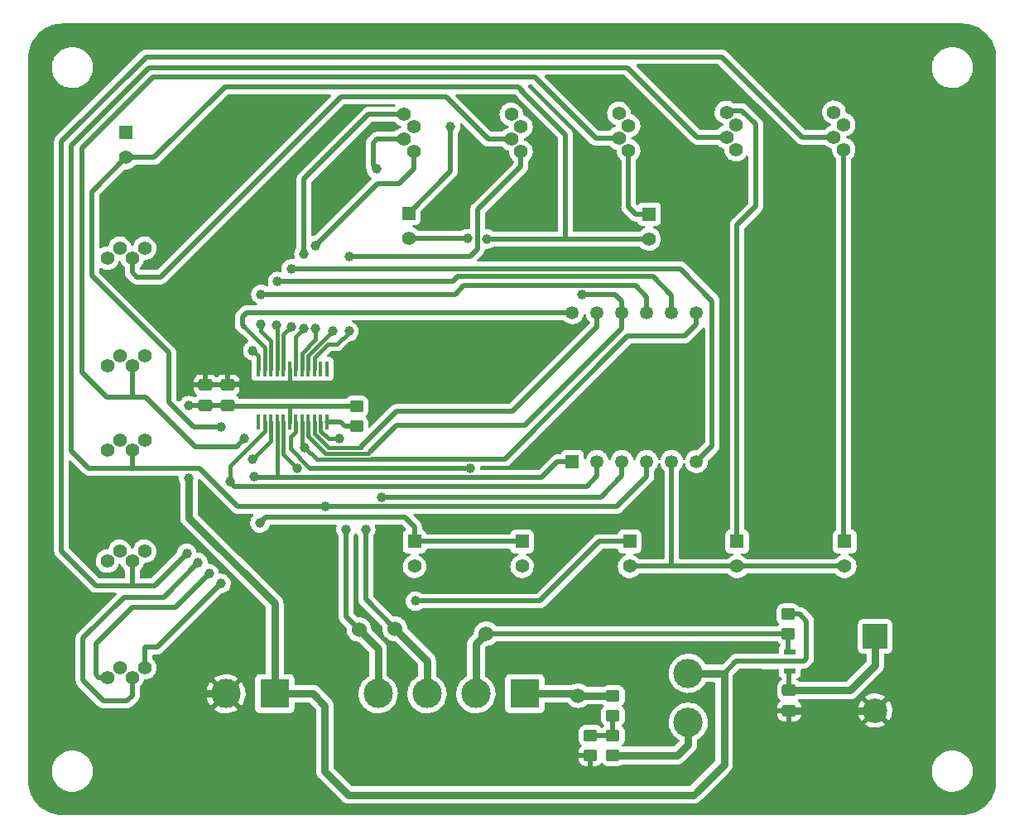
<source format=gbr>
%TF.GenerationSoftware,KiCad,Pcbnew,6.0.10-86aedd382b~118~ubuntu18.04.1*%
%TF.CreationDate,2024-06-09T23:27:39-03:00*%
%TF.ProjectId,salt_ihm,73616c74-5f69-4686-9d2e-6b696361645f,1.5*%
%TF.SameCoordinates,Original*%
%TF.FileFunction,Copper,L2,Bot*%
%TF.FilePolarity,Positive*%
%FSLAX46Y46*%
G04 Gerber Fmt 4.6, Leading zero omitted, Abs format (unit mm)*
G04 Created by KiCad (PCBNEW 6.0.10-86aedd382b~118~ubuntu18.04.1) date 2024-06-09 23:27:39*
%MOMM*%
%LPD*%
G01*
G04 APERTURE LIST*
G04 Aperture macros list*
%AMRoundRect*
0 Rectangle with rounded corners*
0 $1 Rounding radius*
0 $2 $3 $4 $5 $6 $7 $8 $9 X,Y pos of 4 corners*
0 Add a 4 corners polygon primitive as box body*
4,1,4,$2,$3,$4,$5,$6,$7,$8,$9,$2,$3,0*
0 Add four circle primitives for the rounded corners*
1,1,$1+$1,$2,$3*
1,1,$1+$1,$4,$5*
1,1,$1+$1,$6,$7*
1,1,$1+$1,$8,$9*
0 Add four rect primitives between the rounded corners*
20,1,$1+$1,$2,$3,$4,$5,0*
20,1,$1+$1,$4,$5,$6,$7,0*
20,1,$1+$1,$6,$7,$8,$9,0*
20,1,$1+$1,$8,$9,$2,$3,0*%
G04 Aperture macros list end*
%TA.AperFunction,ComponentPad*%
%ADD10C,1.400000*%
%TD*%
%TA.AperFunction,ComponentPad*%
%ADD11R,1.400000X1.400000*%
%TD*%
%TA.AperFunction,ComponentPad*%
%ADD12C,3.000000*%
%TD*%
%TA.AperFunction,ComponentPad*%
%ADD13R,1.350000X1.350000*%
%TD*%
%TA.AperFunction,ComponentPad*%
%ADD14C,1.350000*%
%TD*%
%TA.AperFunction,SMDPad,CuDef*%
%ADD15R,0.435000X1.495000*%
%TD*%
%TA.AperFunction,ComponentPad*%
%ADD16R,2.500000X2.500000*%
%TD*%
%TA.AperFunction,ComponentPad*%
%ADD17C,2.500000*%
%TD*%
%TA.AperFunction,SMDPad,CuDef*%
%ADD18RoundRect,0.250000X0.475000X-0.337500X0.475000X0.337500X-0.475000X0.337500X-0.475000X-0.337500X0*%
%TD*%
%TA.AperFunction,ComponentPad*%
%ADD19C,1.530000*%
%TD*%
%TA.AperFunction,SMDPad,CuDef*%
%ADD20RoundRect,0.250000X-0.450000X0.350000X-0.450000X-0.350000X0.450000X-0.350000X0.450000X0.350000X0*%
%TD*%
%TA.AperFunction,ComponentPad*%
%ADD21R,3.000000X3.000000*%
%TD*%
%TA.AperFunction,SMDPad,CuDef*%
%ADD22RoundRect,0.250000X0.450000X-0.350000X0.450000X0.350000X-0.450000X0.350000X-0.450000X-0.350000X0*%
%TD*%
%TA.AperFunction,SMDPad,CuDef*%
%ADD23R,1.250000X0.600000*%
%TD*%
%TA.AperFunction,ViaPad*%
%ADD24C,1.000000*%
%TD*%
%TA.AperFunction,Conductor*%
%ADD25C,0.800000*%
%TD*%
%TA.AperFunction,Conductor*%
%ADD26C,0.400000*%
%TD*%
%TA.AperFunction,Conductor*%
%ADD27C,0.500000*%
%TD*%
G04 APERTURE END LIST*
D10*
%TO.P,LED5,1,RED_CATHODE*%
%TO.N,/CC_5*%
X129405000Y-113500000D03*
%TO.P,LED5,2,COMMON_ANODE*%
%TO.N,/A_D*%
X128135000Y-114500000D03*
%TO.P,LED5,3,BLUE_CATHODE*%
%TO.N,unconnected-(LED5-Pad3)*%
X126865000Y-113500000D03*
%TO.P,LED5,4,GREEN_CATHODE*%
%TO.N,/CC_4*%
X125595000Y-114500000D03*
%TD*%
%TO.P,LED11,1,RED_CATHODE*%
%TO.N,/CC_7*%
X200900000Y-72391000D03*
%TO.P,LED11,2,COMMON_ANODE*%
%TO.N,/A_D*%
X199900000Y-71121000D03*
%TO.P,LED11,3,BLUE_CATHODE*%
%TO.N,unconnected-(LED11-Pad3)*%
X200900000Y-69851000D03*
%TO.P,LED11,4,GREEN_CATHODE*%
%TO.N,/CC_6*%
X199900000Y-68581000D03*
%TD*%
D11*
%TO.P,LED12,1,K*%
%TO.N,/CC_6*%
X156400000Y-78900000D03*
D10*
%TO.P,LED12,2,A*%
%TO.N,/A_DP*%
X156400000Y-81440000D03*
%TD*%
D11*
%TO.P,LED18,1,K*%
%TO.N,/CC_7*%
X201000000Y-112500000D03*
D10*
%TO.P,LED18,2,A*%
%TO.N,/A_G*%
X201000000Y-115040000D03*
%TD*%
D12*
%TO.P,S1,1*%
%TO.N,+5V*%
X185000000Y-126000000D03*
%TO.P,S1,2*%
%TO.N,Net-(R3-Pad1)*%
X185000000Y-131000000D03*
%TD*%
D11*
%TO.P,LED14,1,K*%
%TO.N,/CC_4*%
X157000000Y-112500000D03*
D10*
%TO.P,LED14,2,A*%
%TO.N,/A_DP*%
X157000000Y-115040000D03*
%TD*%
%TO.P,LED2,1,RED_CATHODE*%
%TO.N,/CC_5*%
X129405000Y-82500000D03*
%TO.P,LED2,2,COMMON_ANODE*%
%TO.N,/A_A*%
X128135000Y-83500000D03*
%TO.P,LED2,3,BLUE_CATHODE*%
%TO.N,unconnected-(LED2-Pad3)*%
X126865000Y-82500000D03*
%TO.P,LED2,4,GREEN_CATHODE*%
%TO.N,/CC_4*%
X125595000Y-83500000D03*
%TD*%
%TO.P,LED8,1,RED_CATHODE*%
%TO.N,/CC_7*%
X167900000Y-72605000D03*
%TO.P,LED8,2,COMMON_ANODE*%
%TO.N,/A_A*%
X166900000Y-71335000D03*
%TO.P,LED8,3,BLUE_CATHODE*%
%TO.N,unconnected-(LED8-Pad3)*%
X167900000Y-70065000D03*
%TO.P,LED8,4,GREEN_CATHODE*%
%TO.N,/CC_6*%
X166900000Y-68795000D03*
%TD*%
D11*
%TO.P,LED13,1,K*%
%TO.N,/CC_7*%
X181000000Y-79000000D03*
D10*
%TO.P,LED13,2,A*%
%TO.N,/A_DP*%
X181000000Y-81540000D03*
%TD*%
D11*
%TO.P,LED17,1,K*%
%TO.N,/CC_6*%
X190000000Y-112500000D03*
D10*
%TO.P,LED17,2,A*%
%TO.N,/A_G*%
X190000000Y-115040000D03*
%TD*%
D11*
%TO.P,LED15,1,K*%
%TO.N,/CC_4*%
X168000000Y-112500000D03*
D10*
%TO.P,LED15,2,A*%
%TO.N,/A_G*%
X168000000Y-115040000D03*
%TD*%
%TO.P,LED6,1,RED_CATHODE*%
%TO.N,/CC_5*%
X129405000Y-125400000D03*
%TO.P,LED6,2,COMMON_ANODE*%
%TO.N,/A_E*%
X128135000Y-126400000D03*
%TO.P,LED6,3,BLUE_CATHODE*%
%TO.N,unconnected-(LED6-Pad3)*%
X126865000Y-125400000D03*
%TO.P,LED6,4,GREEN_CATHODE*%
%TO.N,/CC_4*%
X125595000Y-126400000D03*
%TD*%
D11*
%TO.P,LED1,1,K*%
%TO.N,/CC_5*%
X127500000Y-70670000D03*
D10*
%TO.P,LED1,2,A*%
%TO.N,/A_DP*%
X127500000Y-73210000D03*
%TD*%
D11*
%TO.P,LED16,1,K*%
%TO.N,/CC_5*%
X179000000Y-112500000D03*
D10*
%TO.P,LED16,2,A*%
%TO.N,/A_G*%
X179000000Y-115040000D03*
%TD*%
D13*
%TO.P,DS1,1,A_E*%
%TO.N,/A_E*%
X173150000Y-104320000D03*
D14*
%TO.P,DS1,2,A_D*%
%TO.N,/A_D*%
X175690000Y-104320000D03*
%TO.P,DS1,3,A_D.P.*%
%TO.N,/A_DP*%
X178230000Y-104320000D03*
%TO.P,DS1,4,A_C*%
%TO.N,/A_C*%
X180770000Y-104320000D03*
%TO.P,DS1,5,A_G*%
%TO.N,/A_G*%
X183310000Y-104320000D03*
%TO.P,DS1,6,COMMON_K_(DIGIT_4)*%
%TO.N,/CC_3*%
X185850000Y-104320000D03*
%TO.P,DS1,7,A_B*%
%TO.N,/A_B*%
X185850000Y-89080000D03*
%TO.P,DS1,8,COMMON_K_(DIGIT_3)*%
%TO.N,/CC_2*%
X183310000Y-89080000D03*
%TO.P,DS1,9,COMMON_K_(DIGIT_2)*%
%TO.N,/CC_1*%
X180770000Y-89080000D03*
%TO.P,DS1,10,A_F*%
%TO.N,/A_F*%
X178230000Y-89080000D03*
%TO.P,DS1,11,A_A*%
%TO.N,/A_A*%
X175690000Y-89080000D03*
%TO.P,DS1,12,COMMON_K_(DIGIT_1)*%
%TO.N,/CC_0*%
X173150000Y-89080000D03*
%TD*%
D10*
%TO.P,LED10,1,RED_CATHODE*%
%TO.N,/CC_7*%
X189900000Y-72405000D03*
%TO.P,LED10,2,COMMON_ANODE*%
%TO.N,/A_C*%
X188900000Y-71135000D03*
%TO.P,LED10,3,BLUE_CATHODE*%
%TO.N,unconnected-(LED10-Pad3)*%
X189900000Y-69865000D03*
%TO.P,LED10,4,GREEN_CATHODE*%
%TO.N,/CC_6*%
X188900000Y-68595000D03*
%TD*%
%TO.P,LED9,1,RED_CATHODE*%
%TO.N,/CC_7*%
X178900000Y-72505000D03*
%TO.P,LED9,2,COMMON_ANODE*%
%TO.N,/A_B*%
X177900000Y-71235000D03*
%TO.P,LED9,3,BLUE_CATHODE*%
%TO.N,unconnected-(LED9-Pad3)*%
X178900000Y-69965000D03*
%TO.P,LED9,4,GREEN_CATHODE*%
%TO.N,/CC_6*%
X177900000Y-68695000D03*
%TD*%
%TO.P,LED7,1,RED_CATHODE*%
%TO.N,/CC_5*%
X156900000Y-72605000D03*
%TO.P,LED7,2,COMMON_ANODE*%
%TO.N,/A_F*%
X155900000Y-71335000D03*
%TO.P,LED7,3,BLUE_CATHODE*%
%TO.N,/CC_6*%
X156900000Y-70065000D03*
%TO.P,LED7,4,GREEN_CATHODE*%
%TO.N,/CC_4*%
X155900000Y-68795000D03*
%TD*%
%TO.P,LED3,1,RED_CATHODE*%
%TO.N,/CC_5*%
X129405000Y-93500000D03*
%TO.P,LED3,2,COMMON_ANODE*%
%TO.N,/A_B*%
X128135000Y-94500000D03*
%TO.P,LED3,3,BLUE_CATHODE*%
%TO.N,unconnected-(LED3-Pad3)*%
X126865000Y-93500000D03*
%TO.P,LED3,4,GREEN_CATHODE*%
%TO.N,/CC_4*%
X125595000Y-94500000D03*
%TD*%
%TO.P,LED4,1,RED_CATHODE*%
%TO.N,/CC_5*%
X129405000Y-102116000D03*
%TO.P,LED4,2,COMMON_ANODE*%
%TO.N,/A_C*%
X128135000Y-103116000D03*
%TO.P,LED4,3,BLUE_CATHODE*%
%TO.N,unconnected-(LED4-Pad3)*%
X126865000Y-102116000D03*
%TO.P,LED4,4,GREEN_CATHODE*%
%TO.N,/CC_4*%
X125595000Y-103116000D03*
%TD*%
D15*
%TO.P,IC1,1,SDA*%
%TO.N,/SDA*%
X141034000Y-94834000D03*
%TO.P,IC1,2,DIG0*%
%TO.N,/CC_0*%
X141668000Y-94834000D03*
%TO.P,IC1,3,DIG1*%
%TO.N,/CC_1*%
X142304000Y-94834000D03*
%TO.P,IC1,4,DIG2*%
%TO.N,/CC_2*%
X142938000Y-94834000D03*
%TO.P,IC1,5,DIG3*%
%TO.N,/CC_3*%
X143574000Y-94834000D03*
%TO.P,IC1,6,GND*%
%TO.N,GND*%
X144208000Y-94834000D03*
%TO.P,IC1,7,DIG4*%
%TO.N,/CC_4*%
X144844000Y-94834000D03*
%TO.P,IC1,8,DIG5*%
%TO.N,/CC_5*%
X145478000Y-94834000D03*
%TO.P,IC1,9,DIG6*%
%TO.N,/CC_6*%
X146114000Y-94834000D03*
%TO.P,IC1,10,DIG7*%
%TO.N,/CC_7*%
X146748000Y-94834000D03*
%TO.P,IC1,11,KEYA*%
%TO.N,unconnected-(IC1-Pad11)*%
X147384000Y-94834000D03*
%TO.P,IC1,12,KEYB*%
%TO.N,unconnected-(IC1-Pad12)*%
X148018000Y-94834000D03*
%TO.P,IC1,13,ISET*%
%TO.N,Net-(IC1-Pad13)*%
X148018000Y-100238000D03*
%TO.P,IC1,14,SCL*%
%TO.N,/SCL*%
X147384000Y-100238000D03*
%TO.P,IC1,15,SEGA*%
%TO.N,/A_A*%
X146748000Y-100238000D03*
%TO.P,IC1,16,SEGF*%
%TO.N,/A_F*%
X146114000Y-100238000D03*
%TO.P,IC1,17,SEGB*%
%TO.N,/A_B*%
X145478000Y-100238000D03*
%TO.P,IC1,18,SEGG*%
%TO.N,/A_G*%
X144844000Y-100238000D03*
%TO.P,IC1,19,VDD*%
%TO.N,+5V*%
X144208000Y-100238000D03*
%TO.P,IC1,20,SEGC*%
%TO.N,/A_C*%
X143574000Y-100238000D03*
%TO.P,IC1,21,SEG_E*%
%TO.N,/A_E*%
X142938000Y-100238000D03*
%TO.P,IC1,22,SEGDP*%
%TO.N,/A_DP*%
X142304000Y-100238000D03*
%TO.P,IC1,23,SEGD*%
%TO.N,/A_D*%
X141668000Y-100238000D03*
%TO.P,IC1,24,IRQ*%
%TO.N,unconnected-(IC1-Pad24)*%
X141034000Y-100238000D03*
%TD*%
D16*
%TO.P,LS1,1,1*%
%TO.N,Net-(C1-Pad2)*%
X204112000Y-122200000D03*
D17*
%TO.P,LS1,2,2*%
%TO.N,GND*%
X204112000Y-129800000D03*
%TD*%
D18*
%TO.P,C1,1*%
%TO.N,GND*%
X195326000Y-129815500D03*
%TO.P,C1,2*%
%TO.N,Net-(C1-Pad2)*%
X195326000Y-127740500D03*
%TD*%
D19*
%TO.P,TP2,1,1*%
%TO.N,/BUZZER_C*%
X164338000Y-121920000D03*
%TD*%
%TO.P,TP1,1,1*%
%TO.N,/CHOP_SEL*%
X173736000Y-128270000D03*
%TD*%
D20*
%TO.P,R1,1*%
%TO.N,+5V*%
X195222000Y-119952000D03*
%TO.P,R1,2*%
%TO.N,/BUZZER_C*%
X195222000Y-121952000D03*
%TD*%
D19*
%TO.P,TP4,1,1*%
%TO.N,/SCL*%
X151310000Y-121500000D03*
%TD*%
D20*
%TO.P,R2,1*%
%TO.N,/CHOP_SEL*%
X177300000Y-128300000D03*
%TO.P,R2,2*%
%TO.N,Net-(R2-Pad2)*%
X177300000Y-130300000D03*
%TD*%
D18*
%TO.P,C2,1*%
%TO.N,+5V*%
X135636000Y-98577500D03*
%TO.P,C2,2*%
%TO.N,GND*%
X135636000Y-96502500D03*
%TD*%
%TO.P,C3,1*%
%TO.N,+5V*%
X137890000Y-98573500D03*
%TO.P,C3,2*%
%TO.N,GND*%
X137890000Y-96498500D03*
%TD*%
D21*
%TO.P,J1,1,1*%
%TO.N,+5V*%
X142708000Y-128076000D03*
D12*
%TO.P,J1,2,2*%
%TO.N,GND*%
X137708000Y-128076000D03*
%TD*%
D22*
%TO.P,R3,1*%
%TO.N,Net-(R3-Pad1)*%
X177300000Y-134364000D03*
%TO.P,R3,2*%
%TO.N,Net-(R2-Pad2)*%
X177300000Y-132364000D03*
%TD*%
D19*
%TO.P,TP3,1,1*%
%TO.N,/SDA*%
X155010000Y-121440000D03*
%TD*%
D20*
%TO.P,R5,1*%
%TO.N,+5V*%
X151070000Y-98680000D03*
%TO.P,R5,2*%
%TO.N,Net-(IC1-Pad13)*%
X151070000Y-100680000D03*
%TD*%
D23*
%TO.P,Q1,1,G*%
%TO.N,/BUZZER_C*%
X195377000Y-123807000D03*
%TO.P,Q1,2,S*%
%TO.N,Net-(C1-Pad2)*%
X195377000Y-125717000D03*
%TO.P,Q1,3,D*%
%TO.N,+5V*%
X193277000Y-124762000D03*
%TD*%
D22*
%TO.P,R4,1*%
%TO.N,GND*%
X175014000Y-134364000D03*
%TO.P,R4,2*%
%TO.N,Net-(R2-Pad2)*%
X175014000Y-132364000D03*
%TD*%
D21*
%TO.P,J2,1,1*%
%TO.N,/CHOP_SEL*%
X168282000Y-128076000D03*
D12*
%TO.P,J2,2,2*%
%TO.N,/BUZZER_C*%
X163282000Y-128076000D03*
%TO.P,J2,3,3*%
%TO.N,/SDA*%
X158282000Y-128076000D03*
%TO.P,J2,4,4*%
%TO.N,/SCL*%
X153282000Y-128076000D03*
%TD*%
D24*
%TO.N,GND*%
X161500000Y-77000000D03*
X149500000Y-75500000D03*
X169500000Y-76500000D03*
X175500000Y-76000000D03*
X187500000Y-76000000D03*
X134500000Y-76500000D03*
X195500000Y-97000000D03*
X181500000Y-97000000D03*
X193115500Y-129815500D03*
X132600000Y-128100000D03*
X134000000Y-96500000D03*
X175000000Y-136325000D03*
%TO.N,+5V*%
X133900000Y-98600000D03*
X133900000Y-106000000D03*
%TO.N,/A_E*%
X140600000Y-105900000D03*
X134866470Y-114666470D03*
%TO.N,/A_D*%
X133700000Y-113700000D03*
X138100000Y-106400000D03*
%TO.N,/A_DP*%
X153600000Y-107951000D03*
X162400000Y-81500000D03*
X137200000Y-100800000D03*
X164398500Y-81540000D03*
X140400000Y-104100000D03*
%TO.N,/A_C*%
X147900500Y-108900500D03*
X145000000Y-105000000D03*
%TO.N,/A_G*%
X162700000Y-105000000D03*
%TO.N,/CC_3*%
X144400000Y-84600000D03*
X144400000Y-90500000D03*
%TO.N,/A_B*%
X139621398Y-101978602D03*
X145800000Y-102900000D03*
%TO.N,/CC_2*%
X143000000Y-85900000D03*
X142900000Y-90400000D03*
%TO.N,/CC_1*%
X141300000Y-87200000D03*
X141300000Y-90300000D03*
%TO.N,/A_F*%
X174100000Y-87250000D03*
X153100000Y-74400000D03*
%TO.N,/SDA*%
X140462000Y-92964000D03*
X152000000Y-111249500D03*
%TO.N,/CC_4*%
X145700000Y-83100000D03*
X136000000Y-115800000D03*
X145700000Y-90700000D03*
X141200000Y-110600000D03*
%TO.N,/CC_5*%
X157100000Y-118600000D03*
X146900000Y-82200000D03*
X146900000Y-90700000D03*
X137200000Y-116800000D03*
%TO.N,/CC_6*%
X160665000Y-70065000D03*
X148600000Y-91000000D03*
%TO.N,/CC_7*%
X150300000Y-91000000D03*
X150300000Y-83300000D03*
%TO.N,/SCL*%
X150000000Y-111249500D03*
X149300000Y-102000000D03*
%TD*%
D25*
%TO.N,GND*%
X137708000Y-128076000D02*
X132624000Y-128076000D01*
D26*
X144208000Y-94834000D02*
X144208000Y-96076000D01*
D27*
X134002500Y-96502500D02*
X134000000Y-96500000D01*
X175014000Y-136311000D02*
X175000000Y-136325000D01*
X195326000Y-129815500D02*
X193115500Y-129815500D01*
X175014000Y-134364000D02*
X175014000Y-136311000D01*
D25*
X198384500Y-129815500D02*
X198400000Y-129800000D01*
D27*
X143942000Y-96342000D02*
X138046500Y-96342000D01*
D25*
X132624000Y-128076000D02*
X132600000Y-128100000D01*
D27*
X135636000Y-96502500D02*
X134002500Y-96502500D01*
D25*
X198384500Y-129815500D02*
X195326000Y-129815500D01*
X198400000Y-129800000D02*
X204112000Y-129800000D01*
D27*
X137890000Y-96498500D02*
X135640000Y-96498500D01*
D26*
X144208000Y-96076000D02*
X143942000Y-96342000D01*
D25*
%TO.N,+5V*%
X142708000Y-128076000D02*
X142708000Y-118848000D01*
D27*
X135636000Y-98577500D02*
X133922500Y-98577500D01*
D26*
X144208000Y-100238000D02*
X144208000Y-98768000D01*
D25*
X146618000Y-128076000D02*
X147828000Y-129286000D01*
D27*
X133922500Y-98577500D02*
X133900000Y-98600000D01*
X144120000Y-98680000D02*
X137996500Y-98680000D01*
D25*
X133930000Y-106030000D02*
X133900000Y-106000000D01*
D27*
X193277000Y-124762000D02*
X189888000Y-124762000D01*
D25*
X142708000Y-118848000D02*
X133930000Y-110070000D01*
D27*
X137890000Y-98573500D02*
X135640000Y-98573500D01*
D25*
X147828000Y-129286000D02*
X147828000Y-136028000D01*
D27*
X193277000Y-124762000D02*
X196802000Y-124762000D01*
D25*
X188650000Y-135350000D02*
X188650000Y-126000000D01*
D27*
X197104000Y-124460000D02*
X197104000Y-120650000D01*
X189888000Y-124762000D02*
X188650000Y-126000000D01*
X151070000Y-98680000D02*
X144120000Y-98680000D01*
X196802000Y-124762000D02*
X197104000Y-124460000D01*
X196406000Y-119952000D02*
X195222000Y-119952000D01*
D25*
X147828000Y-136028000D02*
X150230000Y-138430000D01*
X150230000Y-138430000D02*
X185570000Y-138430000D01*
X185000000Y-126000000D02*
X188650000Y-126000000D01*
D27*
X197104000Y-120650000D02*
X196406000Y-119952000D01*
D25*
X142708000Y-128076000D02*
X146618000Y-128076000D01*
X133930000Y-110070000D02*
X133930000Y-106030000D01*
D27*
X185570000Y-138430000D02*
X185875000Y-138125000D01*
D25*
X188650000Y-135350000D02*
X185875000Y-138125000D01*
D27*
%TO.N,/A_E*%
X169990000Y-105950000D02*
X171620000Y-104320000D01*
X173150000Y-104320000D02*
X171620000Y-104320000D01*
X123100000Y-126700000D02*
X123100000Y-122600000D01*
X123100000Y-122600000D02*
X123100000Y-122400000D01*
X127600000Y-128800000D02*
X125200000Y-128800000D01*
X140600000Y-105900000D02*
X140650000Y-105950000D01*
X128135000Y-126400000D02*
X128135000Y-128265000D01*
X140650000Y-105950000D02*
X142950000Y-105950000D01*
X123100000Y-122400000D02*
X127300000Y-118200000D01*
D26*
X142938000Y-100238000D02*
X142938000Y-105938000D01*
D27*
X131332940Y-118200000D02*
X134866470Y-114666470D01*
X131100000Y-118200000D02*
X131332940Y-118200000D01*
X128135000Y-128265000D02*
X127600000Y-128800000D01*
X127300000Y-118200000D02*
X131100000Y-118200000D01*
X123100000Y-126700000D02*
X125200000Y-128800000D01*
X142950000Y-105950000D02*
X169990000Y-105950000D01*
%TO.N,/A_D*%
X124400000Y-117000000D02*
X128200000Y-117000000D01*
X128135000Y-114500000D02*
X128135000Y-116935000D01*
D26*
X141668000Y-101232000D02*
X138100000Y-104800000D01*
D27*
X196621000Y-71121000D02*
X199900000Y-71121000D01*
D26*
X138100000Y-104800000D02*
X138100000Y-106400000D01*
D27*
X128200000Y-117000000D02*
X130400000Y-117000000D01*
X129571572Y-62900000D02*
X188400000Y-62900000D01*
X128135000Y-116935000D02*
X128200000Y-117000000D01*
X130400000Y-117000000D02*
X133700000Y-113700000D01*
X175690000Y-105810000D02*
X174651000Y-106849000D01*
X174651000Y-106849000D02*
X138549000Y-106849000D01*
X175690000Y-104320000D02*
X175690000Y-105810000D01*
X120899999Y-113499999D02*
X120899999Y-71571573D01*
X188400000Y-62900000D02*
X196621000Y-71121000D01*
X120899999Y-71571573D02*
X129571572Y-62900000D01*
X124400000Y-117000000D02*
X120899999Y-113499999D01*
X138549000Y-106849000D02*
X138100000Y-106400000D01*
D26*
X141668000Y-100238000D02*
X141668000Y-101232000D01*
D27*
%TO.N,/A_DP*%
X130390000Y-73210000D02*
X127500000Y-73210000D01*
X127500000Y-73210000D02*
X124001000Y-76709000D01*
X168100000Y-66500000D02*
X167599000Y-65999000D01*
X167900000Y-66300000D02*
X168100000Y-66500000D01*
D26*
X142304000Y-102196000D02*
X140400000Y-104100000D01*
D27*
X137200000Y-100800000D02*
X134437000Y-100800000D01*
X156400000Y-81440000D02*
X162340000Y-81440000D01*
X178230000Y-105770000D02*
X178230000Y-104320000D01*
X131868500Y-93168500D02*
X131868500Y-98231500D01*
X181000000Y-81540000D02*
X164338500Y-81540000D01*
X124001000Y-85301000D02*
X131868500Y-93168500D01*
X137601000Y-65999000D02*
X130390000Y-73210000D01*
X172460000Y-70860000D02*
X172460000Y-81540000D01*
X176049000Y-107951000D02*
X178230000Y-105770000D01*
X124001000Y-76709000D02*
X124001000Y-85301000D01*
X153600000Y-107951000D02*
X176049000Y-107951000D01*
X167599000Y-65999000D02*
X137601000Y-65999000D01*
X162340000Y-81440000D02*
X162400000Y-81500000D01*
X167900000Y-66300000D02*
X172460000Y-70860000D01*
D26*
X142304000Y-100238000D02*
X142304000Y-102196000D01*
D27*
X134437000Y-100800000D02*
X131868500Y-98231500D01*
%TO.N,/A_C*%
X180770000Y-105830000D02*
X177699500Y-108900500D01*
X135000000Y-105000000D02*
X128000000Y-105000000D01*
D26*
X143574000Y-103574000D02*
X144900000Y-104900000D01*
D27*
X147900500Y-108900500D02*
X138900500Y-108900500D01*
X178798999Y-63998999D02*
X185935000Y-71135000D01*
X128135000Y-104865000D02*
X128000000Y-105000000D01*
X128135000Y-103116000D02*
X128135000Y-104865000D01*
X180770000Y-104320000D02*
X180770000Y-105830000D01*
X138900500Y-108900500D02*
X135000000Y-105000000D01*
D26*
X143574000Y-100238000D02*
X143574000Y-103574000D01*
D27*
X177699500Y-108900500D02*
X147900500Y-108900500D01*
X121899999Y-71985787D02*
X129886787Y-63998999D01*
X123700000Y-105000000D02*
X128000000Y-105000000D01*
X185935000Y-71135000D02*
X188900000Y-71135000D01*
X129886787Y-63998999D02*
X178798999Y-63998999D01*
X121899999Y-103199999D02*
X121899999Y-71985787D01*
X123700000Y-105000000D02*
X121899999Y-103199999D01*
D26*
%TO.N,/A_G*%
X144844000Y-101256000D02*
X144300000Y-101800000D01*
X144300000Y-101800000D02*
X144300000Y-102800000D01*
D27*
X162700000Y-105000000D02*
X146300000Y-105000000D01*
X179000000Y-115040000D02*
X183240000Y-115040000D01*
D26*
X144844000Y-100238000D02*
X144844000Y-101256000D01*
X144300000Y-103000000D02*
X144300000Y-102800000D01*
D27*
X183310000Y-104320000D02*
X183310000Y-114970000D01*
X183240000Y-115040000D02*
X190000000Y-115040000D01*
D26*
X146300000Y-105000000D02*
X144300000Y-103000000D01*
D27*
X201000000Y-115040000D02*
X190000000Y-115040000D01*
X183310000Y-114970000D02*
X183240000Y-115040000D01*
%TO.N,/CC_3*%
X144400000Y-84600000D02*
X184168000Y-84600000D01*
D26*
X143574000Y-94834000D02*
X143574000Y-91326000D01*
D27*
X187452000Y-87884000D02*
X187452000Y-102718000D01*
X187452000Y-102718000D02*
X185850000Y-104320000D01*
X184168000Y-84600000D02*
X187452000Y-87884000D01*
D26*
X143574000Y-91326000D02*
X144400000Y-90500000D01*
D27*
%TO.N,/A_B*%
X129500000Y-97700000D02*
X134605175Y-102805175D01*
X123001000Y-72299000D02*
X123001000Y-95201000D01*
D26*
X145478000Y-100238000D02*
X145478000Y-102578000D01*
D27*
X130301000Y-64999000D02*
X123100000Y-72200000D01*
D26*
X147000000Y-104100000D02*
X152600000Y-104100000D01*
D27*
X177900000Y-71235000D02*
X175535000Y-71235000D01*
X128135000Y-97565000D02*
X128000000Y-97700000D01*
X175535000Y-71235000D02*
X169299000Y-64999000D01*
X125500000Y-97700000D02*
X128000000Y-97700000D01*
X184600000Y-91500000D02*
X185850000Y-90250000D01*
X123001000Y-95201000D02*
X125500000Y-97700000D01*
X128000000Y-97700000D02*
X129500000Y-97700000D01*
X178800000Y-91500000D02*
X166250000Y-104050000D01*
X185850000Y-89080000D02*
X185850000Y-90250000D01*
D26*
X145800000Y-102900000D02*
X147000000Y-104100000D01*
D27*
X138794825Y-102805175D02*
X139621398Y-101978602D01*
D26*
X145478000Y-102578000D02*
X145800000Y-102900000D01*
D27*
X184600000Y-91500000D02*
X178800000Y-91500000D01*
X166250000Y-104050000D02*
X152650000Y-104050000D01*
X134605175Y-102805175D02*
X138794825Y-102805175D01*
X169299000Y-64999000D02*
X130301000Y-64999000D01*
X128135000Y-94500000D02*
X128135000Y-97565000D01*
X123100000Y-72200000D02*
X123001000Y-72299000D01*
%TO.N,/CC_2*%
X143000000Y-85900000D02*
X160900000Y-85900000D01*
X160900000Y-85900000D02*
X161400000Y-85400000D01*
D26*
X142938000Y-90438000D02*
X142900000Y-90400000D01*
D27*
X181400000Y-85400000D02*
X161400000Y-85400000D01*
X183310000Y-89080000D02*
X183310000Y-87310000D01*
D26*
X142938000Y-94834000D02*
X142938000Y-90438000D01*
D27*
X181400000Y-85400000D02*
X183310000Y-87310000D01*
D26*
%TO.N,/CC_1*%
X141300000Y-91000000D02*
X141300000Y-90300000D01*
D27*
X161153000Y-87200000D02*
X141300000Y-87200000D01*
X180770000Y-87470000D02*
X179601000Y-86301000D01*
X180770000Y-89080000D02*
X180770000Y-87470000D01*
D26*
X142304000Y-92004000D02*
X141300000Y-91000000D01*
X142304000Y-94834000D02*
X142304000Y-92004000D01*
D27*
X179601000Y-86301000D02*
X162052000Y-86301000D01*
X162052000Y-86301000D02*
X161153000Y-87200000D01*
%TO.N,/A_F*%
X155900000Y-71335000D02*
X153165000Y-71335000D01*
X177550000Y-87250000D02*
X174100000Y-87250000D01*
X178230000Y-90670000D02*
X168300000Y-100600000D01*
X155200000Y-100600000D02*
X152437500Y-103362500D01*
D26*
X147900000Y-103500000D02*
X152300000Y-103500000D01*
D27*
X178230000Y-87930000D02*
X177550000Y-87250000D01*
D26*
X146114000Y-100238000D02*
X146114000Y-101714000D01*
D27*
X178230000Y-89080000D02*
X178230000Y-87930000D01*
X168300000Y-100600000D02*
X155200000Y-100600000D01*
D26*
X146114000Y-101714000D02*
X147900000Y-103500000D01*
D27*
X152750000Y-71750000D02*
X152750000Y-74050000D01*
X152750000Y-74050000D02*
X153100000Y-74400000D01*
X178230000Y-89080000D02*
X178230000Y-90670000D01*
X153165000Y-71335000D02*
X152750000Y-71750000D01*
%TO.N,/A_A*%
X155151000Y-99200000D02*
X151500000Y-102851000D01*
X175690000Y-89080000D02*
X175690000Y-90510000D01*
X155151000Y-99200000D02*
X167000000Y-99200000D01*
X128600000Y-85450000D02*
X131000000Y-85450000D01*
X164535000Y-71335000D02*
X166900000Y-71335000D01*
X149451000Y-66999000D02*
X160199000Y-66999000D01*
X131000000Y-85450000D02*
X149451000Y-66999000D01*
X128135000Y-83500000D02*
X128135000Y-84985000D01*
X128135000Y-84985000D02*
X128600000Y-85450000D01*
D26*
X151500000Y-102900000D02*
X148200000Y-102900000D01*
D27*
X160199000Y-66999000D02*
X164535000Y-71335000D01*
D26*
X148200000Y-102900000D02*
X146748000Y-101448000D01*
X146748000Y-101448000D02*
X146748000Y-100238000D01*
D27*
X175690000Y-90510000D02*
X167000000Y-99200000D01*
%TO.N,/CC_0*%
X139820000Y-89080000D02*
X139400000Y-89500000D01*
X173150000Y-89080000D02*
X139820000Y-89080000D01*
X139400000Y-89500000D02*
X139400000Y-90350000D01*
X139400000Y-90350000D02*
X139650000Y-90600000D01*
D26*
X141668000Y-94834000D02*
X141668000Y-92618000D01*
X141668000Y-92618000D02*
X139650000Y-90600000D01*
D27*
%TO.N,/SDA*%
X152000000Y-118430000D02*
X152000000Y-111249500D01*
D26*
X141034000Y-93536000D02*
X140462000Y-92964000D01*
X141034000Y-94834000D02*
X141034000Y-93536000D01*
D25*
X158282000Y-124712000D02*
X155010000Y-121440000D01*
D27*
X155010000Y-121440000D02*
X152000000Y-118430000D01*
D25*
X158282000Y-128076000D02*
X158282000Y-124712000D01*
D27*
%TO.N,/CC_4*%
X156000000Y-110000000D02*
X141800000Y-110000000D01*
X124400000Y-126100000D02*
X124400000Y-123000000D01*
X145700000Y-83100000D02*
X145700000Y-75400000D01*
X157000000Y-111000000D02*
X156000000Y-110000000D01*
D26*
X144844000Y-91556000D02*
X145700000Y-90700000D01*
D27*
X145700000Y-75400000D02*
X152305000Y-68795000D01*
X132550000Y-119250000D02*
X136000000Y-115800000D01*
X125595000Y-126400000D02*
X124700000Y-126400000D01*
X124400000Y-123000000D02*
X128150000Y-119250000D01*
D26*
X144844000Y-94834000D02*
X144844000Y-91556000D01*
D27*
X141800000Y-110000000D02*
X141200000Y-110600000D01*
X157000000Y-112500000D02*
X157000000Y-111000000D01*
X157000000Y-112500000D02*
X168000000Y-112500000D01*
X124700000Y-126400000D02*
X124400000Y-126100000D01*
X152305000Y-68795000D02*
X155900000Y-68795000D01*
X128150000Y-119250000D02*
X132550000Y-119250000D01*
%TO.N,/CC_5*%
X146900000Y-82200000D02*
X153200000Y-75900000D01*
X169800000Y-118600000D02*
X175900000Y-112500000D01*
X129405000Y-123309214D02*
X130690786Y-123309214D01*
X157100000Y-118600000D02*
X169800000Y-118600000D01*
X130690786Y-123309214D02*
X137200000Y-116800000D01*
D26*
X145478000Y-94834000D02*
X145478000Y-93222000D01*
D27*
X129405000Y-125400000D02*
X129405000Y-123309214D01*
X153200000Y-75900000D02*
X155400000Y-75900000D01*
X156900000Y-74400000D02*
X156900000Y-72605000D01*
D26*
X145478000Y-93222000D02*
X146900000Y-91800000D01*
D27*
X155400000Y-75900000D02*
X156900000Y-74400000D01*
X175900000Y-112500000D02*
X179000000Y-112500000D01*
D26*
X146900000Y-91800000D02*
X146900000Y-90700000D01*
D27*
%TO.N,/CC_6*%
X191900000Y-78200000D02*
X191900000Y-69814390D01*
D26*
X146114000Y-93486000D02*
X148600000Y-91000000D01*
X146114000Y-94834000D02*
X146114000Y-93486000D01*
D27*
X191900000Y-69814390D02*
X190500610Y-68415000D01*
X160665000Y-74635000D02*
X160665000Y-70065000D01*
X190000000Y-80100000D02*
X191900000Y-78200000D01*
X190500610Y-68415000D02*
X189080000Y-68415000D01*
X190000000Y-112500000D02*
X190000000Y-80100000D01*
X156400000Y-78900000D02*
X160665000Y-74635000D01*
D26*
%TO.N,/CC_7*%
X150300000Y-91100000D02*
X150300000Y-91000000D01*
D27*
X167900000Y-74100000D02*
X167900000Y-72605000D01*
X150300000Y-83300000D02*
X162700000Y-83300000D01*
X178900000Y-72505000D02*
X178900000Y-78300000D01*
X163450000Y-82550000D02*
X163450000Y-78550000D01*
X178900000Y-78300000D02*
X179600000Y-79000000D01*
X163450000Y-78550000D02*
X167900000Y-74100000D01*
D26*
X146748000Y-93707000D02*
X148155000Y-92300000D01*
X148155000Y-92300000D02*
X149100000Y-92300000D01*
D27*
X200900000Y-72391000D02*
X200900000Y-112400000D01*
D26*
X146748000Y-94834000D02*
X146748000Y-93707000D01*
D27*
X162700000Y-83300000D02*
X163450000Y-82550000D01*
D26*
X149100000Y-92300000D02*
X150300000Y-91100000D01*
D27*
X179600000Y-79000000D02*
X181000000Y-79000000D01*
D25*
%TO.N,/SCL*%
X153282000Y-123472000D02*
X151310000Y-121500000D01*
X153282000Y-128076000D02*
X153282000Y-123472000D01*
D27*
X150000000Y-120190000D02*
X150000000Y-111249500D01*
D26*
X148200000Y-102000000D02*
X149300000Y-102000000D01*
D27*
X151310000Y-121500000D02*
X150000000Y-120190000D01*
D26*
X147384000Y-101184000D02*
X148200000Y-102000000D01*
X147384000Y-100238000D02*
X147384000Y-101184000D01*
D25*
%TO.N,/BUZZER_C*%
X163282000Y-122976000D02*
X164338000Y-121920000D01*
D27*
X195222000Y-121952000D02*
X195222000Y-123652000D01*
D25*
X163282000Y-128076000D02*
X163282000Y-122976000D01*
D27*
X195222000Y-123652000D02*
X195377000Y-123807000D01*
X195190000Y-121920000D02*
X164338000Y-121920000D01*
D25*
%TO.N,/CHOP_SEL*%
X177270000Y-128270000D02*
X177300000Y-128300000D01*
X173736000Y-128270000D02*
X177270000Y-128270000D01*
X168282000Y-128076000D02*
X173542000Y-128076000D01*
X173542000Y-128076000D02*
X173736000Y-128270000D01*
D27*
%TO.N,Net-(C1-Pad2)*%
X195326000Y-127740500D02*
X195326000Y-125768000D01*
X195326000Y-125768000D02*
X195377000Y-125717000D01*
D25*
X201559500Y-127740500D02*
X195326000Y-127740500D01*
X201559500Y-127740500D02*
X204112000Y-125188000D01*
X204112000Y-125188000D02*
X204112000Y-122740000D01*
D27*
%TO.N,Net-(R2-Pad2)*%
X175014000Y-132364000D02*
X177300000Y-132364000D01*
X177300000Y-130300000D02*
X177300000Y-132364000D01*
%TO.N,Net-(IC1-Pad13)*%
X149438000Y-100238000D02*
X149880000Y-100680000D01*
X150105000Y-100680000D02*
X151070000Y-100680000D01*
X149438000Y-100238000D02*
X148050500Y-100238000D01*
X149880000Y-100680000D02*
X150105000Y-100680000D01*
D25*
%TO.N,Net-(R3-Pad1)*%
X177336000Y-134400000D02*
X177300000Y-134364000D01*
X185000000Y-131000000D02*
X185000000Y-133300000D01*
X185000000Y-133300000D02*
X183900000Y-134400000D01*
X183900000Y-134400000D02*
X177336000Y-134400000D01*
%TD*%
%TA.AperFunction,Conductor*%
%TO.N,GND*%
G36*
X212970489Y-59501976D02*
G01*
X212985093Y-59504250D01*
X212985095Y-59504250D01*
X212993823Y-59505609D01*
X213012867Y-59503119D01*
X213035026Y-59502221D01*
X213336931Y-59517052D01*
X213349036Y-59518245D01*
X213676703Y-59566850D01*
X213688618Y-59569220D01*
X214009951Y-59649709D01*
X214021589Y-59653240D01*
X214333460Y-59764830D01*
X214344702Y-59769486D01*
X214644151Y-59911115D01*
X214654883Y-59916852D01*
X214938989Y-60087138D01*
X214949107Y-60093898D01*
X215215181Y-60291232D01*
X215224557Y-60298927D01*
X215470014Y-60521396D01*
X215478604Y-60529986D01*
X215701073Y-60775443D01*
X215708768Y-60784819D01*
X215891601Y-61031341D01*
X215906102Y-61050893D01*
X215912862Y-61061011D01*
X216083148Y-61345117D01*
X216088885Y-61355849D01*
X216230514Y-61655298D01*
X216235170Y-61666540D01*
X216346760Y-61978411D01*
X216350291Y-61990049D01*
X216430780Y-62311382D01*
X216433150Y-62323297D01*
X216481755Y-62650961D01*
X216482948Y-62663072D01*
X216497423Y-62957713D01*
X216496095Y-62982877D01*
X216495750Y-62985091D01*
X216495750Y-62985095D01*
X216494391Y-62993823D01*
X216495537Y-63002585D01*
X216498453Y-63024886D01*
X216499500Y-63040964D01*
X216499500Y-136951413D01*
X216498024Y-136970489D01*
X216496695Y-136979028D01*
X216494391Y-136993823D01*
X216496189Y-137007573D01*
X216496881Y-137012866D01*
X216497779Y-137035026D01*
X216488711Y-137219623D01*
X216482948Y-137336928D01*
X216481755Y-137349036D01*
X216439158Y-137636209D01*
X216433152Y-137676695D01*
X216430780Y-137688618D01*
X216369402Y-137933656D01*
X216350293Y-138009944D01*
X216346760Y-138021589D01*
X216235170Y-138333460D01*
X216230514Y-138344702D01*
X216088885Y-138644151D01*
X216083148Y-138654883D01*
X215912862Y-138938989D01*
X215906102Y-138949107D01*
X215708768Y-139215181D01*
X215701073Y-139224557D01*
X215478604Y-139470014D01*
X215470014Y-139478604D01*
X215224557Y-139701073D01*
X215215181Y-139708768D01*
X214968659Y-139891601D01*
X214949107Y-139906102D01*
X214938989Y-139912862D01*
X214654883Y-140083148D01*
X214644151Y-140088885D01*
X214344702Y-140230514D01*
X214333460Y-140235170D01*
X214021589Y-140346760D01*
X214009951Y-140350291D01*
X213688618Y-140430780D01*
X213676703Y-140433150D01*
X213349036Y-140481755D01*
X213336931Y-140482948D01*
X213042283Y-140497423D01*
X213017123Y-140496095D01*
X213014909Y-140495750D01*
X213014905Y-140495750D01*
X213006177Y-140494391D01*
X212976093Y-140498325D01*
X212975114Y-140498453D01*
X212959036Y-140499500D01*
X121048587Y-140499500D01*
X121029511Y-140498024D01*
X121014907Y-140495750D01*
X121014905Y-140495750D01*
X121006177Y-140494391D01*
X120987134Y-140496881D01*
X120964974Y-140497779D01*
X120663069Y-140482948D01*
X120650964Y-140481755D01*
X120323297Y-140433150D01*
X120311382Y-140430780D01*
X119990049Y-140350291D01*
X119978411Y-140346760D01*
X119666540Y-140235170D01*
X119655298Y-140230514D01*
X119355849Y-140088885D01*
X119345117Y-140083148D01*
X119061011Y-139912862D01*
X119050893Y-139906102D01*
X119031341Y-139891601D01*
X118784819Y-139708768D01*
X118775443Y-139701073D01*
X118529986Y-139478604D01*
X118521396Y-139470014D01*
X118298927Y-139224557D01*
X118291232Y-139215181D01*
X118093898Y-138949107D01*
X118087138Y-138938989D01*
X117916852Y-138654883D01*
X117911115Y-138644151D01*
X117769486Y-138344702D01*
X117764830Y-138333460D01*
X117653240Y-138021589D01*
X117649707Y-138009944D01*
X117630598Y-137933656D01*
X117569220Y-137688618D01*
X117566848Y-137676695D01*
X117560843Y-137636209D01*
X117518245Y-137349036D01*
X117517052Y-137336928D01*
X117502758Y-137045959D01*
X117504327Y-137019304D01*
X117504703Y-137017072D01*
X117504704Y-137017063D01*
X117505496Y-137012354D01*
X117505647Y-137000000D01*
X117504763Y-136993823D01*
X117501752Y-136972802D01*
X117500500Y-136955223D01*
X117500500Y-136132200D01*
X119898747Y-136132200D01*
X119936129Y-136416149D01*
X120011702Y-136692398D01*
X120013358Y-136696281D01*
X120013360Y-136696286D01*
X120099445Y-136898108D01*
X120124068Y-136955835D01*
X120126237Y-136959460D01*
X120126238Y-136959461D01*
X120160718Y-137017072D01*
X120271146Y-137201585D01*
X120450215Y-137425100D01*
X120539486Y-137509815D01*
X120654897Y-137619337D01*
X120654902Y-137619341D01*
X120657962Y-137622245D01*
X120661388Y-137624707D01*
X120661393Y-137624711D01*
X120791669Y-137718323D01*
X120890543Y-137789371D01*
X120915963Y-137802830D01*
X121139928Y-137921414D01*
X121139931Y-137921416D01*
X121143653Y-137923386D01*
X121278131Y-137972598D01*
X121408655Y-138020363D01*
X121408659Y-138020364D01*
X121412610Y-138021810D01*
X121416724Y-138022707D01*
X121688316Y-138081924D01*
X121688320Y-138081925D01*
X121692436Y-138082822D01*
X121696640Y-138083153D01*
X121696641Y-138083153D01*
X121721037Y-138085073D01*
X121917053Y-138100500D01*
X122071992Y-138100500D01*
X122244449Y-138088743D01*
X122281528Y-138086215D01*
X122281529Y-138086215D01*
X122285737Y-138085928D01*
X122300736Y-138082822D01*
X122351913Y-138072224D01*
X122566186Y-138027850D01*
X122570154Y-138026445D01*
X122570157Y-138026444D01*
X122670428Y-137990936D01*
X122836158Y-137932248D01*
X122977122Y-137859491D01*
X123086902Y-137802830D01*
X123086906Y-137802827D01*
X123090658Y-137800891D01*
X123094114Y-137798462D01*
X123094119Y-137798459D01*
X123321519Y-137638639D01*
X123321522Y-137638636D01*
X123324976Y-137636209D01*
X123534776Y-137441251D01*
X123716177Y-137219623D01*
X123865820Y-136975427D01*
X123874421Y-136955835D01*
X123923379Y-136844305D01*
X123980938Y-136713182D01*
X124052858Y-136460705D01*
X124058245Y-136441794D01*
X124058245Y-136441793D01*
X124059400Y-136437739D01*
X124099754Y-136154196D01*
X124101253Y-135867800D01*
X124063871Y-135583851D01*
X123988298Y-135307602D01*
X123986422Y-135303202D01*
X123879882Y-135053426D01*
X123875932Y-135044165D01*
X123873762Y-135040539D01*
X123731021Y-134802035D01*
X123731018Y-134802030D01*
X123728854Y-134798415D01*
X123549785Y-134574900D01*
X123430897Y-134462080D01*
X123345103Y-134380663D01*
X123345098Y-134380659D01*
X123342038Y-134377755D01*
X123338612Y-134375293D01*
X123338607Y-134375289D01*
X123208331Y-134281677D01*
X123109457Y-134210629D01*
X122893282Y-134096170D01*
X122860072Y-134078586D01*
X122860069Y-134078584D01*
X122856347Y-134076614D01*
X122721869Y-134027402D01*
X122591345Y-133979637D01*
X122591341Y-133979636D01*
X122587390Y-133978190D01*
X122537559Y-133967325D01*
X122311684Y-133918076D01*
X122311680Y-133918075D01*
X122307564Y-133917178D01*
X122303360Y-133916847D01*
X122303359Y-133916847D01*
X122264452Y-133913785D01*
X122082947Y-133899500D01*
X121928008Y-133899500D01*
X121755551Y-133911257D01*
X121718472Y-133913785D01*
X121718471Y-133913785D01*
X121714263Y-133914072D01*
X121710135Y-133914927D01*
X121710134Y-133914927D01*
X121694928Y-133918076D01*
X121433814Y-133972150D01*
X121429846Y-133973555D01*
X121429843Y-133973556D01*
X121372778Y-133993764D01*
X121163842Y-134067752D01*
X121074238Y-134114000D01*
X120913098Y-134197170D01*
X120913094Y-134197173D01*
X120909342Y-134199109D01*
X120905886Y-134201538D01*
X120905881Y-134201541D01*
X120678481Y-134361361D01*
X120678478Y-134361364D01*
X120675024Y-134363791D01*
X120465224Y-134558749D01*
X120283823Y-134780377D01*
X120134180Y-135024573D01*
X120132485Y-135028434D01*
X120132483Y-135028438D01*
X120088697Y-135128185D01*
X120019062Y-135286818D01*
X119940600Y-135562261D01*
X119900246Y-135845804D01*
X119898747Y-136132200D01*
X117500500Y-136132200D01*
X117500500Y-129656660D01*
X136486756Y-129656660D01*
X136494028Y-129666798D01*
X136551643Y-129713704D01*
X136558818Y-129718746D01*
X136793939Y-129860301D01*
X136801740Y-129864276D01*
X137054471Y-129971294D01*
X137062753Y-129974129D01*
X137328032Y-130044467D01*
X137336644Y-130046110D01*
X137609189Y-130078367D01*
X137617926Y-130078780D01*
X137892321Y-130072313D01*
X137901020Y-130071491D01*
X138171754Y-130026429D01*
X138180268Y-130024385D01*
X138441950Y-129941625D01*
X138450078Y-129938407D01*
X138697495Y-129819600D01*
X138705099Y-129815262D01*
X138927597Y-129666593D01*
X138932868Y-129658090D01*
X138927267Y-129648820D01*
X137720607Y-128442160D01*
X137706887Y-128434668D01*
X137705081Y-128434797D01*
X137698574Y-128438979D01*
X136493807Y-129643747D01*
X136486756Y-129656660D01*
X117500500Y-129656660D01*
X117500500Y-113473629D01*
X120144851Y-113473629D01*
X120145435Y-113480810D01*
X120145435Y-113480812D01*
X120149091Y-113525760D01*
X120149499Y-113535812D01*
X120149499Y-113543821D01*
X120152167Y-113566703D01*
X120152758Y-113571773D01*
X120153184Y-113576081D01*
X120158239Y-113638230D01*
X120159038Y-113648058D01*
X120161256Y-113654906D01*
X120162437Y-113660814D01*
X120163822Y-113666671D01*
X120164656Y-113673827D01*
X120189312Y-113741753D01*
X120190714Y-113745840D01*
X120212972Y-113814545D01*
X120216710Y-113820704D01*
X120219218Y-113826183D01*
X120221911Y-113831561D01*
X120224368Y-113838330D01*
X120228317Y-113844353D01*
X120263976Y-113898743D01*
X120266276Y-113902388D01*
X120303760Y-113964159D01*
X120311084Y-113972451D01*
X120311056Y-113972476D01*
X120313617Y-113975365D01*
X120316374Y-113978662D01*
X120320322Y-113984684D01*
X120326334Y-113990379D01*
X120375969Y-114037399D01*
X120378372Y-114039739D01*
X123822433Y-117483801D01*
X123834622Y-117497984D01*
X123847383Y-117515324D01*
X123852874Y-117519989D01*
X123852875Y-117519990D01*
X123887240Y-117549185D01*
X123894637Y-117556005D01*
X123900303Y-117561671D01*
X123922392Y-117579147D01*
X123925716Y-117581873D01*
X123941441Y-117595232D01*
X123980755Y-117628632D01*
X123987172Y-117631909D01*
X123992188Y-117635254D01*
X123997297Y-117638409D01*
X124002949Y-117642881D01*
X124068422Y-117673481D01*
X124072271Y-117675363D01*
X124073713Y-117676099D01*
X124136616Y-117708219D01*
X124143614Y-117709931D01*
X124149257Y-117712030D01*
X124154971Y-117713931D01*
X124161493Y-117716979D01*
X124232251Y-117731697D01*
X124236447Y-117732647D01*
X124306606Y-117749815D01*
X124312114Y-117750157D01*
X124312116Y-117750157D01*
X124317648Y-117750500D01*
X124317646Y-117750536D01*
X124321500Y-117750769D01*
X124325778Y-117751151D01*
X124332831Y-117752618D01*
X124409437Y-117750545D01*
X124412791Y-117750500D01*
X126388771Y-117750500D01*
X126455810Y-117770185D01*
X126501565Y-117822989D01*
X126511509Y-117892147D01*
X126482484Y-117955703D01*
X126476452Y-117962181D01*
X122616203Y-121822430D01*
X122602020Y-121834620D01*
X122584676Y-121847383D01*
X122580016Y-121852869D01*
X122580012Y-121852872D01*
X122550803Y-121887254D01*
X122543983Y-121894650D01*
X122538330Y-121900303D01*
X122520863Y-121922380D01*
X122518150Y-121925689D01*
X122510682Y-121934480D01*
X122471368Y-121980755D01*
X122468090Y-121987176D01*
X122464733Y-121992209D01*
X122461589Y-121997299D01*
X122457119Y-122002949D01*
X122426519Y-122068422D01*
X122424637Y-122072271D01*
X122391781Y-122136616D01*
X122390069Y-122143614D01*
X122387970Y-122149257D01*
X122386069Y-122154971D01*
X122383021Y-122161493D01*
X122381555Y-122168542D01*
X122368306Y-122232238D01*
X122367353Y-122236447D01*
X122350185Y-122306606D01*
X122349500Y-122317648D01*
X122349464Y-122317646D01*
X122349231Y-122321500D01*
X122348849Y-122325778D01*
X122347382Y-122332831D01*
X122348955Y-122390967D01*
X122349455Y-122409437D01*
X122349500Y-122412791D01*
X122349500Y-126633696D01*
X122348090Y-126652344D01*
X122344852Y-126673630D01*
X122345436Y-126680811D01*
X122345436Y-126680813D01*
X122349092Y-126725761D01*
X122349500Y-126735813D01*
X122349500Y-126743822D01*
X122349916Y-126747387D01*
X122352759Y-126771774D01*
X122353185Y-126776082D01*
X122358384Y-126840000D01*
X122359039Y-126848059D01*
X122361257Y-126854907D01*
X122362438Y-126860815D01*
X122363823Y-126866672D01*
X122364657Y-126873828D01*
X122388126Y-126938485D01*
X122389313Y-126941754D01*
X122390715Y-126945841D01*
X122412973Y-127014546D01*
X122416711Y-127020705D01*
X122419219Y-127026184D01*
X122421912Y-127031562D01*
X122424369Y-127038331D01*
X122428318Y-127044354D01*
X122463977Y-127098744D01*
X122466277Y-127102389D01*
X122503761Y-127164160D01*
X122507416Y-127168298D01*
X122511085Y-127172452D01*
X122511057Y-127172477D01*
X122513618Y-127175366D01*
X122516375Y-127178663D01*
X122520323Y-127184685D01*
X122550346Y-127213126D01*
X122575971Y-127237401D01*
X122578374Y-127239741D01*
X124622430Y-129283797D01*
X124634620Y-129297980D01*
X124647383Y-129315324D01*
X124652869Y-129319984D01*
X124652872Y-129319988D01*
X124687254Y-129349197D01*
X124694650Y-129356017D01*
X124700303Y-129361670D01*
X124722380Y-129379137D01*
X124725689Y-129381850D01*
X124745994Y-129399100D01*
X124780755Y-129428632D01*
X124787176Y-129431910D01*
X124792209Y-129435267D01*
X124797299Y-129438411D01*
X124802949Y-129442881D01*
X124868422Y-129473481D01*
X124872271Y-129475363D01*
X124902509Y-129490803D01*
X124936616Y-129508219D01*
X124943614Y-129509931D01*
X124949257Y-129512030D01*
X124954971Y-129513931D01*
X124961493Y-129516979D01*
X125032208Y-129531688D01*
X125036424Y-129532642D01*
X125106606Y-129549815D01*
X125112117Y-129550157D01*
X125112118Y-129550157D01*
X125117648Y-129550500D01*
X125117646Y-129550536D01*
X125121500Y-129550769D01*
X125125782Y-129551151D01*
X125132830Y-129552617D01*
X125209414Y-129550545D01*
X125212769Y-129550500D01*
X127533696Y-129550500D01*
X127552344Y-129551910D01*
X127573630Y-129555148D01*
X127580811Y-129554564D01*
X127580813Y-129554564D01*
X127625761Y-129550908D01*
X127635813Y-129550500D01*
X127643822Y-129550500D01*
X127671779Y-129547241D01*
X127676078Y-129546815D01*
X127685821Y-129546023D01*
X127740884Y-129541545D01*
X127740888Y-129541544D01*
X127748059Y-129540961D01*
X127754907Y-129538743D01*
X127760815Y-129537562D01*
X127766672Y-129536177D01*
X127773828Y-129535343D01*
X127841761Y-129510685D01*
X127845848Y-129509282D01*
X127849130Y-129508219D01*
X127914546Y-129487027D01*
X127920705Y-129483289D01*
X127926184Y-129480781D01*
X127931562Y-129478088D01*
X127938331Y-129475631D01*
X127983633Y-129445930D01*
X127998744Y-129436023D01*
X128002389Y-129433723D01*
X128064160Y-129396239D01*
X128072452Y-129388915D01*
X128072477Y-129388943D01*
X128075366Y-129386382D01*
X128078663Y-129383625D01*
X128084685Y-129379677D01*
X128137402Y-129324028D01*
X128139741Y-129321626D01*
X128618797Y-128842570D01*
X128632981Y-128830380D01*
X128650324Y-128817617D01*
X128654984Y-128812131D01*
X128654988Y-128812128D01*
X128684197Y-128777746D01*
X128691017Y-128770350D01*
X128696670Y-128764697D01*
X128714137Y-128742620D01*
X128716850Y-128739311D01*
X128758964Y-128689740D01*
X128758965Y-128689738D01*
X128763632Y-128684245D01*
X128766910Y-128677824D01*
X128770267Y-128672791D01*
X128773411Y-128667701D01*
X128777881Y-128662051D01*
X128808481Y-128596578D01*
X128810363Y-128592729D01*
X128839941Y-128534804D01*
X128839942Y-128534802D01*
X128843219Y-128528384D01*
X128844931Y-128521386D01*
X128847030Y-128515743D01*
X128848931Y-128510029D01*
X128851979Y-128503507D01*
X128866689Y-128432788D01*
X128867643Y-128428572D01*
X128883503Y-128363756D01*
X128884815Y-128358394D01*
X128885500Y-128347352D01*
X128885536Y-128347354D01*
X128885769Y-128343500D01*
X128886151Y-128339218D01*
X128887617Y-128332170D01*
X128885545Y-128255585D01*
X128885500Y-128252231D01*
X128885500Y-128017406D01*
X135704052Y-128017406D01*
X135714828Y-128291646D01*
X135715788Y-128300343D01*
X135765097Y-128570335D01*
X135767274Y-128578812D01*
X135854132Y-128839160D01*
X135857480Y-128847242D01*
X135980155Y-129092756D01*
X135984616Y-129100299D01*
X136115692Y-129289949D01*
X136125850Y-129298171D01*
X136139286Y-129291161D01*
X137341840Y-128088607D01*
X137348116Y-128077113D01*
X138066668Y-128077113D01*
X138066797Y-128078919D01*
X138070979Y-128085426D01*
X139276439Y-129290885D01*
X139289625Y-129298085D01*
X139299371Y-129291209D01*
X139327344Y-129257931D01*
X139332491Y-129250847D01*
X139477724Y-129017973D01*
X139481819Y-129010239D01*
X139592793Y-128759221D01*
X139595760Y-128750980D01*
X139670255Y-128486842D01*
X139672033Y-128478254D01*
X139708730Y-128205042D01*
X139709251Y-128198741D01*
X139713010Y-128079163D01*
X139712885Y-128072838D01*
X139693415Y-127797860D01*
X139692180Y-127789182D01*
X139634417Y-127520880D01*
X139631978Y-127512483D01*
X139536979Y-127254978D01*
X139533382Y-127247012D01*
X139403053Y-127005470D01*
X139398365Y-126998082D01*
X139298972Y-126863514D01*
X139288024Y-126855208D01*
X139275630Y-126861924D01*
X138074160Y-128063393D01*
X138066668Y-128077113D01*
X137348116Y-128077113D01*
X137349332Y-128074887D01*
X137349203Y-128073081D01*
X137345021Y-128066574D01*
X136140596Y-126862150D01*
X136127961Y-126855251D01*
X136117442Y-126862922D01*
X136052325Y-126945522D01*
X136047414Y-126952747D01*
X135909556Y-127190089D01*
X135905712Y-127197935D01*
X135802675Y-127452320D01*
X135799970Y-127460645D01*
X135733805Y-127727008D01*
X135732301Y-127735626D01*
X135704327Y-128008651D01*
X135704052Y-128017406D01*
X128885500Y-128017406D01*
X128885500Y-127395518D01*
X128905185Y-127328479D01*
X128930209Y-127300182D01*
X128983151Y-127256150D01*
X128987518Y-127252518D01*
X129021814Y-127211282D01*
X129124971Y-127087250D01*
X129124972Y-127087249D01*
X129128602Y-127082884D01*
X129131596Y-127077539D01*
X129233631Y-126895341D01*
X129236410Y-126890379D01*
X129305632Y-126686457D01*
X129345821Y-126629303D01*
X129410530Y-126602950D01*
X129427914Y-126602412D01*
X129454104Y-126603441D01*
X129462419Y-126603768D01*
X129462420Y-126603768D01*
X129468098Y-126603991D01*
X129473718Y-126603176D01*
X129473721Y-126603176D01*
X129680826Y-126573147D01*
X129680829Y-126573146D01*
X129686452Y-126572331D01*
X129793477Y-126536001D01*
X129889989Y-126503240D01*
X129889992Y-126503239D01*
X129895379Y-126501410D01*
X129906662Y-126495091D01*
X136486692Y-126495091D01*
X136493561Y-126508007D01*
X137695393Y-127709840D01*
X137709113Y-127717332D01*
X137710919Y-127717203D01*
X137717426Y-127713021D01*
X138921858Y-126508588D01*
X138928602Y-126496237D01*
X138920526Y-126485343D01*
X138812331Y-126402771D01*
X138805033Y-126397977D01*
X138565554Y-126263863D01*
X138557644Y-126260141D01*
X138301682Y-126161117D01*
X138293300Y-126158538D01*
X138025942Y-126096568D01*
X138017305Y-126095199D01*
X137743861Y-126071516D01*
X137735119Y-126071379D01*
X137461075Y-126086461D01*
X137452383Y-126087559D01*
X137183213Y-126141100D01*
X137174762Y-126143412D01*
X136915815Y-126234348D01*
X136907783Y-126237824D01*
X136664223Y-126364343D01*
X136656769Y-126368911D01*
X136494962Y-126484539D01*
X136486692Y-126495091D01*
X129906662Y-126495091D01*
X130072260Y-126402352D01*
X130082931Y-126396376D01*
X130082932Y-126396375D01*
X130087884Y-126393602D01*
X130257518Y-126252518D01*
X130352954Y-126137770D01*
X130394971Y-126087250D01*
X130394972Y-126087249D01*
X130398602Y-126082884D01*
X130402534Y-126075864D01*
X130503631Y-125895341D01*
X130506410Y-125890379D01*
X130509335Y-125881764D01*
X130545381Y-125775573D01*
X130577331Y-125681452D01*
X130578215Y-125675359D01*
X130596562Y-125548819D01*
X130608991Y-125463098D01*
X130610643Y-125400000D01*
X130590454Y-125180289D01*
X130530565Y-124967936D01*
X130432980Y-124770053D01*
X130300967Y-124593267D01*
X130251335Y-124547388D01*
X130195329Y-124495616D01*
X130159462Y-124435655D01*
X130155500Y-124404560D01*
X130155500Y-124183714D01*
X130175185Y-124116675D01*
X130227989Y-124070920D01*
X130279500Y-124059714D01*
X130624482Y-124059714D01*
X130643130Y-124061124D01*
X130664416Y-124064362D01*
X130671597Y-124063778D01*
X130671599Y-124063778D01*
X130716547Y-124060122D01*
X130726599Y-124059714D01*
X130734608Y-124059714D01*
X130762565Y-124056455D01*
X130766864Y-124056029D01*
X130776607Y-124055237D01*
X130831670Y-124050759D01*
X130831674Y-124050758D01*
X130838845Y-124050175D01*
X130845693Y-124047957D01*
X130851601Y-124046776D01*
X130857458Y-124045391D01*
X130864614Y-124044557D01*
X130932547Y-124019899D01*
X130936634Y-124018496D01*
X130937428Y-124018239D01*
X131005332Y-123996241D01*
X131011491Y-123992503D01*
X131016970Y-123989995D01*
X131022348Y-123987302D01*
X131029117Y-123984845D01*
X131082056Y-123950137D01*
X131089530Y-123945237D01*
X131093175Y-123942937D01*
X131154946Y-123905453D01*
X131163238Y-123898129D01*
X131163263Y-123898157D01*
X131166152Y-123895596D01*
X131169449Y-123892839D01*
X131175471Y-123888891D01*
X131228188Y-123833242D01*
X131230527Y-123830840D01*
X137230256Y-117831112D01*
X137291579Y-117797627D01*
X137308423Y-117795158D01*
X137374576Y-117790068D01*
X137563556Y-117737303D01*
X137738689Y-117648837D01*
X137893303Y-117528040D01*
X137897259Y-117523456D01*
X137897263Y-117523453D01*
X138017547Y-117384101D01*
X138021509Y-117379511D01*
X138118425Y-117208909D01*
X138180358Y-117022732D01*
X138204949Y-116828071D01*
X138205341Y-116800000D01*
X138186194Y-116604728D01*
X138129484Y-116416894D01*
X138037370Y-116243653D01*
X137913361Y-116091602D01*
X137843251Y-116033602D01*
X137766856Y-115970403D01*
X137766854Y-115970402D01*
X137762180Y-115966535D01*
X137589585Y-115873213D01*
X137402152Y-115815193D01*
X137207019Y-115794683D01*
X137200986Y-115795232D01*
X137200983Y-115795232D01*
X137169787Y-115798071D01*
X137129238Y-115801762D01*
X137060691Y-115788234D01*
X137010339Y-115739795D01*
X136994592Y-115690373D01*
X136986786Y-115610765D01*
X136986786Y-115610764D01*
X136986194Y-115604728D01*
X136929484Y-115416894D01*
X136837370Y-115243653D01*
X136713361Y-115091602D01*
X136655400Y-115043653D01*
X136566856Y-114970403D01*
X136566854Y-114970402D01*
X136562180Y-114966535D01*
X136389585Y-114873213D01*
X136202152Y-114815193D01*
X136007019Y-114794683D01*
X136000981Y-114795232D01*
X135994914Y-114795190D01*
X135994933Y-114792398D01*
X135938006Y-114780926D01*
X135887849Y-114732284D01*
X135872768Y-114673360D01*
X135871908Y-114673396D01*
X135871763Y-114669931D01*
X135871811Y-114666470D01*
X135852664Y-114471198D01*
X135795954Y-114283364D01*
X135777860Y-114249333D01*
X135739894Y-114177931D01*
X135703840Y-114110123D01*
X135579831Y-113958072D01*
X135557588Y-113939671D01*
X135433326Y-113836873D01*
X135433324Y-113836872D01*
X135428650Y-113833005D01*
X135256055Y-113739683D01*
X135068622Y-113681663D01*
X134873489Y-113661153D01*
X134867456Y-113661702D01*
X134867453Y-113661702D01*
X134848090Y-113663465D01*
X134825683Y-113665504D01*
X134757137Y-113651977D01*
X134706784Y-113603537D01*
X134691037Y-113554116D01*
X134686786Y-113510764D01*
X134686786Y-113510763D01*
X134686194Y-113504728D01*
X134629484Y-113316894D01*
X134625675Y-113309729D01*
X134573637Y-113211862D01*
X134537370Y-113143653D01*
X134413361Y-112991602D01*
X134396811Y-112977911D01*
X134266856Y-112870403D01*
X134266854Y-112870402D01*
X134262180Y-112866535D01*
X134089585Y-112773213D01*
X133902152Y-112715193D01*
X133707019Y-112694683D01*
X133700986Y-112695232D01*
X133700982Y-112695232D01*
X133537278Y-112710131D01*
X133511618Y-112712466D01*
X133428217Y-112737012D01*
X133329208Y-112766152D01*
X133329203Y-112766154D01*
X133323393Y-112767864D01*
X133318023Y-112770671D01*
X133318019Y-112770673D01*
X133232256Y-112815510D01*
X133149512Y-112858767D01*
X133144789Y-112862564D01*
X133144788Y-112862565D01*
X133135040Y-112870403D01*
X132996600Y-112981711D01*
X132870480Y-113132016D01*
X132861139Y-113149008D01*
X132779189Y-113298074D01*
X132775956Y-113303954D01*
X132774124Y-113309729D01*
X132728884Y-113452344D01*
X132716628Y-113490978D01*
X132715952Y-113497005D01*
X132704914Y-113595407D01*
X132677879Y-113659834D01*
X132669368Y-113669265D01*
X130125452Y-116213181D01*
X130064129Y-116246666D01*
X130037771Y-116249500D01*
X129009500Y-116249500D01*
X128942461Y-116229815D01*
X128896706Y-116177011D01*
X128885500Y-116125500D01*
X128885500Y-115495518D01*
X128905185Y-115428479D01*
X128930209Y-115400182D01*
X128983151Y-115356150D01*
X128987518Y-115352518D01*
X129045334Y-115283002D01*
X129124971Y-115187250D01*
X129124972Y-115187249D01*
X129128602Y-115182884D01*
X129236410Y-114990379D01*
X129305632Y-114786457D01*
X129345821Y-114729303D01*
X129410530Y-114702950D01*
X129427914Y-114702412D01*
X129454104Y-114703441D01*
X129462419Y-114703768D01*
X129462420Y-114703768D01*
X129468098Y-114703991D01*
X129473718Y-114703176D01*
X129473721Y-114703176D01*
X129680826Y-114673147D01*
X129680829Y-114673146D01*
X129686452Y-114672331D01*
X129860043Y-114613405D01*
X129889989Y-114603240D01*
X129889992Y-114603239D01*
X129895379Y-114601410D01*
X130087884Y-114493602D01*
X130121802Y-114465393D01*
X130253151Y-114356150D01*
X130257518Y-114352518D01*
X130352907Y-114237826D01*
X130394971Y-114187250D01*
X130394972Y-114187249D01*
X130398602Y-114182884D01*
X130506410Y-113990379D01*
X130508344Y-113984684D01*
X130557831Y-113838897D01*
X130577331Y-113781452D01*
X130608991Y-113563098D01*
X130610643Y-113500000D01*
X130590454Y-113280289D01*
X130530565Y-113067936D01*
X130432980Y-112870053D01*
X130300967Y-112693267D01*
X130138949Y-112543499D01*
X129952350Y-112425764D01*
X129747421Y-112344006D01*
X129741840Y-112342896D01*
X129741837Y-112342895D01*
X129639222Y-112322484D01*
X129531024Y-112300962D01*
X129525337Y-112300888D01*
X129525332Y-112300887D01*
X129316095Y-112298148D01*
X129316090Y-112298148D01*
X129310406Y-112298074D01*
X129304802Y-112299037D01*
X129304801Y-112299037D01*
X129098560Y-112334475D01*
X129098557Y-112334476D01*
X129092957Y-112335438D01*
X128885957Y-112411804D01*
X128696341Y-112524614D01*
X128530457Y-112670090D01*
X128393863Y-112843360D01*
X128391216Y-112848391D01*
X128315869Y-112991602D01*
X128291131Y-113038620D01*
X128289444Y-113044053D01*
X128253429Y-113160040D01*
X128214750Y-113218226D01*
X128150753Y-113246264D01*
X128081757Y-113235252D01*
X128029667Y-113188685D01*
X128015662Y-113156926D01*
X128010135Y-113137326D01*
X127990565Y-113067936D01*
X127892980Y-112870053D01*
X127760967Y-112693267D01*
X127598949Y-112543499D01*
X127412350Y-112425764D01*
X127207421Y-112344006D01*
X127201840Y-112342896D01*
X127201837Y-112342895D01*
X127099222Y-112322484D01*
X126991024Y-112300962D01*
X126985337Y-112300888D01*
X126985332Y-112300887D01*
X126776095Y-112298148D01*
X126776090Y-112298148D01*
X126770406Y-112298074D01*
X126764802Y-112299037D01*
X126764801Y-112299037D01*
X126558560Y-112334475D01*
X126558557Y-112334476D01*
X126552957Y-112335438D01*
X126345957Y-112411804D01*
X126156341Y-112524614D01*
X125990457Y-112670090D01*
X125853863Y-112843360D01*
X125851216Y-112848391D01*
X125775869Y-112991602D01*
X125751131Y-113038620D01*
X125749444Y-113044053D01*
X125749443Y-113044056D01*
X125697338Y-113211862D01*
X125658659Y-113270049D01*
X125594662Y-113298087D01*
X125577294Y-113299080D01*
X125506095Y-113298148D01*
X125506090Y-113298148D01*
X125500406Y-113298074D01*
X125494802Y-113299037D01*
X125494801Y-113299037D01*
X125288560Y-113334475D01*
X125288557Y-113334476D01*
X125282957Y-113335438D01*
X125075957Y-113411804D01*
X125037716Y-113434555D01*
X124909621Y-113510764D01*
X124886341Y-113524614D01*
X124720457Y-113670090D01*
X124583863Y-113843360D01*
X124581216Y-113848391D01*
X124551063Y-113905703D01*
X124481131Y-114038620D01*
X124415703Y-114249333D01*
X124415035Y-114254978D01*
X124415034Y-114254982D01*
X124396077Y-114415153D01*
X124389770Y-114468440D01*
X124404200Y-114688604D01*
X124458511Y-114902452D01*
X124460887Y-114907606D01*
X124509985Y-115014106D01*
X124550883Y-115102821D01*
X124554161Y-115107459D01*
X124647091Y-115238952D01*
X124678222Y-115283002D01*
X124682293Y-115286968D01*
X124682294Y-115286969D01*
X124832190Y-115432993D01*
X124832195Y-115432997D01*
X124836264Y-115436961D01*
X124840987Y-115440117D01*
X124840991Y-115440120D01*
X124923901Y-115495518D01*
X125019717Y-115559540D01*
X125222436Y-115646635D01*
X125277099Y-115659004D01*
X125432085Y-115694074D01*
X125432087Y-115694074D01*
X125437632Y-115695329D01*
X125575457Y-115700744D01*
X125652418Y-115703768D01*
X125652420Y-115703768D01*
X125658098Y-115703991D01*
X125663718Y-115703176D01*
X125663721Y-115703176D01*
X125870826Y-115673147D01*
X125870829Y-115673146D01*
X125876452Y-115672331D01*
X125983477Y-115636001D01*
X126079989Y-115603240D01*
X126079992Y-115603239D01*
X126085379Y-115601410D01*
X126212214Y-115530379D01*
X126272931Y-115496376D01*
X126272932Y-115496375D01*
X126277884Y-115493602D01*
X126339371Y-115442464D01*
X126443151Y-115356150D01*
X126447518Y-115352518D01*
X126505334Y-115283002D01*
X126584971Y-115187250D01*
X126584972Y-115187249D01*
X126588602Y-115182884D01*
X126696410Y-114990379D01*
X126728125Y-114896951D01*
X126747434Y-114840067D01*
X126787623Y-114782912D01*
X126852332Y-114756559D01*
X126921016Y-114769373D01*
X126971869Y-114817287D01*
X126985038Y-114849401D01*
X126998511Y-114902452D01*
X127000887Y-114907606D01*
X127049985Y-115014106D01*
X127090883Y-115102821D01*
X127094161Y-115107459D01*
X127187091Y-115238952D01*
X127218222Y-115283002D01*
X127222293Y-115286968D01*
X127222294Y-115286969D01*
X127347026Y-115408478D01*
X127381311Y-115469357D01*
X127384500Y-115497299D01*
X127384500Y-116125500D01*
X127364815Y-116192539D01*
X127312011Y-116238294D01*
X127260500Y-116249500D01*
X124762229Y-116249500D01*
X124695190Y-116229815D01*
X124674548Y-116213181D01*
X121686818Y-113225451D01*
X121653333Y-113164128D01*
X121650499Y-113137770D01*
X121650499Y-104311228D01*
X121670184Y-104244189D01*
X121722988Y-104198434D01*
X121792146Y-104188490D01*
X121855702Y-104217515D01*
X121862178Y-104223545D01*
X122492761Y-104854129D01*
X123122433Y-105483801D01*
X123134622Y-105497984D01*
X123147383Y-105515324D01*
X123152874Y-105519989D01*
X123152875Y-105519990D01*
X123187240Y-105549185D01*
X123194637Y-105556005D01*
X123200303Y-105561671D01*
X123222392Y-105579147D01*
X123225716Y-105581873D01*
X123280755Y-105628632D01*
X123287172Y-105631909D01*
X123292188Y-105635254D01*
X123297297Y-105638409D01*
X123302949Y-105642881D01*
X123368408Y-105673475D01*
X123372281Y-105675368D01*
X123414657Y-105697006D01*
X123436616Y-105708219D01*
X123443616Y-105709932D01*
X123449266Y-105712033D01*
X123454968Y-105713930D01*
X123461493Y-105716980D01*
X123468538Y-105718445D01*
X123468543Y-105718447D01*
X123532233Y-105731694D01*
X123536437Y-105732645D01*
X123606606Y-105749815D01*
X123612117Y-105750157D01*
X123612118Y-105750157D01*
X123617648Y-105750500D01*
X123617646Y-105750538D01*
X123621488Y-105750768D01*
X123625777Y-105751151D01*
X123632831Y-105752618D01*
X123709437Y-105750545D01*
X123712791Y-105750500D01*
X127933696Y-105750500D01*
X127952344Y-105751910D01*
X127973630Y-105755148D01*
X127980811Y-105754564D01*
X127980813Y-105754564D01*
X128025761Y-105750908D01*
X128035813Y-105750500D01*
X132782482Y-105750500D01*
X132849521Y-105770185D01*
X132895276Y-105822989D01*
X132905709Y-105888322D01*
X132896555Y-105969935D01*
X132894757Y-105985963D01*
X132911175Y-106181483D01*
X132965258Y-106370091D01*
X132968030Y-106375484D01*
X132968034Y-106375495D01*
X133015787Y-106468411D01*
X133029500Y-106525091D01*
X133029500Y-109989374D01*
X133027973Y-110008772D01*
X133025781Y-110022612D01*
X133026121Y-110029101D01*
X133029330Y-110090337D01*
X133029500Y-110096826D01*
X133029500Y-110117192D01*
X133029839Y-110120416D01*
X133029839Y-110120418D01*
X133031629Y-110137454D01*
X133032138Y-110143925D01*
X133034359Y-110186296D01*
X133035687Y-110211646D01*
X133037370Y-110217927D01*
X133039315Y-110225187D01*
X133042861Y-110244318D01*
X133044326Y-110258256D01*
X133046334Y-110264436D01*
X133065282Y-110322753D01*
X133067126Y-110328977D01*
X133084680Y-110394488D01*
X133091046Y-110406983D01*
X133098489Y-110424953D01*
X133100811Y-110432100D01*
X133100813Y-110432105D01*
X133102821Y-110438284D01*
X133136731Y-110497019D01*
X133139818Y-110502705D01*
X133167666Y-110557359D01*
X133167670Y-110557365D01*
X133170617Y-110563149D01*
X133174704Y-110568196D01*
X133179441Y-110574046D01*
X133190457Y-110590074D01*
X133197467Y-110602216D01*
X133201811Y-110607040D01*
X133201815Y-110607046D01*
X133242864Y-110652635D01*
X133247060Y-110657547D01*
X133259881Y-110673380D01*
X133274275Y-110687774D01*
X133278744Y-110692483D01*
X133324129Y-110742888D01*
X133329387Y-110746708D01*
X133329388Y-110746709D01*
X133335469Y-110751127D01*
X133350265Y-110763764D01*
X141771181Y-119184681D01*
X141804666Y-119246004D01*
X141807500Y-119272362D01*
X141807500Y-125951501D01*
X141787815Y-126018540D01*
X141735011Y-126064295D01*
X141683500Y-126075501D01*
X141160624Y-126075501D01*
X141099420Y-126082149D01*
X140965176Y-126132474D01*
X140958111Y-126137769D01*
X140958109Y-126137770D01*
X140926958Y-126161117D01*
X140850454Y-126218454D01*
X140845159Y-126225519D01*
X140772211Y-126322853D01*
X140764474Y-126333176D01*
X140714149Y-126467420D01*
X140707500Y-126528623D01*
X140707501Y-129623376D01*
X140714149Y-129684580D01*
X140726261Y-129716889D01*
X140758734Y-129803511D01*
X140764474Y-129818824D01*
X140769769Y-129825889D01*
X140769770Y-129825891D01*
X140844304Y-129925340D01*
X140850454Y-129933546D01*
X140857519Y-129938841D01*
X140958109Y-130014230D01*
X140958111Y-130014231D01*
X140965176Y-130019526D01*
X140973444Y-130022626D01*
X140973445Y-130022626D01*
X140982966Y-130026195D01*
X141099420Y-130069851D01*
X141160623Y-130076500D01*
X142707769Y-130076500D01*
X144255376Y-130076499D01*
X144316580Y-130069851D01*
X144433034Y-130026195D01*
X144442555Y-130022626D01*
X144442556Y-130022626D01*
X144450824Y-130019526D01*
X144457889Y-130014231D01*
X144457891Y-130014230D01*
X144558481Y-129938841D01*
X144565546Y-129933546D01*
X144571696Y-129925340D01*
X144646230Y-129825891D01*
X144646231Y-129825889D01*
X144651526Y-129818824D01*
X144657267Y-129803511D01*
X144689739Y-129716889D01*
X144701851Y-129684580D01*
X144708500Y-129623377D01*
X144708500Y-129100500D01*
X144728185Y-129033461D01*
X144780989Y-128987706D01*
X144832500Y-128976500D01*
X146193639Y-128976500D01*
X146260678Y-128996185D01*
X146281320Y-129012819D01*
X146891181Y-129622680D01*
X146924666Y-129684003D01*
X146927500Y-129710361D01*
X146927500Y-135947374D01*
X146925973Y-135966772D01*
X146923781Y-135980612D01*
X146924121Y-135987101D01*
X146927330Y-136048337D01*
X146927500Y-136054826D01*
X146927500Y-136075192D01*
X146927839Y-136078416D01*
X146927839Y-136078418D01*
X146929629Y-136095454D01*
X146930138Y-136101925D01*
X146931504Y-136127980D01*
X146933687Y-136169646D01*
X146935370Y-136175927D01*
X146937315Y-136183187D01*
X146940861Y-136202318D01*
X146942326Y-136216256D01*
X146944334Y-136222436D01*
X146963282Y-136280753D01*
X146965126Y-136286977D01*
X146982680Y-136352488D01*
X146989046Y-136364983D01*
X146996489Y-136382953D01*
X146998811Y-136390100D01*
X146998813Y-136390105D01*
X147000821Y-136396284D01*
X147034731Y-136455019D01*
X147037818Y-136460705D01*
X147065666Y-136515359D01*
X147065670Y-136515365D01*
X147068617Y-136521149D01*
X147072704Y-136526196D01*
X147077441Y-136532046D01*
X147088457Y-136548074D01*
X147095467Y-136560216D01*
X147099811Y-136565040D01*
X147099815Y-136565046D01*
X147140864Y-136610635D01*
X147145060Y-136615547D01*
X147157881Y-136631380D01*
X147172275Y-136645774D01*
X147176744Y-136650483D01*
X147222129Y-136700888D01*
X147227387Y-136704708D01*
X147227388Y-136704709D01*
X147233469Y-136709127D01*
X147248265Y-136721764D01*
X149536236Y-139009735D01*
X149548873Y-139024531D01*
X149557112Y-139035871D01*
X149561942Y-139040220D01*
X149607517Y-139081256D01*
X149612226Y-139085725D01*
X149626620Y-139100119D01*
X149642453Y-139112940D01*
X149647365Y-139117136D01*
X149692954Y-139158185D01*
X149692960Y-139158189D01*
X149697784Y-139162533D01*
X149703406Y-139165779D01*
X149703868Y-139166046D01*
X149709926Y-139169543D01*
X149725954Y-139180559D01*
X149736851Y-139189383D01*
X149742635Y-139192330D01*
X149742641Y-139192334D01*
X149797295Y-139220182D01*
X149802981Y-139223269D01*
X149861716Y-139257179D01*
X149867893Y-139259186D01*
X149867900Y-139259189D01*
X149875047Y-139261511D01*
X149893017Y-139268954D01*
X149905512Y-139275320D01*
X149911793Y-139277003D01*
X149971015Y-139292871D01*
X149977243Y-139294716D01*
X150035563Y-139313666D01*
X150035566Y-139313667D01*
X150041744Y-139315674D01*
X150048200Y-139316352D01*
X150048202Y-139316353D01*
X150055683Y-139317139D01*
X150074814Y-139320685D01*
X150081886Y-139322580D01*
X150088355Y-139324313D01*
X150119288Y-139325934D01*
X150156077Y-139327862D01*
X150162548Y-139328371D01*
X150179582Y-139330161D01*
X150179584Y-139330161D01*
X150182808Y-139330500D01*
X150203175Y-139330500D01*
X150209664Y-139330670D01*
X150270897Y-139333879D01*
X150270898Y-139333879D01*
X150277388Y-139334219D01*
X150291228Y-139332027D01*
X150310626Y-139330500D01*
X185617192Y-139330500D01*
X185758256Y-139315674D01*
X185938284Y-139257179D01*
X186102216Y-139162533D01*
X186242888Y-139035871D01*
X186326980Y-138920127D01*
X186359761Y-138889020D01*
X186362357Y-138887334D01*
X186368149Y-138884383D01*
X186478380Y-138795119D01*
X189141300Y-136132200D01*
X209898747Y-136132200D01*
X209936129Y-136416149D01*
X210011702Y-136692398D01*
X210013358Y-136696281D01*
X210013360Y-136696286D01*
X210099445Y-136898108D01*
X210124068Y-136955835D01*
X210126237Y-136959460D01*
X210126238Y-136959461D01*
X210160718Y-137017072D01*
X210271146Y-137201585D01*
X210450215Y-137425100D01*
X210539486Y-137509815D01*
X210654897Y-137619337D01*
X210654902Y-137619341D01*
X210657962Y-137622245D01*
X210661388Y-137624707D01*
X210661393Y-137624711D01*
X210791669Y-137718323D01*
X210890543Y-137789371D01*
X210915963Y-137802830D01*
X211139928Y-137921414D01*
X211139931Y-137921416D01*
X211143653Y-137923386D01*
X211278131Y-137972598D01*
X211408655Y-138020363D01*
X211408659Y-138020364D01*
X211412610Y-138021810D01*
X211416724Y-138022707D01*
X211688316Y-138081924D01*
X211688320Y-138081925D01*
X211692436Y-138082822D01*
X211696640Y-138083153D01*
X211696641Y-138083153D01*
X211721037Y-138085073D01*
X211917053Y-138100500D01*
X212071992Y-138100500D01*
X212244449Y-138088743D01*
X212281528Y-138086215D01*
X212281529Y-138086215D01*
X212285737Y-138085928D01*
X212300736Y-138082822D01*
X212351913Y-138072224D01*
X212566186Y-138027850D01*
X212570154Y-138026445D01*
X212570157Y-138026444D01*
X212670428Y-137990936D01*
X212836158Y-137932248D01*
X212977122Y-137859491D01*
X213086902Y-137802830D01*
X213086906Y-137802827D01*
X213090658Y-137800891D01*
X213094114Y-137798462D01*
X213094119Y-137798459D01*
X213321519Y-137638639D01*
X213321522Y-137638636D01*
X213324976Y-137636209D01*
X213534776Y-137441251D01*
X213716177Y-137219623D01*
X213865820Y-136975427D01*
X213874421Y-136955835D01*
X213923379Y-136844305D01*
X213980938Y-136713182D01*
X214052858Y-136460705D01*
X214058245Y-136441794D01*
X214058245Y-136441793D01*
X214059400Y-136437739D01*
X214099754Y-136154196D01*
X214101253Y-135867800D01*
X214063871Y-135583851D01*
X213988298Y-135307602D01*
X213986422Y-135303202D01*
X213879882Y-135053426D01*
X213875932Y-135044165D01*
X213873762Y-135040539D01*
X213731021Y-134802035D01*
X213731018Y-134802030D01*
X213728854Y-134798415D01*
X213549785Y-134574900D01*
X213430897Y-134462080D01*
X213345103Y-134380663D01*
X213345098Y-134380659D01*
X213342038Y-134377755D01*
X213338612Y-134375293D01*
X213338607Y-134375289D01*
X213208331Y-134281677D01*
X213109457Y-134210629D01*
X212893282Y-134096170D01*
X212860072Y-134078586D01*
X212860069Y-134078584D01*
X212856347Y-134076614D01*
X212721869Y-134027402D01*
X212591345Y-133979637D01*
X212591341Y-133979636D01*
X212587390Y-133978190D01*
X212537559Y-133967325D01*
X212311684Y-133918076D01*
X212311680Y-133918075D01*
X212307564Y-133917178D01*
X212303360Y-133916847D01*
X212303359Y-133916847D01*
X212264452Y-133913785D01*
X212082947Y-133899500D01*
X211928008Y-133899500D01*
X211755551Y-133911257D01*
X211718472Y-133913785D01*
X211718471Y-133913785D01*
X211714263Y-133914072D01*
X211710135Y-133914927D01*
X211710134Y-133914927D01*
X211694928Y-133918076D01*
X211433814Y-133972150D01*
X211429846Y-133973555D01*
X211429843Y-133973556D01*
X211372778Y-133993764D01*
X211163842Y-134067752D01*
X211074238Y-134114000D01*
X210913098Y-134197170D01*
X210913094Y-134197173D01*
X210909342Y-134199109D01*
X210905886Y-134201538D01*
X210905881Y-134201541D01*
X210678481Y-134361361D01*
X210678478Y-134361364D01*
X210675024Y-134363791D01*
X210465224Y-134558749D01*
X210283823Y-134780377D01*
X210134180Y-135024573D01*
X210132485Y-135028434D01*
X210132483Y-135028438D01*
X210088697Y-135128185D01*
X210019062Y-135286818D01*
X209940600Y-135562261D01*
X209900246Y-135845804D01*
X209898747Y-136132200D01*
X189141300Y-136132200D01*
X189229739Y-136043761D01*
X189244535Y-136031124D01*
X189250612Y-136026709D01*
X189250613Y-136026708D01*
X189255871Y-136022888D01*
X189301247Y-135972493D01*
X189305716Y-135967784D01*
X189320120Y-135953380D01*
X189332952Y-135937535D01*
X189337165Y-135932603D01*
X189378181Y-135887050D01*
X189378183Y-135887047D01*
X189382533Y-135882216D01*
X189385787Y-135876580D01*
X189389540Y-135870080D01*
X189400561Y-135854044D01*
X189405294Y-135848199D01*
X189405296Y-135848195D01*
X189409383Y-135843149D01*
X189412330Y-135837365D01*
X189412334Y-135837359D01*
X189440182Y-135782705D01*
X189443269Y-135777019D01*
X189477179Y-135718284D01*
X189479187Y-135712105D01*
X189479189Y-135712100D01*
X189481511Y-135704953D01*
X189488954Y-135686983D01*
X189495320Y-135674488D01*
X189512872Y-135608981D01*
X189514716Y-135602757D01*
X189533666Y-135544437D01*
X189533667Y-135544434D01*
X189535674Y-135538256D01*
X189537139Y-135524317D01*
X189540685Y-135505186D01*
X189542630Y-135497926D01*
X189544313Y-135491645D01*
X189547862Y-135423923D01*
X189548371Y-135417452D01*
X189550161Y-135400418D01*
X189550161Y-135400416D01*
X189550500Y-135397192D01*
X189550500Y-135376825D01*
X189550670Y-135370336D01*
X189553879Y-135309101D01*
X189554219Y-135302612D01*
X189552027Y-135288772D01*
X189550500Y-135269374D01*
X189550500Y-131201026D01*
X203069975Y-131201026D01*
X203078548Y-131212362D01*
X203178336Y-131285530D01*
X203186106Y-131290385D01*
X203408167Y-131407216D01*
X203416570Y-131410870D01*
X203653450Y-131493592D01*
X203662320Y-131495969D01*
X203908824Y-131542769D01*
X203917935Y-131543807D01*
X204168638Y-131553657D01*
X204177826Y-131553336D01*
X204427235Y-131526022D01*
X204436249Y-131524351D01*
X204678897Y-131460467D01*
X204687569Y-131457481D01*
X204918091Y-131358441D01*
X204926241Y-131354199D01*
X205139597Y-131222170D01*
X205147022Y-131216775D01*
X205148684Y-131215368D01*
X205156990Y-131202765D01*
X205151024Y-131192578D01*
X204124607Y-130166160D01*
X204110887Y-130158668D01*
X204109081Y-130158797D01*
X204102574Y-130162979D01*
X203076526Y-131189028D01*
X203069975Y-131201026D01*
X189550500Y-131201026D01*
X189550500Y-130199636D01*
X194101001Y-130199636D01*
X194101331Y-130206015D01*
X194111151Y-130300671D01*
X194113997Y-130313849D01*
X194164920Y-130466481D01*
X194170991Y-130479443D01*
X194255438Y-130615907D01*
X194264325Y-130627120D01*
X194377904Y-130740501D01*
X194389135Y-130749370D01*
X194525741Y-130833575D01*
X194538718Y-130839627D01*
X194691446Y-130890285D01*
X194704613Y-130893108D01*
X194798019Y-130902678D01*
X194804325Y-130903000D01*
X195058170Y-130903000D01*
X195073169Y-130898596D01*
X195074356Y-130897226D01*
X195076000Y-130889668D01*
X195076000Y-130885169D01*
X195576000Y-130885169D01*
X195580404Y-130900168D01*
X195581774Y-130901355D01*
X195589332Y-130902999D01*
X195847636Y-130902999D01*
X195854015Y-130902669D01*
X195948671Y-130892849D01*
X195961849Y-130890003D01*
X196114481Y-130839080D01*
X196127443Y-130833009D01*
X196263907Y-130748562D01*
X196275120Y-130739675D01*
X196388501Y-130626096D01*
X196397370Y-130614865D01*
X196481575Y-130478259D01*
X196487627Y-130465282D01*
X196538285Y-130312554D01*
X196541108Y-130299387D01*
X196550678Y-130205981D01*
X196551000Y-130199675D01*
X196551000Y-130083330D01*
X196546596Y-130068331D01*
X196545226Y-130067144D01*
X196537668Y-130065500D01*
X195593830Y-130065500D01*
X195578831Y-130069904D01*
X195577644Y-130071274D01*
X195576000Y-130078832D01*
X195576000Y-130885169D01*
X195076000Y-130885169D01*
X195076000Y-130083330D01*
X195071596Y-130068331D01*
X195070226Y-130067144D01*
X195062668Y-130065500D01*
X194118831Y-130065500D01*
X194103832Y-130069904D01*
X194102645Y-130071274D01*
X194101001Y-130078832D01*
X194101001Y-130199636D01*
X189550500Y-130199636D01*
X189550500Y-129758666D01*
X202357915Y-129758666D01*
X202369953Y-130009277D01*
X202371071Y-130018380D01*
X202420021Y-130264468D01*
X202422470Y-130273302D01*
X202507261Y-130509462D01*
X202510987Y-130517831D01*
X202629749Y-130738859D01*
X202634678Y-130746597D01*
X202699752Y-130833740D01*
X202710833Y-130842056D01*
X202723054Y-130835392D01*
X203745840Y-129812607D01*
X203752116Y-129801113D01*
X204470668Y-129801113D01*
X204470797Y-129802919D01*
X204474979Y-129809426D01*
X205504115Y-130838561D01*
X205516296Y-130845212D01*
X205524506Y-130839066D01*
X205651752Y-130641240D01*
X205656134Y-130633168D01*
X205759183Y-130404411D01*
X205762322Y-130395785D01*
X205830426Y-130154308D01*
X205832258Y-130145305D01*
X205864109Y-129894931D01*
X205864583Y-129888736D01*
X205866826Y-129803100D01*
X205866677Y-129796902D01*
X205847972Y-129545202D01*
X205846614Y-129536113D01*
X205791242Y-129291404D01*
X205788558Y-129282627D01*
X205697620Y-129048779D01*
X205693673Y-129040503D01*
X205569164Y-128822657D01*
X205564038Y-128815058D01*
X205525024Y-128765569D01*
X205513287Y-128757233D01*
X205501939Y-128763615D01*
X204478160Y-129787393D01*
X204470668Y-129801113D01*
X203752116Y-129801113D01*
X203753332Y-129798887D01*
X203753203Y-129797081D01*
X203749021Y-129790574D01*
X202721366Y-128762920D01*
X202708270Y-128755769D01*
X202698393Y-128762776D01*
X202686242Y-128777387D01*
X202680919Y-128784849D01*
X202550755Y-128999353D01*
X202546585Y-129007535D01*
X202449557Y-129238923D01*
X202446650Y-129247611D01*
X202384887Y-129490803D01*
X202383293Y-129499846D01*
X202358156Y-129749476D01*
X202357915Y-129758666D01*
X189550500Y-129758666D01*
X189550500Y-126212229D01*
X189570185Y-126145190D01*
X189586819Y-126124548D01*
X190162548Y-125548819D01*
X190223871Y-125515334D01*
X190250229Y-125512500D01*
X192405299Y-125512500D01*
X192448826Y-125520390D01*
X192543420Y-125555851D01*
X192604623Y-125562500D01*
X193276899Y-125562500D01*
X193949376Y-125562499D01*
X194010580Y-125555851D01*
X194017852Y-125553125D01*
X194017856Y-125553124D01*
X194083974Y-125528338D01*
X194153657Y-125523238D01*
X194215036Y-125556621D01*
X194248622Y-125617889D01*
X194251500Y-125644448D01*
X194251501Y-125856058D01*
X194251501Y-126064376D01*
X194258149Y-126125580D01*
X194308474Y-126259824D01*
X194313769Y-126266889D01*
X194313770Y-126266891D01*
X194369646Y-126341445D01*
X194394454Y-126374546D01*
X194509176Y-126460526D01*
X194512808Y-126461887D01*
X194560397Y-126509580D01*
X194575500Y-126568889D01*
X194575500Y-126621791D01*
X194555815Y-126688830D01*
X194516751Y-126727234D01*
X194381655Y-126810834D01*
X194258016Y-126934689D01*
X194254237Y-126940820D01*
X194254236Y-126940821D01*
X194249392Y-126948680D01*
X194166186Y-127083666D01*
X194111090Y-127249772D01*
X194107714Y-127282722D01*
X194102116Y-127337366D01*
X194100500Y-127353134D01*
X194100500Y-128127866D01*
X194111359Y-128232519D01*
X194113507Y-128238956D01*
X194113507Y-128238958D01*
X194147588Y-128341112D01*
X194166744Y-128398529D01*
X194189187Y-128434797D01*
X194255043Y-128541220D01*
X194255046Y-128541224D01*
X194258834Y-128547345D01*
X194314961Y-128603374D01*
X194356038Y-128644379D01*
X194382689Y-128670984D01*
X194388821Y-128674764D01*
X194394475Y-128679229D01*
X194393053Y-128681030D01*
X194432403Y-128724742D01*
X194443654Y-128793700D01*
X194415837Y-128857794D01*
X194393277Y-128877380D01*
X194393739Y-128877963D01*
X194376880Y-128891325D01*
X194263499Y-129004904D01*
X194254630Y-129016135D01*
X194170425Y-129152741D01*
X194164373Y-129165718D01*
X194113715Y-129318446D01*
X194110892Y-129331613D01*
X194101322Y-129425019D01*
X194101000Y-129431325D01*
X194101000Y-129547670D01*
X194105404Y-129562669D01*
X194106774Y-129563856D01*
X194114332Y-129565500D01*
X196533169Y-129565500D01*
X196548168Y-129561096D01*
X196549355Y-129559726D01*
X196550999Y-129552168D01*
X196550999Y-129431364D01*
X196550669Y-129424985D01*
X196540849Y-129330329D01*
X196538003Y-129317151D01*
X196487080Y-129164519D01*
X196481009Y-129151557D01*
X196396562Y-129015093D01*
X196387675Y-129003880D01*
X196274096Y-128890499D01*
X196257216Y-128877169D01*
X196258701Y-128875288D01*
X196219593Y-128831838D01*
X196208347Y-128762879D01*
X196236169Y-128698787D01*
X196258996Y-128678970D01*
X196258571Y-128678433D01*
X196264216Y-128673959D01*
X196270345Y-128670166D01*
X196273177Y-128667329D01*
X196336722Y-128641607D01*
X196348981Y-128641000D01*
X201478874Y-128641000D01*
X201498272Y-128642527D01*
X201512112Y-128644719D01*
X201518602Y-128644379D01*
X201518603Y-128644379D01*
X201579837Y-128641170D01*
X201586326Y-128641000D01*
X201606692Y-128641000D01*
X201609916Y-128640661D01*
X201609918Y-128640661D01*
X201626954Y-128638871D01*
X201633425Y-128638362D01*
X201675796Y-128636141D01*
X201701146Y-128634813D01*
X201707615Y-128633080D01*
X201714687Y-128631185D01*
X201733818Y-128627639D01*
X201741297Y-128626853D01*
X201741298Y-128626853D01*
X201747756Y-128626174D01*
X201753936Y-128624166D01*
X201812253Y-128605218D01*
X201818477Y-128603374D01*
X201860043Y-128592236D01*
X201883988Y-128585820D01*
X201896483Y-128579454D01*
X201914453Y-128572011D01*
X201921600Y-128569689D01*
X201921605Y-128569687D01*
X201927784Y-128567679D01*
X201986519Y-128533769D01*
X201992205Y-128530682D01*
X202046859Y-128502834D01*
X202046865Y-128502830D01*
X202052649Y-128499883D01*
X202063546Y-128491059D01*
X202079574Y-128480043D01*
X202091716Y-128473033D01*
X202096540Y-128468689D01*
X202096546Y-128468685D01*
X202142135Y-128427636D01*
X202147047Y-128423440D01*
X202162880Y-128410619D01*
X202176691Y-128396808D01*
X203067483Y-128396808D01*
X203071984Y-128406430D01*
X204099393Y-129433840D01*
X204113113Y-129441332D01*
X204114919Y-129441203D01*
X204121426Y-129437021D01*
X205148214Y-128410232D01*
X205154495Y-128398730D01*
X205145232Y-128386810D01*
X205006471Y-128290549D01*
X204998551Y-128285883D01*
X204773530Y-128174915D01*
X204765015Y-128171475D01*
X204526057Y-128094984D01*
X204517137Y-128092842D01*
X204269493Y-128052511D01*
X204260342Y-128051711D01*
X204009474Y-128048426D01*
X204000298Y-128048988D01*
X203751689Y-128082822D01*
X203742721Y-128084728D01*
X203501832Y-128154941D01*
X203493247Y-128158150D01*
X203265384Y-128263197D01*
X203257354Y-128267648D01*
X203076475Y-128386237D01*
X203067483Y-128396808D01*
X202176691Y-128396808D01*
X202177274Y-128396225D01*
X202181983Y-128391756D01*
X202227558Y-128350720D01*
X202232388Y-128346371D01*
X202240627Y-128335031D01*
X202253264Y-128320235D01*
X204691735Y-125881764D01*
X204706531Y-125869127D01*
X204712612Y-125864709D01*
X204712613Y-125864708D01*
X204717871Y-125860888D01*
X204763256Y-125810483D01*
X204767725Y-125805774D01*
X204782119Y-125791380D01*
X204794940Y-125775547D01*
X204799136Y-125770635D01*
X204840185Y-125725046D01*
X204840189Y-125725040D01*
X204844533Y-125720216D01*
X204851543Y-125708074D01*
X204862559Y-125692046D01*
X204867296Y-125686196D01*
X204871383Y-125681149D01*
X204874330Y-125675365D01*
X204874334Y-125675359D01*
X204902182Y-125620705D01*
X204905269Y-125615019D01*
X204939179Y-125556284D01*
X204941187Y-125550105D01*
X204941189Y-125550100D01*
X204943511Y-125542953D01*
X204950954Y-125524983D01*
X204957320Y-125512488D01*
X204970554Y-125463098D01*
X204974874Y-125446977D01*
X204976718Y-125440753D01*
X204995666Y-125382436D01*
X204997674Y-125376256D01*
X204999139Y-125362318D01*
X205002685Y-125343187D01*
X205004630Y-125335927D01*
X205006313Y-125329646D01*
X205007641Y-125304296D01*
X205009862Y-125261925D01*
X205010371Y-125255454D01*
X205012161Y-125238418D01*
X205012161Y-125238416D01*
X205012500Y-125235192D01*
X205012500Y-125214826D01*
X205012670Y-125208337D01*
X205015879Y-125147101D01*
X205016219Y-125140612D01*
X205014027Y-125126772D01*
X205012500Y-125107374D01*
X205012500Y-124074499D01*
X205032185Y-124007460D01*
X205084989Y-123961705D01*
X205136500Y-123950499D01*
X205409376Y-123950499D01*
X205470580Y-123943851D01*
X205592471Y-123898157D01*
X205596555Y-123896626D01*
X205596556Y-123896626D01*
X205604824Y-123893526D01*
X205611889Y-123888231D01*
X205611891Y-123888230D01*
X205712481Y-123812841D01*
X205719546Y-123807546D01*
X205805526Y-123692824D01*
X205855851Y-123558580D01*
X205862500Y-123497377D01*
X205862499Y-120902624D01*
X205855851Y-120841420D01*
X205813985Y-120729740D01*
X205808626Y-120715445D01*
X205808626Y-120715444D01*
X205805526Y-120707176D01*
X205798391Y-120697655D01*
X205724841Y-120599519D01*
X205719546Y-120592454D01*
X205642024Y-120534354D01*
X205611891Y-120511770D01*
X205611889Y-120511769D01*
X205604824Y-120506474D01*
X205581393Y-120497690D01*
X205523992Y-120476172D01*
X205470580Y-120456149D01*
X205409377Y-120449500D01*
X204112194Y-120449500D01*
X202814624Y-120449501D01*
X202753420Y-120456149D01*
X202619176Y-120506474D01*
X202612111Y-120511769D01*
X202612109Y-120511770D01*
X202581976Y-120534354D01*
X202504454Y-120592454D01*
X202499159Y-120599519D01*
X202425610Y-120697655D01*
X202418474Y-120707176D01*
X202415374Y-120715444D01*
X202415374Y-120715445D01*
X202410015Y-120729740D01*
X202368149Y-120841420D01*
X202361500Y-120902623D01*
X202361501Y-123497376D01*
X202368149Y-123558580D01*
X202418474Y-123692824D01*
X202504454Y-123807546D01*
X202511519Y-123812841D01*
X202612109Y-123888230D01*
X202612111Y-123888231D01*
X202619176Y-123893526D01*
X202627444Y-123896626D01*
X202627445Y-123896626D01*
X202631529Y-123898157D01*
X202753420Y-123943851D01*
X202814623Y-123950500D01*
X203087500Y-123950500D01*
X203154539Y-123970185D01*
X203200294Y-124022989D01*
X203211500Y-124074500D01*
X203211500Y-124763639D01*
X203191815Y-124830678D01*
X203175181Y-124851320D01*
X201222820Y-126803681D01*
X201161497Y-126837166D01*
X201135139Y-126840000D01*
X196348991Y-126840000D01*
X196281952Y-126820315D01*
X196273801Y-126814498D01*
X196269311Y-126810016D01*
X196135433Y-126727493D01*
X196088694Y-126675559D01*
X196076500Y-126621936D01*
X196076500Y-126609569D01*
X196096185Y-126542530D01*
X196148989Y-126496775D01*
X196156974Y-126493459D01*
X196236553Y-126463627D01*
X196236555Y-126463626D01*
X196244824Y-126460526D01*
X196251889Y-126455231D01*
X196251891Y-126455230D01*
X196352481Y-126379841D01*
X196359546Y-126374546D01*
X196384354Y-126341445D01*
X196440230Y-126266891D01*
X196440231Y-126266889D01*
X196445526Y-126259824D01*
X196495851Y-126125580D01*
X196502500Y-126064377D01*
X196502499Y-125636499D01*
X196522183Y-125569461D01*
X196574987Y-125523706D01*
X196626499Y-125512500D01*
X196735696Y-125512500D01*
X196754344Y-125513910D01*
X196775630Y-125517148D01*
X196782811Y-125516564D01*
X196782813Y-125516564D01*
X196827761Y-125512908D01*
X196837813Y-125512500D01*
X196845822Y-125512500D01*
X196873779Y-125509241D01*
X196878078Y-125508815D01*
X196887821Y-125508023D01*
X196942884Y-125503545D01*
X196942888Y-125503544D01*
X196950059Y-125502961D01*
X196956907Y-125500743D01*
X196962815Y-125499562D01*
X196968672Y-125498177D01*
X196975828Y-125497343D01*
X197043761Y-125472685D01*
X197047848Y-125471282D01*
X197109690Y-125451248D01*
X197116546Y-125449027D01*
X197122705Y-125445289D01*
X197128184Y-125442781D01*
X197133562Y-125440088D01*
X197140331Y-125437631D01*
X197168408Y-125419223D01*
X197200744Y-125398023D01*
X197204389Y-125395723D01*
X197266160Y-125358239D01*
X197274452Y-125350915D01*
X197274477Y-125350943D01*
X197277366Y-125348382D01*
X197280663Y-125345625D01*
X197286685Y-125341677D01*
X197339402Y-125286028D01*
X197341741Y-125283626D01*
X197587797Y-125037570D01*
X197601981Y-125025380D01*
X197619324Y-125012617D01*
X197623984Y-125007131D01*
X197623988Y-125007128D01*
X197653197Y-124972746D01*
X197660017Y-124965350D01*
X197665670Y-124959697D01*
X197683137Y-124937620D01*
X197685850Y-124934311D01*
X197727964Y-124884740D01*
X197727965Y-124884738D01*
X197732632Y-124879245D01*
X197735910Y-124872824D01*
X197739267Y-124867791D01*
X197742411Y-124862701D01*
X197746881Y-124857051D01*
X197777481Y-124791578D01*
X197779363Y-124787729D01*
X197808941Y-124729804D01*
X197808942Y-124729802D01*
X197812219Y-124723384D01*
X197813931Y-124716386D01*
X197816030Y-124710743D01*
X197817931Y-124705029D01*
X197820979Y-124698507D01*
X197835689Y-124627788D01*
X197836643Y-124623572D01*
X197852503Y-124558756D01*
X197853815Y-124553394D01*
X197854500Y-124542352D01*
X197854536Y-124542354D01*
X197854769Y-124538500D01*
X197855151Y-124534218D01*
X197856617Y-124527170D01*
X197854545Y-124450585D01*
X197854500Y-124447231D01*
X197854500Y-120716304D01*
X197855910Y-120697655D01*
X197858064Y-120683493D01*
X197859148Y-120676370D01*
X197858508Y-120668493D01*
X197854908Y-120624239D01*
X197854500Y-120614187D01*
X197854500Y-120606178D01*
X197851241Y-120578221D01*
X197850815Y-120573918D01*
X197845545Y-120509116D01*
X197845544Y-120509112D01*
X197844961Y-120501941D01*
X197842743Y-120495093D01*
X197841562Y-120489185D01*
X197840177Y-120483328D01*
X197839343Y-120476172D01*
X197814685Y-120408239D01*
X197813282Y-120404152D01*
X197812898Y-120402965D01*
X197791027Y-120335454D01*
X197787288Y-120329292D01*
X197784780Y-120323815D01*
X197782089Y-120318441D01*
X197779631Y-120311669D01*
X197740023Y-120251256D01*
X197737714Y-120247597D01*
X197700239Y-120185840D01*
X197692915Y-120177548D01*
X197692943Y-120177523D01*
X197690382Y-120174634D01*
X197687625Y-120171337D01*
X197683677Y-120165315D01*
X197628028Y-120112598D01*
X197625626Y-120110259D01*
X196983570Y-119468203D01*
X196971380Y-119454019D01*
X196969579Y-119451572D01*
X196958617Y-119436676D01*
X196953131Y-119432016D01*
X196953128Y-119432012D01*
X196918746Y-119402803D01*
X196911350Y-119395983D01*
X196905697Y-119390330D01*
X196883620Y-119372863D01*
X196880311Y-119370150D01*
X196830740Y-119328036D01*
X196830738Y-119328035D01*
X196825245Y-119323368D01*
X196818824Y-119320090D01*
X196813791Y-119316733D01*
X196808701Y-119313589D01*
X196803051Y-119309119D01*
X196737578Y-119278519D01*
X196733729Y-119276637D01*
X196675804Y-119247059D01*
X196675802Y-119247058D01*
X196669384Y-119243781D01*
X196662386Y-119242069D01*
X196656743Y-119239970D01*
X196651029Y-119238069D01*
X196644507Y-119235021D01*
X196573749Y-119220303D01*
X196569553Y-119219353D01*
X196499394Y-119202185D01*
X196493886Y-119201843D01*
X196493884Y-119201843D01*
X196488352Y-119201500D01*
X196488354Y-119201464D01*
X196484500Y-119201231D01*
X196480222Y-119200849D01*
X196473169Y-119199382D01*
X196404841Y-119201231D01*
X196396563Y-119201455D01*
X196393209Y-119201500D01*
X196375857Y-119201500D01*
X196308818Y-119181815D01*
X196270416Y-119142755D01*
X196264166Y-119132655D01*
X196140311Y-119009016D01*
X196085917Y-118975487D01*
X196009893Y-118928626D01*
X195991334Y-118917186D01*
X195825228Y-118862090D01*
X195770684Y-118856502D01*
X195725013Y-118851822D01*
X195725005Y-118851822D01*
X195721866Y-118851500D01*
X194722134Y-118851500D01*
X194617481Y-118862359D01*
X194611044Y-118864507D01*
X194611042Y-118864507D01*
X194486708Y-118905988D01*
X194451471Y-118917744D01*
X194433886Y-118928626D01*
X194308780Y-119006043D01*
X194308776Y-119006046D01*
X194302655Y-119009834D01*
X194179016Y-119133689D01*
X194087186Y-119282666D01*
X194032090Y-119448772D01*
X194026502Y-119503316D01*
X194023020Y-119537303D01*
X194021500Y-119552134D01*
X194021500Y-120351866D01*
X194032359Y-120456519D01*
X194034507Y-120462956D01*
X194034507Y-120462958D01*
X194052265Y-120516184D01*
X194087744Y-120622529D01*
X194112449Y-120662452D01*
X194176043Y-120765220D01*
X194176046Y-120765224D01*
X194179834Y-120771345D01*
X194184931Y-120776433D01*
X194272838Y-120864187D01*
X194306376Y-120925481D01*
X194301452Y-120995177D01*
X194272991Y-121039550D01*
X194179599Y-121133105D01*
X194118305Y-121166643D01*
X194091841Y-121169500D01*
X165421934Y-121169500D01*
X165354895Y-121149815D01*
X165320360Y-121116624D01*
X165311132Y-121103445D01*
X165154555Y-120946868D01*
X164973167Y-120819858D01*
X164855159Y-120764831D01*
X164777383Y-120728563D01*
X164777380Y-120728562D01*
X164772480Y-120726277D01*
X164558591Y-120668965D01*
X164338000Y-120649666D01*
X164117409Y-120668965D01*
X163903520Y-120726277D01*
X163898620Y-120728562D01*
X163898617Y-120728563D01*
X163820841Y-120764831D01*
X163702833Y-120819858D01*
X163521445Y-120946868D01*
X163364868Y-121103445D01*
X163237858Y-121284833D01*
X163188086Y-121391570D01*
X163152240Y-121468444D01*
X163144277Y-121485520D01*
X163086965Y-121699409D01*
X163074393Y-121843113D01*
X163071903Y-121871570D01*
X163046451Y-121936639D01*
X163036056Y-121948444D01*
X162702265Y-122282236D01*
X162687469Y-122294873D01*
X162676129Y-122303112D01*
X162671780Y-122307942D01*
X162630744Y-122353517D01*
X162626275Y-122358226D01*
X162611881Y-122372620D01*
X162599060Y-122388453D01*
X162594864Y-122393365D01*
X162553815Y-122438954D01*
X162553811Y-122438960D01*
X162549467Y-122443784D01*
X162542457Y-122455926D01*
X162531441Y-122471954D01*
X162522617Y-122482851D01*
X162519670Y-122488635D01*
X162519666Y-122488641D01*
X162491818Y-122543295D01*
X162488731Y-122548981D01*
X162454821Y-122607716D01*
X162452813Y-122613895D01*
X162452811Y-122613900D01*
X162450489Y-122621047D01*
X162443046Y-122639017D01*
X162436680Y-122651512D01*
X162434999Y-122657787D01*
X162419126Y-122717023D01*
X162417282Y-122723247D01*
X162402081Y-122770031D01*
X162396326Y-122787744D01*
X162395647Y-122794202D01*
X162395647Y-122794203D01*
X162394861Y-122801682D01*
X162391315Y-122820813D01*
X162387687Y-122834354D01*
X162386796Y-122851353D01*
X162384138Y-122902075D01*
X162383629Y-122908546D01*
X162381839Y-122925582D01*
X162381500Y-122928808D01*
X162381500Y-122949174D01*
X162381330Y-122955663D01*
X162378318Y-123013149D01*
X162377781Y-123023388D01*
X162378798Y-123029809D01*
X162379973Y-123037228D01*
X162381500Y-123056626D01*
X162381500Y-126214034D01*
X162361815Y-126281073D01*
X162314660Y-126324073D01*
X162234072Y-126365936D01*
X162003576Y-126530651D01*
X162000406Y-126533675D01*
X162000400Y-126533680D01*
X161837761Y-126688830D01*
X161798588Y-126726199D01*
X161795873Y-126729642D01*
X161795872Y-126729644D01*
X161629395Y-126940821D01*
X161623199Y-126948680D01*
X161620997Y-126952471D01*
X161620995Y-126952474D01*
X161617273Y-126958882D01*
X161480907Y-127193654D01*
X161374552Y-127456232D01*
X161373495Y-127460486D01*
X161373494Y-127460490D01*
X161338776Y-127600257D01*
X161306255Y-127731177D01*
X161305808Y-127735540D01*
X161279039Y-127996812D01*
X161277380Y-128013002D01*
X161277552Y-128017384D01*
X161277552Y-128017390D01*
X161279731Y-128072838D01*
X161288502Y-128296084D01*
X161339400Y-128574775D01*
X161381133Y-128699866D01*
X161425163Y-128831838D01*
X161429058Y-128843514D01*
X161466135Y-128917716D01*
X161552413Y-129090386D01*
X161555687Y-129096939D01*
X161558182Y-129100549D01*
X161558185Y-129100554D01*
X161714270Y-129326389D01*
X161716761Y-129329993D01*
X161719731Y-129333205D01*
X161719735Y-129333211D01*
X161810431Y-129431325D01*
X161909065Y-129538027D01*
X161912464Y-129540794D01*
X161912467Y-129540797D01*
X162101054Y-129694330D01*
X162128764Y-129716889D01*
X162193875Y-129756089D01*
X162309815Y-129825891D01*
X162371472Y-129863012D01*
X162459139Y-129900134D01*
X162628309Y-129971768D01*
X162628313Y-129971769D01*
X162632348Y-129973478D01*
X162636591Y-129974603D01*
X162901938Y-130044959D01*
X162901943Y-130044960D01*
X162906186Y-130046085D01*
X162910543Y-130046601D01*
X162910550Y-130046602D01*
X163054884Y-130063685D01*
X163187523Y-130079384D01*
X163191900Y-130079281D01*
X163191903Y-130079281D01*
X163364860Y-130075205D01*
X163470745Y-130072709D01*
X163475062Y-130071990D01*
X163475067Y-130071990D01*
X163745871Y-130026916D01*
X163745877Y-130026915D01*
X163750200Y-130026195D01*
X163754378Y-130024874D01*
X163754385Y-130024872D01*
X163923795Y-129971294D01*
X164020314Y-129940769D01*
X164275697Y-129818136D01*
X164279340Y-129815702D01*
X164279345Y-129815699D01*
X164507603Y-129663182D01*
X164507604Y-129663181D01*
X164511253Y-129660743D01*
X164722281Y-129471730D01*
X164904573Y-129254868D01*
X164914282Y-129239301D01*
X165038263Y-129040503D01*
X165054489Y-129014485D01*
X165165752Y-128762814D01*
X165167265Y-128759391D01*
X165169040Y-128755376D01*
X165184385Y-128700967D01*
X165244746Y-128486943D01*
X165244747Y-128486940D01*
X165245939Y-128482712D01*
X165283652Y-128201933D01*
X165286080Y-128124669D01*
X165287511Y-128079163D01*
X165287511Y-128079155D01*
X165287610Y-128076000D01*
X165267601Y-127793407D01*
X165207975Y-127516453D01*
X165153761Y-127369500D01*
X165111438Y-127254777D01*
X165111437Y-127254774D01*
X165109920Y-127250663D01*
X165105972Y-127243345D01*
X165053543Y-127146177D01*
X164975393Y-127001340D01*
X164807078Y-126773460D01*
X164783395Y-126749402D01*
X164611413Y-126574697D01*
X164611408Y-126574692D01*
X164608334Y-126571570D01*
X164552060Y-126528623D01*
X166281500Y-126528623D01*
X166281501Y-129623376D01*
X166288149Y-129684580D01*
X166300261Y-129716889D01*
X166332734Y-129803511D01*
X166338474Y-129818824D01*
X166343769Y-129825889D01*
X166343770Y-129825891D01*
X166418304Y-129925340D01*
X166424454Y-129933546D01*
X166431519Y-129938841D01*
X166532109Y-130014230D01*
X166532111Y-130014231D01*
X166539176Y-130019526D01*
X166547444Y-130022626D01*
X166547445Y-130022626D01*
X166556966Y-130026195D01*
X166673420Y-130069851D01*
X166734623Y-130076500D01*
X168281769Y-130076500D01*
X169829376Y-130076499D01*
X169890580Y-130069851D01*
X170007034Y-130026195D01*
X170016555Y-130022626D01*
X170016556Y-130022626D01*
X170024824Y-130019526D01*
X170031889Y-130014231D01*
X170031891Y-130014230D01*
X170132481Y-129938841D01*
X170139546Y-129933546D01*
X170145696Y-129925340D01*
X170220230Y-129825891D01*
X170220231Y-129825889D01*
X170225526Y-129818824D01*
X170231267Y-129803511D01*
X170263739Y-129716889D01*
X170275851Y-129684580D01*
X170282500Y-129623377D01*
X170282500Y-129100500D01*
X170302185Y-129033461D01*
X170354989Y-128987706D01*
X170406500Y-128976500D01*
X172621255Y-128976500D01*
X172688294Y-128996185D01*
X172722829Y-129029376D01*
X172759756Y-129082113D01*
X172759766Y-129082125D01*
X172762868Y-129086555D01*
X172919445Y-129243132D01*
X173100833Y-129370142D01*
X173216256Y-129423964D01*
X173296617Y-129461437D01*
X173296620Y-129461438D01*
X173301520Y-129463723D01*
X173515409Y-129521035D01*
X173736000Y-129540334D01*
X173956591Y-129521035D01*
X174170480Y-129463723D01*
X174175380Y-129461438D01*
X174175383Y-129461437D01*
X174255744Y-129423964D01*
X174371167Y-129370142D01*
X174552555Y-129243132D01*
X174588868Y-129206819D01*
X174650191Y-129173334D01*
X174676549Y-129170500D01*
X176257779Y-129170500D01*
X176324818Y-129190185D01*
X176345377Y-129206736D01*
X176350835Y-129212184D01*
X176384375Y-129273475D01*
X176379454Y-129343171D01*
X176350991Y-129387548D01*
X176262109Y-129476586D01*
X176262105Y-129476591D01*
X176257016Y-129481689D01*
X176253237Y-129487820D01*
X176253236Y-129487821D01*
X176220121Y-129541545D01*
X176165186Y-129630666D01*
X176110090Y-129796772D01*
X176107107Y-129825891D01*
X176099826Y-129896956D01*
X176099500Y-129900134D01*
X176099500Y-130699866D01*
X176110359Y-130804519D01*
X176112507Y-130810956D01*
X176112507Y-130810958D01*
X176163066Y-130962502D01*
X176165744Y-130970529D01*
X176183981Y-131000000D01*
X176254043Y-131113220D01*
X176254046Y-131113224D01*
X176257834Y-131119345D01*
X176262931Y-131124433D01*
X176381689Y-131242984D01*
X176379778Y-131244898D01*
X176412961Y-131291711D01*
X176416134Y-131361509D01*
X176381397Y-131421375D01*
X176380655Y-131421834D01*
X176257016Y-131545689D01*
X176253897Y-131550748D01*
X176197324Y-131590860D01*
X176127526Y-131594042D01*
X176067089Y-131558983D01*
X176059926Y-131550731D01*
X176056166Y-131544655D01*
X175932311Y-131421016D01*
X175915970Y-131410943D01*
X175868925Y-131381944D01*
X175783334Y-131329186D01*
X175617228Y-131274090D01*
X175562684Y-131268502D01*
X175517013Y-131263822D01*
X175517005Y-131263822D01*
X175513866Y-131263500D01*
X174514134Y-131263500D01*
X174409481Y-131274359D01*
X174403044Y-131276507D01*
X174403042Y-131276507D01*
X174251936Y-131326920D01*
X174243471Y-131329744D01*
X174203952Y-131354199D01*
X174100780Y-131418043D01*
X174100776Y-131418046D01*
X174094655Y-131421834D01*
X173971016Y-131545689D01*
X173967237Y-131551820D01*
X173967236Y-131551821D01*
X173943172Y-131590860D01*
X173879186Y-131694666D01*
X173824090Y-131860772D01*
X173823400Y-131867511D01*
X173813826Y-131960956D01*
X173813500Y-131964134D01*
X173813500Y-132763866D01*
X173824359Y-132868519D01*
X173879744Y-133034529D01*
X173883534Y-133040653D01*
X173968043Y-133177220D01*
X173968046Y-133177224D01*
X173971834Y-133183345D01*
X173976927Y-133188429D01*
X173976930Y-133188433D01*
X174065192Y-133276540D01*
X174098730Y-133337834D01*
X174093807Y-133407530D01*
X174065345Y-133451903D01*
X173976499Y-133540904D01*
X173967630Y-133552135D01*
X173883425Y-133688741D01*
X173877373Y-133701718D01*
X173826715Y-133854446D01*
X173823892Y-133867613D01*
X173814322Y-133961019D01*
X173814000Y-133967325D01*
X173814000Y-134096170D01*
X173818404Y-134111169D01*
X173819774Y-134112356D01*
X173827332Y-134114000D01*
X175140000Y-134114000D01*
X175207039Y-134133685D01*
X175252794Y-134186489D01*
X175264000Y-134238000D01*
X175264000Y-135446169D01*
X175268404Y-135461168D01*
X175269774Y-135462355D01*
X175277332Y-135463999D01*
X175510636Y-135463999D01*
X175517015Y-135463669D01*
X175611671Y-135453849D01*
X175624849Y-135451003D01*
X175777481Y-135400080D01*
X175790443Y-135394009D01*
X175926907Y-135309562D01*
X175938120Y-135300675D01*
X176051502Y-135187095D01*
X176059358Y-135177147D01*
X176116354Y-135136735D01*
X176186151Y-135133552D01*
X176246589Y-135168610D01*
X176253853Y-135176978D01*
X176254040Y-135177214D01*
X176257834Y-135183345D01*
X176262930Y-135188432D01*
X176262933Y-135188436D01*
X176365554Y-135290877D01*
X176381689Y-135306984D01*
X176387820Y-135310763D01*
X176387821Y-135310764D01*
X176445075Y-135346056D01*
X176530666Y-135398814D01*
X176696772Y-135453910D01*
X176751316Y-135459498D01*
X176796987Y-135464178D01*
X176796995Y-135464178D01*
X176800134Y-135464500D01*
X177799866Y-135464500D01*
X177904519Y-135453641D01*
X177910956Y-135451493D01*
X177910958Y-135451493D01*
X178063695Y-135400536D01*
X178070529Y-135398256D01*
X178198515Y-135319056D01*
X178263765Y-135300500D01*
X183819374Y-135300500D01*
X183838772Y-135302027D01*
X183852612Y-135304219D01*
X183859102Y-135303879D01*
X183859103Y-135303879D01*
X183920337Y-135300670D01*
X183926826Y-135300500D01*
X183947192Y-135300500D01*
X183950416Y-135300161D01*
X183950418Y-135300161D01*
X183967454Y-135298371D01*
X183973925Y-135297862D01*
X184016296Y-135295641D01*
X184041646Y-135294313D01*
X184048115Y-135292580D01*
X184055187Y-135290685D01*
X184074318Y-135287139D01*
X184081797Y-135286353D01*
X184081798Y-135286353D01*
X184088256Y-135285674D01*
X184096630Y-135282953D01*
X184152753Y-135264718D01*
X184158977Y-135262874D01*
X184184398Y-135256062D01*
X184224488Y-135245320D01*
X184236983Y-135238954D01*
X184254953Y-135231511D01*
X184262100Y-135229189D01*
X184262105Y-135229187D01*
X184268284Y-135227179D01*
X184327019Y-135193269D01*
X184332705Y-135190182D01*
X184387359Y-135162334D01*
X184387365Y-135162330D01*
X184393149Y-135159383D01*
X184404046Y-135150559D01*
X184420074Y-135139543D01*
X184432216Y-135132533D01*
X184437040Y-135128189D01*
X184437046Y-135128185D01*
X184482635Y-135087136D01*
X184487547Y-135082940D01*
X184503380Y-135070119D01*
X184517774Y-135055725D01*
X184522483Y-135051256D01*
X184568058Y-135010220D01*
X184572888Y-135005871D01*
X184581127Y-134994531D01*
X184593764Y-134979735D01*
X185579735Y-133993764D01*
X185594531Y-133981127D01*
X185600612Y-133976709D01*
X185600613Y-133976708D01*
X185605871Y-133972888D01*
X185651256Y-133922483D01*
X185655725Y-133917774D01*
X185670119Y-133903380D01*
X185682940Y-133887547D01*
X185687136Y-133882635D01*
X185728185Y-133837046D01*
X185728189Y-133837040D01*
X185732533Y-133832216D01*
X185739543Y-133820074D01*
X185750559Y-133804046D01*
X185755296Y-133798196D01*
X185759383Y-133793149D01*
X185762330Y-133787365D01*
X185762334Y-133787359D01*
X185790182Y-133732705D01*
X185793269Y-133727019D01*
X185827179Y-133668284D01*
X185829187Y-133662105D01*
X185829189Y-133662100D01*
X185831511Y-133654953D01*
X185838954Y-133636983D01*
X185845320Y-133624488D01*
X185862872Y-133558981D01*
X185864716Y-133552757D01*
X185883666Y-133494437D01*
X185883667Y-133494434D01*
X185885674Y-133488256D01*
X185887139Y-133474317D01*
X185890685Y-133455186D01*
X185892630Y-133447926D01*
X185894313Y-133441645D01*
X185896587Y-133398256D01*
X185897862Y-133373923D01*
X185898371Y-133367452D01*
X185900161Y-133350418D01*
X185900161Y-133350416D01*
X185900500Y-133347192D01*
X185900500Y-133326825D01*
X185900670Y-133320336D01*
X185903879Y-133259101D01*
X185904219Y-133252612D01*
X185902027Y-133238772D01*
X185900500Y-133219374D01*
X185900500Y-132864900D01*
X185920185Y-132797861D01*
X185970826Y-132753119D01*
X185989733Y-132744040D01*
X185989739Y-132744037D01*
X185993697Y-132742136D01*
X186229253Y-132584743D01*
X186440281Y-132395730D01*
X186622573Y-132178868D01*
X186772489Y-131938485D01*
X186887040Y-131679376D01*
X186920994Y-131558983D01*
X186962746Y-131410943D01*
X186962747Y-131410940D01*
X186963939Y-131406712D01*
X187001652Y-131125933D01*
X187005610Y-131000000D01*
X186985601Y-130717407D01*
X186925975Y-130440453D01*
X186861051Y-130264468D01*
X186829438Y-130178777D01*
X186829437Y-130178774D01*
X186827920Y-130174663D01*
X186795118Y-130113869D01*
X186748200Y-130026916D01*
X186693393Y-129925340D01*
X186607778Y-129809426D01*
X186540800Y-129718746D01*
X186525078Y-129697460D01*
X186521997Y-129694330D01*
X186329413Y-129498697D01*
X186329408Y-129498692D01*
X186326334Y-129495570D01*
X186101126Y-129323696D01*
X186027792Y-129282627D01*
X185857771Y-129187411D01*
X185857765Y-129187408D01*
X185853947Y-129185270D01*
X185634970Y-129100554D01*
X185593825Y-129084636D01*
X185593822Y-129084635D01*
X185589730Y-129083052D01*
X185585453Y-129082061D01*
X185585451Y-129082060D01*
X185318015Y-129020071D01*
X185318011Y-129020070D01*
X185313747Y-129019082D01*
X185100325Y-129000598D01*
X185035869Y-128995015D01*
X185035867Y-128995015D01*
X185031503Y-128994637D01*
X184748630Y-129010205D01*
X184744324Y-129011061D01*
X184744320Y-129011062D01*
X184632790Y-129033247D01*
X184470774Y-129065474D01*
X184466640Y-129066926D01*
X184466639Y-129066926D01*
X184371034Y-129100500D01*
X184203476Y-129159342D01*
X183952072Y-129289936D01*
X183721576Y-129454651D01*
X183718406Y-129457675D01*
X183718400Y-129457680D01*
X183548229Y-129620015D01*
X183516588Y-129650199D01*
X183513873Y-129653642D01*
X183513872Y-129653644D01*
X183348821Y-129863012D01*
X183341199Y-129872680D01*
X183338997Y-129876471D01*
X183338995Y-129876474D01*
X183312660Y-129921813D01*
X183198907Y-130117654D01*
X183092552Y-130380232D01*
X183091495Y-130384486D01*
X183091494Y-130384490D01*
X183068202Y-130478259D01*
X183024255Y-130655177D01*
X183023808Y-130659540D01*
X182998864Y-130903000D01*
X182995380Y-130937002D01*
X182995552Y-130941384D01*
X182995552Y-130941390D01*
X183002303Y-131113220D01*
X183006502Y-131220084D01*
X183057400Y-131498775D01*
X183147058Y-131767514D01*
X183197024Y-131867511D01*
X183246901Y-131967331D01*
X183273687Y-132020939D01*
X183276182Y-132024549D01*
X183276185Y-132024554D01*
X183432270Y-132250389D01*
X183434761Y-132253993D01*
X183437731Y-132257205D01*
X183437735Y-132257211D01*
X183557633Y-132386916D01*
X183627065Y-132462027D01*
X183846764Y-132640889D01*
X183850518Y-132643149D01*
X184039458Y-132756901D01*
X184086738Y-132808343D01*
X184099500Y-132863134D01*
X184099500Y-132875639D01*
X184079815Y-132942678D01*
X184063181Y-132963320D01*
X183563320Y-133463181D01*
X183501997Y-133496666D01*
X183475639Y-133499500D01*
X178348232Y-133499500D01*
X178281193Y-133479815D01*
X178260627Y-133463258D01*
X178249162Y-133451813D01*
X178215624Y-133390519D01*
X178220547Y-133320823D01*
X178249009Y-133276450D01*
X178266328Y-133259101D01*
X178342984Y-133182311D01*
X178351179Y-133169017D01*
X178384783Y-133114500D01*
X178434814Y-133033334D01*
X178489910Y-132867228D01*
X178498129Y-132787012D01*
X178500178Y-132767013D01*
X178500178Y-132767005D01*
X178500500Y-132763866D01*
X178500500Y-131964134D01*
X178489641Y-131859481D01*
X178434256Y-131693471D01*
X178372728Y-131594042D01*
X178345957Y-131550780D01*
X178345954Y-131550776D01*
X178342166Y-131544655D01*
X178218311Y-131421016D01*
X178220222Y-131419102D01*
X178187039Y-131372289D01*
X178183866Y-131302491D01*
X178218603Y-131242625D01*
X178219345Y-131242166D01*
X178239306Y-131222170D01*
X178337895Y-131123409D01*
X178337895Y-131123408D01*
X178342984Y-131118311D01*
X178434814Y-130969334D01*
X178489910Y-130803228D01*
X178499143Y-130713112D01*
X178500178Y-130703013D01*
X178500178Y-130703005D01*
X178500500Y-130699866D01*
X178500500Y-129900134D01*
X178489641Y-129795481D01*
X178440163Y-129647175D01*
X178436536Y-129636305D01*
X178434256Y-129629471D01*
X178387593Y-129554064D01*
X178345957Y-129486780D01*
X178345954Y-129486776D01*
X178342166Y-129480655D01*
X178249162Y-129387813D01*
X178215624Y-129326519D01*
X178220548Y-129256823D01*
X178249009Y-129212450D01*
X178249277Y-129212182D01*
X178342984Y-129118311D01*
X178347069Y-129111685D01*
X178395418Y-129033247D01*
X178434814Y-128969334D01*
X178489910Y-128803228D01*
X178496459Y-128739311D01*
X178500178Y-128703013D01*
X178500178Y-128703005D01*
X178500500Y-128699866D01*
X178500500Y-127900134D01*
X178489641Y-127795481D01*
X178434256Y-127629471D01*
X178366978Y-127520750D01*
X178345957Y-127486780D01*
X178345954Y-127486776D01*
X178342166Y-127480655D01*
X178218311Y-127357016D01*
X178212014Y-127353134D01*
X178115695Y-127293763D01*
X178069334Y-127265186D01*
X177903228Y-127210090D01*
X177848684Y-127204502D01*
X177803013Y-127199822D01*
X177803005Y-127199822D01*
X177799866Y-127199500D01*
X176800134Y-127199500D01*
X176695481Y-127210359D01*
X176689044Y-127212507D01*
X176689042Y-127212507D01*
X176570460Y-127252069D01*
X176529471Y-127265744D01*
X176433002Y-127325441D01*
X176391789Y-127350944D01*
X176326539Y-127369500D01*
X174676549Y-127369500D01*
X174609510Y-127349815D01*
X174588868Y-127333181D01*
X174552555Y-127296868D01*
X174371167Y-127169858D01*
X174218661Y-127098744D01*
X174175383Y-127078563D01*
X174175380Y-127078562D01*
X174170480Y-127076277D01*
X173956591Y-127018965D01*
X173736000Y-126999666D01*
X173515409Y-127018965D01*
X173301520Y-127076277D01*
X173296620Y-127078562D01*
X173296617Y-127078563D01*
X173253339Y-127098744D01*
X173139167Y-127151983D01*
X173113649Y-127163882D01*
X173061245Y-127175500D01*
X170406499Y-127175500D01*
X170339460Y-127155815D01*
X170293705Y-127103011D01*
X170282499Y-127051500D01*
X170282499Y-126528624D01*
X170275851Y-126467420D01*
X170225526Y-126333176D01*
X170217790Y-126322853D01*
X170144841Y-126225519D01*
X170139546Y-126218454D01*
X170063042Y-126161117D01*
X170031891Y-126137770D01*
X170031889Y-126137769D01*
X170024824Y-126132474D01*
X169890580Y-126082149D01*
X169829377Y-126075500D01*
X168282231Y-126075500D01*
X166734624Y-126075501D01*
X166673420Y-126082149D01*
X166539176Y-126132474D01*
X166532111Y-126137769D01*
X166532109Y-126137770D01*
X166500958Y-126161117D01*
X166424454Y-126218454D01*
X166419159Y-126225519D01*
X166346211Y-126322853D01*
X166338474Y-126333176D01*
X166288149Y-126467420D01*
X166281500Y-126528623D01*
X164552060Y-126528623D01*
X164383126Y-126399696D01*
X164379314Y-126397561D01*
X164379303Y-126397554D01*
X164245912Y-126322853D01*
X164197038Y-126272922D01*
X164182500Y-126214663D01*
X164182500Y-123400362D01*
X164202185Y-123333323D01*
X164218819Y-123312681D01*
X164309556Y-123221944D01*
X164370879Y-123188459D01*
X164386424Y-123186098D01*
X164558591Y-123171035D01*
X164772480Y-123113723D01*
X164777380Y-123111438D01*
X164777383Y-123111437D01*
X164894926Y-123056626D01*
X164973167Y-123020142D01*
X165154555Y-122893132D01*
X165311132Y-122736555D01*
X165320359Y-122723377D01*
X165374934Y-122679752D01*
X165421934Y-122670500D01*
X194048340Y-122670500D01*
X194115379Y-122690185D01*
X194153783Y-122729249D01*
X194176039Y-122765214D01*
X194176044Y-122765220D01*
X194179834Y-122771345D01*
X194212488Y-122803942D01*
X194293114Y-122884427D01*
X194303689Y-122894984D01*
X194309822Y-122898764D01*
X194309824Y-122898766D01*
X194384826Y-122944997D01*
X194431566Y-122996931D01*
X194442809Y-123065890D01*
X194414985Y-123129981D01*
X194407442Y-123138236D01*
X194401519Y-123144159D01*
X194394454Y-123149454D01*
X194389159Y-123156519D01*
X194340583Y-123221334D01*
X194308474Y-123264176D01*
X194258149Y-123398420D01*
X194251500Y-123459623D01*
X194251501Y-123699891D01*
X194251501Y-123879553D01*
X194231817Y-123946592D01*
X194179013Y-123992347D01*
X194109854Y-124002291D01*
X194083974Y-123995662D01*
X194017863Y-123970878D01*
X194017854Y-123970876D01*
X194010580Y-123968149D01*
X193949377Y-123961500D01*
X193277101Y-123961500D01*
X192604624Y-123961501D01*
X192543420Y-123968149D01*
X192448826Y-124003610D01*
X192405299Y-124011500D01*
X189954304Y-124011500D01*
X189935655Y-124010090D01*
X189934827Y-124009964D01*
X189914370Y-124006852D01*
X189907189Y-124007436D01*
X189907187Y-124007436D01*
X189862239Y-124011092D01*
X189852187Y-124011500D01*
X189844178Y-124011500D01*
X189816221Y-124014759D01*
X189811922Y-124015185D01*
X189802179Y-124015977D01*
X189747116Y-124020455D01*
X189747112Y-124020456D01*
X189739941Y-124021039D01*
X189733093Y-124023257D01*
X189727185Y-124024438D01*
X189721328Y-124025823D01*
X189714172Y-124026657D01*
X189658745Y-124046776D01*
X189646246Y-124051313D01*
X189642159Y-124052715D01*
X189573454Y-124074973D01*
X189567295Y-124078711D01*
X189561816Y-124081219D01*
X189556438Y-124083912D01*
X189549669Y-124086369D01*
X189543646Y-124090318D01*
X189489256Y-124125977D01*
X189485611Y-124128277D01*
X189423840Y-124165761D01*
X189415548Y-124173085D01*
X189415523Y-124173057D01*
X189412634Y-124175618D01*
X189409337Y-124178375D01*
X189403315Y-124182323D01*
X189385658Y-124200962D01*
X189350599Y-124237971D01*
X189348259Y-124240374D01*
X188525452Y-125063181D01*
X188464129Y-125096666D01*
X188437771Y-125099500D01*
X186861356Y-125099500D01*
X186794317Y-125079815D01*
X186752228Y-125034382D01*
X186750370Y-125030937D01*
X186693393Y-124925340D01*
X186623475Y-124830678D01*
X186527686Y-124700991D01*
X186525078Y-124697460D01*
X186521997Y-124694330D01*
X186329413Y-124498697D01*
X186329408Y-124498692D01*
X186326334Y-124495570D01*
X186101126Y-124323696D01*
X185962596Y-124246116D01*
X185857771Y-124187411D01*
X185857765Y-124187408D01*
X185853947Y-124185270D01*
X185649879Y-124106322D01*
X185593825Y-124084636D01*
X185593822Y-124084635D01*
X185589730Y-124083052D01*
X185585453Y-124082061D01*
X185585451Y-124082060D01*
X185318015Y-124020071D01*
X185318011Y-124020070D01*
X185313747Y-124019082D01*
X185075667Y-123998462D01*
X185035869Y-123995015D01*
X185035867Y-123995015D01*
X185031503Y-123994637D01*
X184748630Y-124010205D01*
X184744324Y-124011061D01*
X184744320Y-124011062D01*
X184622514Y-124035291D01*
X184470774Y-124065474D01*
X184466640Y-124066926D01*
X184466639Y-124066926D01*
X184402338Y-124089507D01*
X184203476Y-124159342D01*
X183952072Y-124289936D01*
X183721576Y-124454651D01*
X183718406Y-124457675D01*
X183718400Y-124457680D01*
X183604491Y-124566344D01*
X183516588Y-124650199D01*
X183513873Y-124653642D01*
X183513872Y-124653644D01*
X183358038Y-124851320D01*
X183341199Y-124872680D01*
X183338997Y-124876471D01*
X183338995Y-124876474D01*
X183334194Y-124884740D01*
X183198907Y-125117654D01*
X183092552Y-125380232D01*
X183091495Y-125384486D01*
X183091494Y-125384490D01*
X183048719Y-125556690D01*
X183024255Y-125655177D01*
X183023808Y-125659540D01*
X183001040Y-125881764D01*
X182995380Y-125937002D01*
X182995552Y-125941384D01*
X182995552Y-125941390D01*
X183001190Y-126084876D01*
X183006502Y-126220084D01*
X183057400Y-126498775D01*
X183090554Y-126598149D01*
X183139154Y-126743822D01*
X183147058Y-126767514D01*
X183165130Y-126803681D01*
X183270493Y-127014546D01*
X183273687Y-127020939D01*
X183276182Y-127024549D01*
X183276185Y-127024554D01*
X183427402Y-127243345D01*
X183434761Y-127253993D01*
X183437731Y-127257205D01*
X183437735Y-127257211D01*
X183524381Y-127350944D01*
X183627065Y-127462027D01*
X183630464Y-127464794D01*
X183630467Y-127464797D01*
X183801168Y-127603768D01*
X183846764Y-127640889D01*
X183850518Y-127643149D01*
X184018090Y-127744036D01*
X184089472Y-127787012D01*
X184115091Y-127797860D01*
X184346309Y-127895768D01*
X184346313Y-127895769D01*
X184350348Y-127897478D01*
X184354591Y-127898603D01*
X184619938Y-127968959D01*
X184619943Y-127968960D01*
X184624186Y-127970085D01*
X184628543Y-127970601D01*
X184628550Y-127970602D01*
X184772884Y-127987685D01*
X184905523Y-128003384D01*
X184909900Y-128003281D01*
X184909903Y-128003281D01*
X185082860Y-127999205D01*
X185188745Y-127996709D01*
X185193062Y-127995990D01*
X185193067Y-127995990D01*
X185463871Y-127950916D01*
X185463877Y-127950915D01*
X185468200Y-127950195D01*
X185472378Y-127948874D01*
X185472385Y-127948872D01*
X185640296Y-127895768D01*
X185738314Y-127864769D01*
X185993697Y-127742136D01*
X185997340Y-127739702D01*
X185997345Y-127739699D01*
X186225603Y-127587182D01*
X186225604Y-127587181D01*
X186229253Y-127584743D01*
X186440281Y-127395730D01*
X186622573Y-127178868D01*
X186626255Y-127172965D01*
X186706463Y-127044354D01*
X186759769Y-126958881D01*
X186811946Y-126912415D01*
X186864983Y-126900500D01*
X187625500Y-126900500D01*
X187692539Y-126920185D01*
X187738294Y-126972989D01*
X187749500Y-127024500D01*
X187749500Y-134925638D01*
X187729815Y-134992677D01*
X187713181Y-135013319D01*
X185233320Y-137493181D01*
X185171997Y-137526666D01*
X185145639Y-137529500D01*
X150654361Y-137529500D01*
X150587322Y-137509815D01*
X150566680Y-137493181D01*
X148764819Y-135691320D01*
X148731334Y-135629997D01*
X148728500Y-135603639D01*
X148728500Y-134760636D01*
X173814001Y-134760636D01*
X173814331Y-134767015D01*
X173824151Y-134861671D01*
X173826997Y-134874849D01*
X173877920Y-135027481D01*
X173883991Y-135040443D01*
X173968438Y-135176907D01*
X173977325Y-135188120D01*
X174090904Y-135301501D01*
X174102135Y-135310370D01*
X174238741Y-135394575D01*
X174251718Y-135400627D01*
X174404446Y-135451285D01*
X174417613Y-135454108D01*
X174511019Y-135463678D01*
X174517325Y-135464000D01*
X174746170Y-135464000D01*
X174761169Y-135459596D01*
X174762356Y-135458226D01*
X174764000Y-135450668D01*
X174764000Y-134631830D01*
X174759596Y-134616831D01*
X174758226Y-134615644D01*
X174750668Y-134614000D01*
X173831831Y-134614000D01*
X173816832Y-134618404D01*
X173815645Y-134619774D01*
X173814001Y-134627332D01*
X173814001Y-134760636D01*
X148728500Y-134760636D01*
X148728500Y-129366626D01*
X148730027Y-129347228D01*
X148731202Y-129339809D01*
X148732219Y-129333388D01*
X148730076Y-129292488D01*
X148728670Y-129265670D01*
X148728500Y-129259180D01*
X148728500Y-129238808D01*
X148726370Y-129218538D01*
X148725861Y-129212068D01*
X148723682Y-129170500D01*
X148722312Y-129144354D01*
X148718684Y-129130816D01*
X148715139Y-129111685D01*
X148714354Y-129104213D01*
X148714354Y-129104211D01*
X148713674Y-129097744D01*
X148692711Y-129033225D01*
X148690873Y-129027021D01*
X148675002Y-128967789D01*
X148675002Y-128967788D01*
X148673320Y-128961512D01*
X148666954Y-128949017D01*
X148659511Y-128931047D01*
X148657189Y-128923900D01*
X148657187Y-128923895D01*
X148655179Y-128917716D01*
X148621269Y-128858981D01*
X148618182Y-128853295D01*
X148590334Y-128798641D01*
X148590330Y-128798635D01*
X148587383Y-128792851D01*
X148578559Y-128781954D01*
X148567543Y-128765926D01*
X148560533Y-128753784D01*
X148556189Y-128748960D01*
X148556185Y-128748954D01*
X148515136Y-128703365D01*
X148510940Y-128698453D01*
X148498119Y-128682620D01*
X148483725Y-128668226D01*
X148479256Y-128663517D01*
X148438220Y-128617942D01*
X148433871Y-128613112D01*
X148422531Y-128604873D01*
X148407735Y-128592236D01*
X147311764Y-127496265D01*
X147299127Y-127481469D01*
X147294709Y-127475388D01*
X147294708Y-127475387D01*
X147290888Y-127470129D01*
X147240483Y-127424744D01*
X147235774Y-127420275D01*
X147221380Y-127405881D01*
X147205547Y-127393060D01*
X147200635Y-127388864D01*
X147155046Y-127347815D01*
X147155040Y-127347811D01*
X147150216Y-127343467D01*
X147138074Y-127336457D01*
X147122046Y-127325441D01*
X147116196Y-127320704D01*
X147111149Y-127316617D01*
X147105365Y-127313670D01*
X147105359Y-127313666D01*
X147050705Y-127285818D01*
X147045019Y-127282731D01*
X146986284Y-127248821D01*
X146980105Y-127246813D01*
X146980100Y-127246811D01*
X146972953Y-127244489D01*
X146954983Y-127237046D01*
X146942488Y-127230680D01*
X146902398Y-127219938D01*
X146876977Y-127213126D01*
X146870753Y-127211282D01*
X146812436Y-127192334D01*
X146806256Y-127190326D01*
X146799798Y-127189647D01*
X146799797Y-127189647D01*
X146792318Y-127188861D01*
X146773187Y-127185315D01*
X146765927Y-127183370D01*
X146759646Y-127181687D01*
X146734296Y-127180359D01*
X146691925Y-127178138D01*
X146685454Y-127177629D01*
X146668418Y-127175839D01*
X146668416Y-127175839D01*
X146665192Y-127175500D01*
X146644826Y-127175500D01*
X146638337Y-127175330D01*
X146577103Y-127172121D01*
X146577102Y-127172121D01*
X146570612Y-127171781D01*
X146560926Y-127173315D01*
X146556772Y-127173973D01*
X146537374Y-127175500D01*
X144832499Y-127175500D01*
X144765460Y-127155815D01*
X144719705Y-127103011D01*
X144708499Y-127051500D01*
X144708499Y-126528624D01*
X144701851Y-126467420D01*
X144651526Y-126333176D01*
X144643790Y-126322853D01*
X144570841Y-126225519D01*
X144565546Y-126218454D01*
X144489042Y-126161117D01*
X144457891Y-126137770D01*
X144457889Y-126137769D01*
X144450824Y-126132474D01*
X144316580Y-126082149D01*
X144255377Y-126075500D01*
X143732500Y-126075500D01*
X143665461Y-126055815D01*
X143619706Y-126003011D01*
X143608500Y-125951500D01*
X143608500Y-118928626D01*
X143610027Y-118909228D01*
X143611202Y-118901809D01*
X143612219Y-118895388D01*
X143610452Y-118861659D01*
X143608670Y-118827664D01*
X143608500Y-118821175D01*
X143608500Y-118800808D01*
X143608161Y-118797582D01*
X143606371Y-118780548D01*
X143605862Y-118774077D01*
X143602653Y-118712848D01*
X143602313Y-118706355D01*
X143598685Y-118692814D01*
X143595139Y-118673683D01*
X143594353Y-118666202D01*
X143594352Y-118666200D01*
X143593674Y-118659744D01*
X143577706Y-118610599D01*
X143572716Y-118595243D01*
X143570871Y-118589015D01*
X143567936Y-118578059D01*
X143553320Y-118523512D01*
X143546954Y-118511017D01*
X143539511Y-118493047D01*
X143537189Y-118485900D01*
X143537187Y-118485895D01*
X143535179Y-118479716D01*
X143501269Y-118420981D01*
X143498182Y-118415295D01*
X143470334Y-118360641D01*
X143470330Y-118360635D01*
X143467383Y-118354851D01*
X143463296Y-118349805D01*
X143463294Y-118349801D01*
X143458561Y-118343956D01*
X143447540Y-118327920D01*
X143443787Y-118321420D01*
X143443786Y-118321418D01*
X143440533Y-118315784D01*
X143436183Y-118310953D01*
X143436181Y-118310950D01*
X143395165Y-118265397D01*
X143390952Y-118260465D01*
X143380162Y-118247141D01*
X143380158Y-118247136D01*
X143378120Y-118244620D01*
X143363716Y-118230216D01*
X143359247Y-118225507D01*
X143318220Y-118179942D01*
X143313871Y-118175112D01*
X143302535Y-118166876D01*
X143287739Y-118154239D01*
X139083336Y-113949836D01*
X134866819Y-109733320D01*
X134833334Y-109671997D01*
X134830500Y-109645639D01*
X134830500Y-106392695D01*
X134836839Y-106353554D01*
X134847083Y-106322760D01*
X134880358Y-106222732D01*
X134881119Y-106216708D01*
X134882120Y-106212302D01*
X134916166Y-106151288D01*
X134977793Y-106118366D01*
X135047436Y-106123989D01*
X135090721Y-106152088D01*
X138322930Y-109384297D01*
X138335120Y-109398480D01*
X138347883Y-109415824D01*
X138353369Y-109420484D01*
X138353372Y-109420488D01*
X138387754Y-109449697D01*
X138395150Y-109456517D01*
X138400803Y-109462170D01*
X138422880Y-109479637D01*
X138426189Y-109482350D01*
X138446494Y-109499600D01*
X138481255Y-109529132D01*
X138487676Y-109532410D01*
X138492709Y-109535767D01*
X138497799Y-109538911D01*
X138503449Y-109543381D01*
X138568922Y-109573981D01*
X138572771Y-109575863D01*
X138637116Y-109608719D01*
X138644114Y-109610431D01*
X138649757Y-109612530D01*
X138655471Y-109614431D01*
X138661993Y-109617479D01*
X138732751Y-109632197D01*
X138736947Y-109633147D01*
X138807106Y-109650315D01*
X138812614Y-109650657D01*
X138812616Y-109650657D01*
X138818148Y-109651000D01*
X138818146Y-109651036D01*
X138822000Y-109651269D01*
X138826278Y-109651651D01*
X138833331Y-109653118D01*
X138909937Y-109651045D01*
X138913291Y-109651000D01*
X140431429Y-109651000D01*
X140498468Y-109670685D01*
X140544223Y-109723489D01*
X140554167Y-109792647D01*
X140525142Y-109856203D01*
X140509129Y-109871637D01*
X140501328Y-109877909D01*
X140501325Y-109877912D01*
X140496600Y-109881711D01*
X140370480Y-110032016D01*
X140275956Y-110203954D01*
X140216628Y-110390978D01*
X140215952Y-110397006D01*
X140196094Y-110574046D01*
X140194757Y-110585963D01*
X140211175Y-110781483D01*
X140265258Y-110970091D01*
X140354944Y-111144601D01*
X140358709Y-111149351D01*
X140358712Y-111149356D01*
X140467998Y-111287241D01*
X140476818Y-111298369D01*
X140626238Y-111425535D01*
X140631536Y-111428496D01*
X140699034Y-111466219D01*
X140797513Y-111521257D01*
X140984118Y-111581889D01*
X141178946Y-111605121D01*
X141184990Y-111604656D01*
X141184991Y-111604656D01*
X141276761Y-111597595D01*
X141374576Y-111590068D01*
X141563556Y-111537303D01*
X141738689Y-111448837D01*
X141893303Y-111328040D01*
X141897259Y-111323456D01*
X141897263Y-111323453D01*
X142017547Y-111184101D01*
X142021509Y-111179511D01*
X142118425Y-111008909D01*
X142137153Y-110952610D01*
X142176158Y-110835359D01*
X142215998Y-110777961D01*
X142280545Y-110751213D01*
X142293819Y-110750500D01*
X148939190Y-110750500D01*
X149006229Y-110770185D01*
X149051984Y-110822989D01*
X149061928Y-110892147D01*
X149057386Y-110911994D01*
X149024970Y-111014182D01*
X149016628Y-111040478D01*
X149010145Y-111098278D01*
X149001625Y-111174236D01*
X148994757Y-111235463D01*
X149011175Y-111430983D01*
X149065258Y-111619591D01*
X149154944Y-111794101D01*
X149158709Y-111798851D01*
X149158712Y-111798856D01*
X149222678Y-111879561D01*
X149248893Y-111944327D01*
X149249500Y-111956583D01*
X149249500Y-120123696D01*
X149248090Y-120142344D01*
X149244852Y-120163630D01*
X149245436Y-120170811D01*
X149245436Y-120170813D01*
X149249092Y-120215761D01*
X149249500Y-120225813D01*
X149249500Y-120233822D01*
X149251429Y-120250367D01*
X149252759Y-120261774D01*
X149253185Y-120266082D01*
X149257906Y-120324125D01*
X149259039Y-120338059D01*
X149261257Y-120344907D01*
X149262438Y-120350815D01*
X149263823Y-120356672D01*
X149264657Y-120363828D01*
X149267115Y-120370599D01*
X149289313Y-120431754D01*
X149290715Y-120435841D01*
X149312973Y-120504546D01*
X149316711Y-120510705D01*
X149319219Y-120516184D01*
X149321912Y-120521562D01*
X149324369Y-120528331D01*
X149328318Y-120534354D01*
X149363977Y-120588744D01*
X149366277Y-120592389D01*
X149403761Y-120654160D01*
X149407416Y-120658298D01*
X149411085Y-120662452D01*
X149411057Y-120662477D01*
X149413618Y-120665366D01*
X149416375Y-120668663D01*
X149420323Y-120674685D01*
X149429621Y-120683493D01*
X149475970Y-120727400D01*
X149478373Y-120729740D01*
X150015591Y-121266959D01*
X150049076Y-121328282D01*
X150051438Y-121365444D01*
X150039666Y-121500000D01*
X150058965Y-121720591D01*
X150116277Y-121934480D01*
X150118562Y-121939380D01*
X150118563Y-121939383D01*
X150148204Y-122002949D01*
X150209858Y-122135167D01*
X150336868Y-122316555D01*
X150493445Y-122473132D01*
X150674833Y-122600142D01*
X150749849Y-122635122D01*
X150870617Y-122691437D01*
X150870620Y-122691438D01*
X150875520Y-122693723D01*
X151089409Y-122751035D01*
X151261572Y-122766097D01*
X151326640Y-122791549D01*
X151338445Y-122801944D01*
X152345181Y-123808680D01*
X152378666Y-123870003D01*
X152381500Y-123896361D01*
X152381500Y-126214034D01*
X152361815Y-126281073D01*
X152314660Y-126324073D01*
X152234072Y-126365936D01*
X152003576Y-126530651D01*
X152000406Y-126533675D01*
X152000400Y-126533680D01*
X151837761Y-126688830D01*
X151798588Y-126726199D01*
X151795873Y-126729642D01*
X151795872Y-126729644D01*
X151629395Y-126940821D01*
X151623199Y-126948680D01*
X151620997Y-126952471D01*
X151620995Y-126952474D01*
X151617273Y-126958882D01*
X151480907Y-127193654D01*
X151374552Y-127456232D01*
X151373495Y-127460486D01*
X151373494Y-127460490D01*
X151338776Y-127600257D01*
X151306255Y-127731177D01*
X151305808Y-127735540D01*
X151279039Y-127996812D01*
X151277380Y-128013002D01*
X151277552Y-128017384D01*
X151277552Y-128017390D01*
X151279731Y-128072838D01*
X151288502Y-128296084D01*
X151339400Y-128574775D01*
X151381133Y-128699866D01*
X151425163Y-128831838D01*
X151429058Y-128843514D01*
X151466135Y-128917716D01*
X151552413Y-129090386D01*
X151555687Y-129096939D01*
X151558182Y-129100549D01*
X151558185Y-129100554D01*
X151714270Y-129326389D01*
X151716761Y-129329993D01*
X151719731Y-129333205D01*
X151719735Y-129333211D01*
X151810431Y-129431325D01*
X151909065Y-129538027D01*
X151912464Y-129540794D01*
X151912467Y-129540797D01*
X152101054Y-129694330D01*
X152128764Y-129716889D01*
X152193875Y-129756089D01*
X152309815Y-129825891D01*
X152371472Y-129863012D01*
X152459139Y-129900134D01*
X152628309Y-129971768D01*
X152628313Y-129971769D01*
X152632348Y-129973478D01*
X152636591Y-129974603D01*
X152901938Y-130044959D01*
X152901943Y-130044960D01*
X152906186Y-130046085D01*
X152910543Y-130046601D01*
X152910550Y-130046602D01*
X153054884Y-130063685D01*
X153187523Y-130079384D01*
X153191900Y-130079281D01*
X153191903Y-130079281D01*
X153364860Y-130075205D01*
X153470745Y-130072709D01*
X153475062Y-130071990D01*
X153475067Y-130071990D01*
X153745871Y-130026916D01*
X153745877Y-130026915D01*
X153750200Y-130026195D01*
X153754378Y-130024874D01*
X153754385Y-130024872D01*
X153923795Y-129971294D01*
X154020314Y-129940769D01*
X154275697Y-129818136D01*
X154279340Y-129815702D01*
X154279345Y-129815699D01*
X154507603Y-129663182D01*
X154507604Y-129663181D01*
X154511253Y-129660743D01*
X154722281Y-129471730D01*
X154904573Y-129254868D01*
X154914282Y-129239301D01*
X155038263Y-129040503D01*
X155054489Y-129014485D01*
X155165752Y-128762814D01*
X155167265Y-128759391D01*
X155169040Y-128755376D01*
X155184385Y-128700967D01*
X155244746Y-128486943D01*
X155244747Y-128486940D01*
X155245939Y-128482712D01*
X155283652Y-128201933D01*
X155286080Y-128124669D01*
X155287511Y-128079163D01*
X155287511Y-128079155D01*
X155287610Y-128076000D01*
X155267601Y-127793407D01*
X155207975Y-127516453D01*
X155153761Y-127369500D01*
X155111438Y-127254777D01*
X155111437Y-127254774D01*
X155109920Y-127250663D01*
X155105972Y-127243345D01*
X155053543Y-127146177D01*
X154975393Y-127001340D01*
X154807078Y-126773460D01*
X154783395Y-126749402D01*
X154611413Y-126574697D01*
X154611408Y-126574692D01*
X154608334Y-126571570D01*
X154383126Y-126399696D01*
X154379314Y-126397561D01*
X154379303Y-126397554D01*
X154245912Y-126322853D01*
X154197038Y-126272922D01*
X154182500Y-126214663D01*
X154182500Y-123552626D01*
X154184027Y-123533228D01*
X154185202Y-123525809D01*
X154186219Y-123519388D01*
X154185241Y-123500717D01*
X154182670Y-123451670D01*
X154182500Y-123445180D01*
X154182500Y-123424808D01*
X154180370Y-123404538D01*
X154179861Y-123398068D01*
X154177718Y-123357179D01*
X154176312Y-123330354D01*
X154172684Y-123316816D01*
X154169139Y-123297685D01*
X154168354Y-123290213D01*
X154168354Y-123290211D01*
X154167674Y-123283744D01*
X154146711Y-123219225D01*
X154144873Y-123213021D01*
X154129002Y-123153789D01*
X154129002Y-123153788D01*
X154127320Y-123147512D01*
X154120954Y-123135017D01*
X154113511Y-123117047D01*
X154111189Y-123109900D01*
X154111187Y-123109895D01*
X154109179Y-123103716D01*
X154075269Y-123044981D01*
X154072182Y-123039295D01*
X154044334Y-122984641D01*
X154044330Y-122984635D01*
X154041383Y-122978851D01*
X154032559Y-122967954D01*
X154021543Y-122951926D01*
X154014533Y-122939784D01*
X154010189Y-122934960D01*
X154010185Y-122934954D01*
X153969136Y-122889365D01*
X153964940Y-122884453D01*
X153952119Y-122868620D01*
X153937725Y-122854226D01*
X153933256Y-122849517D01*
X153892220Y-122803942D01*
X153887871Y-122799112D01*
X153876531Y-122790873D01*
X153861735Y-122778236D01*
X152611944Y-121528445D01*
X152578459Y-121467122D01*
X152576097Y-121451571D01*
X152574782Y-121436531D01*
X152561035Y-121279409D01*
X152503723Y-121065520D01*
X152477757Y-121009834D01*
X152450799Y-120952023D01*
X152410142Y-120864833D01*
X152283132Y-120683445D01*
X152126555Y-120526868D01*
X151945167Y-120399858D01*
X151807051Y-120335454D01*
X151749383Y-120308563D01*
X151749380Y-120308562D01*
X151744480Y-120306277D01*
X151530591Y-120248965D01*
X151310000Y-120229666D01*
X151175445Y-120241438D01*
X151106946Y-120227671D01*
X151076958Y-120205591D01*
X150786819Y-119915452D01*
X150753334Y-119854129D01*
X150750500Y-119827771D01*
X150750500Y-111957392D01*
X150770185Y-111890353D01*
X150780632Y-111876368D01*
X150817547Y-111833601D01*
X150821509Y-111829011D01*
X150826715Y-111819848D01*
X150864586Y-111753182D01*
X150892713Y-111703670D01*
X150942941Y-111655104D01*
X151011454Y-111641402D01*
X151076498Y-111666917D01*
X151110816Y-111708239D01*
X151152169Y-111788703D01*
X151152172Y-111788707D01*
X151154944Y-111794101D01*
X151158709Y-111798851D01*
X151158712Y-111798856D01*
X151222678Y-111879561D01*
X151248893Y-111944327D01*
X151249500Y-111956583D01*
X151249500Y-118363696D01*
X151248090Y-118382344D01*
X151244852Y-118403630D01*
X151245436Y-118410811D01*
X151245436Y-118410813D01*
X151249092Y-118455761D01*
X151249500Y-118465813D01*
X151249500Y-118473822D01*
X151252494Y-118499500D01*
X151252759Y-118501774D01*
X151253185Y-118506082D01*
X151254603Y-118523512D01*
X151259039Y-118578059D01*
X151261257Y-118584907D01*
X151262438Y-118590815D01*
X151263823Y-118596672D01*
X151264657Y-118603828D01*
X151287298Y-118666202D01*
X151289313Y-118671754D01*
X151290715Y-118675841D01*
X151312973Y-118744546D01*
X151316711Y-118750705D01*
X151319219Y-118756184D01*
X151321912Y-118761562D01*
X151324369Y-118768331D01*
X151328318Y-118774354D01*
X151363977Y-118828744D01*
X151366277Y-118832389D01*
X151403761Y-118894160D01*
X151407416Y-118898298D01*
X151411085Y-118902452D01*
X151411057Y-118902477D01*
X151413618Y-118905366D01*
X151416375Y-118908663D01*
X151420323Y-118914685D01*
X151472650Y-118964255D01*
X151475970Y-118967400D01*
X151478373Y-118969740D01*
X153715591Y-121206959D01*
X153749076Y-121268282D01*
X153751438Y-121305444D01*
X153739666Y-121440000D01*
X153758965Y-121660591D01*
X153816277Y-121874480D01*
X153818562Y-121879380D01*
X153818563Y-121879383D01*
X153838594Y-121922339D01*
X153909858Y-122075167D01*
X154036868Y-122256555D01*
X154193445Y-122413132D01*
X154374833Y-122540142D01*
X154467018Y-122583128D01*
X154570617Y-122631437D01*
X154570620Y-122631438D01*
X154575520Y-122633723D01*
X154789409Y-122691035D01*
X154961571Y-122706097D01*
X155026639Y-122731549D01*
X155038444Y-122741944D01*
X157345181Y-125048681D01*
X157378666Y-125110004D01*
X157381500Y-125136362D01*
X157381500Y-126214034D01*
X157361815Y-126281073D01*
X157314660Y-126324073D01*
X157234072Y-126365936D01*
X157003576Y-126530651D01*
X157000406Y-126533675D01*
X157000400Y-126533680D01*
X156837761Y-126688830D01*
X156798588Y-126726199D01*
X156795873Y-126729642D01*
X156795872Y-126729644D01*
X156629395Y-126940821D01*
X156623199Y-126948680D01*
X156620997Y-126952471D01*
X156620995Y-126952474D01*
X156617273Y-126958882D01*
X156480907Y-127193654D01*
X156374552Y-127456232D01*
X156373495Y-127460486D01*
X156373494Y-127460490D01*
X156338776Y-127600257D01*
X156306255Y-127731177D01*
X156305808Y-127735540D01*
X156279039Y-127996812D01*
X156277380Y-128013002D01*
X156277552Y-128017384D01*
X156277552Y-128017390D01*
X156279731Y-128072838D01*
X156288502Y-128296084D01*
X156339400Y-128574775D01*
X156381133Y-128699866D01*
X156425163Y-128831838D01*
X156429058Y-128843514D01*
X156466135Y-128917716D01*
X156552413Y-129090386D01*
X156555687Y-129096939D01*
X156558182Y-129100549D01*
X156558185Y-129100554D01*
X156714270Y-129326389D01*
X156716761Y-129329993D01*
X156719731Y-129333205D01*
X156719735Y-129333211D01*
X156810431Y-129431325D01*
X156909065Y-129538027D01*
X156912464Y-129540794D01*
X156912467Y-129540797D01*
X157101054Y-129694330D01*
X157128764Y-129716889D01*
X157193875Y-129756089D01*
X157309815Y-129825891D01*
X157371472Y-129863012D01*
X157459139Y-129900134D01*
X157628309Y-129971768D01*
X157628313Y-129971769D01*
X157632348Y-129973478D01*
X157636591Y-129974603D01*
X157901938Y-130044959D01*
X157901943Y-130044960D01*
X157906186Y-130046085D01*
X157910543Y-130046601D01*
X157910550Y-130046602D01*
X158054884Y-130063685D01*
X158187523Y-130079384D01*
X158191900Y-130079281D01*
X158191903Y-130079281D01*
X158364860Y-130075205D01*
X158470745Y-130072709D01*
X158475062Y-130071990D01*
X158475067Y-130071990D01*
X158745871Y-130026916D01*
X158745877Y-130026915D01*
X158750200Y-130026195D01*
X158754378Y-130024874D01*
X158754385Y-130024872D01*
X158923795Y-129971294D01*
X159020314Y-129940769D01*
X159275697Y-129818136D01*
X159279340Y-129815702D01*
X159279345Y-129815699D01*
X159507603Y-129663182D01*
X159507604Y-129663181D01*
X159511253Y-129660743D01*
X159722281Y-129471730D01*
X159904573Y-129254868D01*
X159914282Y-129239301D01*
X160038263Y-129040503D01*
X160054489Y-129014485D01*
X160165752Y-128762814D01*
X160167265Y-128759391D01*
X160169040Y-128755376D01*
X160184385Y-128700967D01*
X160244746Y-128486943D01*
X160244747Y-128486940D01*
X160245939Y-128482712D01*
X160283652Y-128201933D01*
X160286080Y-128124669D01*
X160287511Y-128079163D01*
X160287511Y-128079155D01*
X160287610Y-128076000D01*
X160267601Y-127793407D01*
X160207975Y-127516453D01*
X160153761Y-127369500D01*
X160111438Y-127254777D01*
X160111437Y-127254774D01*
X160109920Y-127250663D01*
X160105972Y-127243345D01*
X160053543Y-127146177D01*
X159975393Y-127001340D01*
X159807078Y-126773460D01*
X159783395Y-126749402D01*
X159611413Y-126574697D01*
X159611408Y-126574692D01*
X159608334Y-126571570D01*
X159383126Y-126399696D01*
X159379314Y-126397561D01*
X159379303Y-126397554D01*
X159245912Y-126322853D01*
X159197038Y-126272922D01*
X159182500Y-126214663D01*
X159182500Y-124792626D01*
X159184027Y-124773228D01*
X159185202Y-124765809D01*
X159186219Y-124759388D01*
X159182670Y-124691664D01*
X159182500Y-124685175D01*
X159182500Y-124664808D01*
X159181327Y-124653644D01*
X159180371Y-124644548D01*
X159179862Y-124638077D01*
X159176653Y-124576848D01*
X159176313Y-124570355D01*
X159172685Y-124556814D01*
X159169139Y-124537683D01*
X159168353Y-124530202D01*
X159168352Y-124530200D01*
X159167674Y-124523744D01*
X159159536Y-124498697D01*
X159146716Y-124459243D01*
X159144871Y-124453015D01*
X159129003Y-124393793D01*
X159127320Y-124387512D01*
X159120954Y-124375017D01*
X159113511Y-124357047D01*
X159111189Y-124349900D01*
X159111187Y-124349895D01*
X159109179Y-124343716D01*
X159075269Y-124284981D01*
X159072182Y-124279295D01*
X159044334Y-124224641D01*
X159044330Y-124224635D01*
X159041383Y-124218851D01*
X159037296Y-124213805D01*
X159037294Y-124213801D01*
X159032561Y-124207956D01*
X159021540Y-124191920D01*
X159017787Y-124185420D01*
X159017786Y-124185418D01*
X159014533Y-124179784D01*
X159010183Y-124174953D01*
X159010181Y-124174950D01*
X158969165Y-124129397D01*
X158964952Y-124124465D01*
X158954162Y-124111141D01*
X158954158Y-124111136D01*
X158952120Y-124108620D01*
X158937716Y-124094216D01*
X158933247Y-124089507D01*
X158920161Y-124074973D01*
X158887871Y-124039112D01*
X158876535Y-124030876D01*
X158861739Y-124018239D01*
X156311944Y-121468444D01*
X156278459Y-121407121D01*
X156276097Y-121391570D01*
X156273812Y-121365447D01*
X156261035Y-121219409D01*
X156203723Y-121005520D01*
X156110142Y-120804833D01*
X155983132Y-120623445D01*
X155826555Y-120466868D01*
X155645167Y-120339858D01*
X155527159Y-120284831D01*
X155449383Y-120248563D01*
X155449380Y-120248562D01*
X155444480Y-120246277D01*
X155230591Y-120188965D01*
X155010000Y-120169666D01*
X154875445Y-120181438D01*
X154806946Y-120167671D01*
X154776958Y-120145591D01*
X152786819Y-118155452D01*
X152753334Y-118094129D01*
X152750500Y-118067771D01*
X152750500Y-111957392D01*
X152770185Y-111890353D01*
X152780632Y-111876368D01*
X152817547Y-111833601D01*
X152821509Y-111829011D01*
X152826715Y-111819848D01*
X152869319Y-111744851D01*
X152918425Y-111658409D01*
X152980358Y-111472232D01*
X152982969Y-111451569D01*
X153004514Y-111281015D01*
X153004514Y-111281014D01*
X153004949Y-111277571D01*
X153005341Y-111249500D01*
X152986194Y-111054228D01*
X152942752Y-110910340D01*
X152942220Y-110840472D01*
X152979546Y-110781408D01*
X153042879Y-110751900D01*
X153061460Y-110750500D01*
X155637771Y-110750500D01*
X155704810Y-110770185D01*
X155725452Y-110786819D01*
X156094859Y-111156226D01*
X156128344Y-111217549D01*
X156123360Y-111287241D01*
X156081488Y-111343174D01*
X156066725Y-111352673D01*
X156065445Y-111353374D01*
X156057176Y-111356474D01*
X156050113Y-111361767D01*
X156050112Y-111361768D01*
X155970274Y-111421604D01*
X155942454Y-111442454D01*
X155937159Y-111449519D01*
X155870146Y-111538934D01*
X155856474Y-111557176D01*
X155853374Y-111565444D01*
X155853374Y-111565445D01*
X155844755Y-111588437D01*
X155806149Y-111691420D01*
X155799500Y-111752623D01*
X155799501Y-113247376D01*
X155806149Y-113308580D01*
X155856474Y-113442824D01*
X155861769Y-113449889D01*
X155861770Y-113449891D01*
X155920584Y-113528365D01*
X155942454Y-113557546D01*
X155949519Y-113562841D01*
X156050109Y-113638230D01*
X156050111Y-113638231D01*
X156057176Y-113643526D01*
X156191420Y-113693851D01*
X156252623Y-113700500D01*
X156467770Y-113700500D01*
X156534809Y-113720185D01*
X156580564Y-113772989D01*
X156590508Y-113842147D01*
X156561483Y-113905703D01*
X156510687Y-113940836D01*
X156480957Y-113951804D01*
X156291341Y-114064614D01*
X156125457Y-114210090D01*
X155988863Y-114383360D01*
X155886131Y-114578620D01*
X155884443Y-114584055D01*
X155884443Y-114584056D01*
X155856702Y-114673396D01*
X155820703Y-114789333D01*
X155820035Y-114794978D01*
X155820034Y-114794982D01*
X155807314Y-114902452D01*
X155794770Y-115008440D01*
X155795141Y-115014102D01*
X155795141Y-115014106D01*
X155800956Y-115102821D01*
X155809200Y-115228604D01*
X155863511Y-115442452D01*
X155955883Y-115642821D01*
X155975446Y-115670502D01*
X156078969Y-115816984D01*
X156083222Y-115823002D01*
X156087293Y-115826968D01*
X156087294Y-115826969D01*
X156237190Y-115972993D01*
X156237195Y-115972997D01*
X156241264Y-115976961D01*
X156245987Y-115980117D01*
X156245991Y-115980120D01*
X156330185Y-116036376D01*
X156424717Y-116099540D01*
X156627436Y-116186635D01*
X156653528Y-116192539D01*
X156837085Y-116234074D01*
X156837087Y-116234074D01*
X156842632Y-116235329D01*
X156980457Y-116240744D01*
X157057418Y-116243768D01*
X157057420Y-116243768D01*
X157063098Y-116243991D01*
X157068718Y-116243176D01*
X157068721Y-116243176D01*
X157275826Y-116213147D01*
X157275829Y-116213146D01*
X157281452Y-116212331D01*
X157388477Y-116176001D01*
X157484989Y-116143240D01*
X157484992Y-116143239D01*
X157490379Y-116141410D01*
X157682884Y-116033602D01*
X157852518Y-115892518D01*
X157910334Y-115823002D01*
X157989971Y-115727250D01*
X157989972Y-115727249D01*
X157993602Y-115722884D01*
X158004308Y-115703768D01*
X158061631Y-115601410D01*
X158101410Y-115530379D01*
X158112953Y-115496376D01*
X158145606Y-115400182D01*
X158172331Y-115321452D01*
X158203991Y-115103098D01*
X158205643Y-115040000D01*
X158185454Y-114820289D01*
X158125565Y-114607936D01*
X158027980Y-114410053D01*
X157895967Y-114233267D01*
X157733949Y-114083499D01*
X157671436Y-114044056D01*
X157552159Y-113968798D01*
X157552157Y-113968797D01*
X157547350Y-113965764D01*
X157481947Y-113939671D01*
X157426974Y-113896546D01*
X157404044Y-113830547D01*
X157420435Y-113762627D01*
X157470945Y-113714351D01*
X157527895Y-113700499D01*
X157747376Y-113700499D01*
X157808580Y-113693851D01*
X157942824Y-113643526D01*
X157949889Y-113638231D01*
X157949891Y-113638230D01*
X158050481Y-113562841D01*
X158057546Y-113557546D01*
X158079416Y-113528365D01*
X158138230Y-113449891D01*
X158138231Y-113449889D01*
X158143526Y-113442824D01*
X158146949Y-113433695D01*
X158185456Y-113330974D01*
X158227421Y-113275110D01*
X158292925Y-113250801D01*
X158301566Y-113250500D01*
X166698434Y-113250500D01*
X166765473Y-113270185D01*
X166811228Y-113322989D01*
X166814544Y-113330974D01*
X166853052Y-113433695D01*
X166856474Y-113442824D01*
X166861769Y-113449889D01*
X166861770Y-113449891D01*
X166920584Y-113528365D01*
X166942454Y-113557546D01*
X166949519Y-113562841D01*
X167050109Y-113638230D01*
X167050111Y-113638231D01*
X167057176Y-113643526D01*
X167191420Y-113693851D01*
X167252623Y-113700500D01*
X167467770Y-113700500D01*
X167534809Y-113720185D01*
X167580564Y-113772989D01*
X167590508Y-113842147D01*
X167561483Y-113905703D01*
X167510687Y-113940836D01*
X167480957Y-113951804D01*
X167291341Y-114064614D01*
X167125457Y-114210090D01*
X166988863Y-114383360D01*
X166886131Y-114578620D01*
X166884443Y-114584055D01*
X166884443Y-114584056D01*
X166856702Y-114673396D01*
X166820703Y-114789333D01*
X166820035Y-114794978D01*
X166820034Y-114794982D01*
X166807314Y-114902452D01*
X166794770Y-115008440D01*
X166795141Y-115014102D01*
X166795141Y-115014106D01*
X166800956Y-115102821D01*
X166809200Y-115228604D01*
X166863511Y-115442452D01*
X166955883Y-115642821D01*
X166975446Y-115670502D01*
X167078969Y-115816984D01*
X167083222Y-115823002D01*
X167087293Y-115826968D01*
X167087294Y-115826969D01*
X167237190Y-115972993D01*
X167237195Y-115972997D01*
X167241264Y-115976961D01*
X167245987Y-115980117D01*
X167245991Y-115980120D01*
X167330185Y-116036376D01*
X167424717Y-116099540D01*
X167627436Y-116186635D01*
X167653528Y-116192539D01*
X167837085Y-116234074D01*
X167837087Y-116234074D01*
X167842632Y-116235329D01*
X167980457Y-116240744D01*
X168057418Y-116243768D01*
X168057420Y-116243768D01*
X168063098Y-116243991D01*
X168068718Y-116243176D01*
X168068721Y-116243176D01*
X168275826Y-116213147D01*
X168275829Y-116213146D01*
X168281452Y-116212331D01*
X168388477Y-116176001D01*
X168484989Y-116143240D01*
X168484992Y-116143239D01*
X168490379Y-116141410D01*
X168682884Y-116033602D01*
X168852518Y-115892518D01*
X168910334Y-115823002D01*
X168989971Y-115727250D01*
X168989972Y-115727249D01*
X168993602Y-115722884D01*
X169004308Y-115703768D01*
X169061631Y-115601410D01*
X169101410Y-115530379D01*
X169112953Y-115496376D01*
X169145606Y-115400182D01*
X169172331Y-115321452D01*
X169203991Y-115103098D01*
X169205643Y-115040000D01*
X169185454Y-114820289D01*
X169125565Y-114607936D01*
X169027980Y-114410053D01*
X168895967Y-114233267D01*
X168733949Y-114083499D01*
X168671436Y-114044056D01*
X168552159Y-113968798D01*
X168552157Y-113968797D01*
X168547350Y-113965764D01*
X168481947Y-113939671D01*
X168426974Y-113896546D01*
X168404044Y-113830547D01*
X168420435Y-113762627D01*
X168470945Y-113714351D01*
X168527895Y-113700499D01*
X168747376Y-113700499D01*
X168808580Y-113693851D01*
X168942824Y-113643526D01*
X168949889Y-113638231D01*
X168949891Y-113638230D01*
X169050481Y-113562841D01*
X169057546Y-113557546D01*
X169079416Y-113528365D01*
X169138230Y-113449891D01*
X169138231Y-113449889D01*
X169143526Y-113442824D01*
X169193851Y-113308580D01*
X169200500Y-113247377D01*
X169200499Y-111752624D01*
X169193851Y-111691420D01*
X169155245Y-111588437D01*
X169146626Y-111565445D01*
X169146626Y-111565444D01*
X169143526Y-111557176D01*
X169129855Y-111538934D01*
X169062841Y-111449519D01*
X169057546Y-111442454D01*
X169029726Y-111421604D01*
X168949891Y-111361770D01*
X168949889Y-111361769D01*
X168942824Y-111356474D01*
X168808580Y-111306149D01*
X168747377Y-111299500D01*
X168000112Y-111299500D01*
X167252624Y-111299501D01*
X167191420Y-111306149D01*
X167057176Y-111356474D01*
X167050111Y-111361769D01*
X167050109Y-111361770D01*
X166970274Y-111421604D01*
X166942454Y-111442454D01*
X166937159Y-111449519D01*
X166870146Y-111538934D01*
X166856474Y-111557176D01*
X166853374Y-111565445D01*
X166853373Y-111565447D01*
X166814544Y-111669026D01*
X166772579Y-111724890D01*
X166707075Y-111749199D01*
X166698434Y-111749500D01*
X158301566Y-111749500D01*
X158234527Y-111729815D01*
X158188772Y-111677011D01*
X158185456Y-111669026D01*
X158146627Y-111565447D01*
X158146626Y-111565445D01*
X158143526Y-111557176D01*
X158129855Y-111538934D01*
X158062841Y-111449519D01*
X158057546Y-111442454D01*
X158029726Y-111421604D01*
X157949891Y-111361770D01*
X157949889Y-111361769D01*
X157942824Y-111356474D01*
X157934555Y-111353374D01*
X157934553Y-111353373D01*
X157830974Y-111314544D01*
X157775110Y-111272579D01*
X157750801Y-111207075D01*
X157750500Y-111198434D01*
X157750500Y-111066310D01*
X157751910Y-111047660D01*
X157752086Y-111046506D01*
X157755149Y-111026370D01*
X157750908Y-110974231D01*
X157750500Y-110964178D01*
X157750500Y-110956178D01*
X157747243Y-110928242D01*
X157746818Y-110923943D01*
X157741545Y-110859118D01*
X157741545Y-110859116D01*
X157740961Y-110851941D01*
X157738743Y-110845093D01*
X157737560Y-110839174D01*
X157736177Y-110833324D01*
X157735343Y-110826172D01*
X157710685Y-110758239D01*
X157709282Y-110754152D01*
X157708553Y-110751900D01*
X157687027Y-110685454D01*
X157683288Y-110679293D01*
X157680781Y-110673817D01*
X157678089Y-110668441D01*
X157675631Y-110661669D01*
X157636023Y-110601257D01*
X157633713Y-110597596D01*
X157599103Y-110540560D01*
X157599101Y-110540557D01*
X157596239Y-110535841D01*
X157588916Y-110527548D01*
X157588944Y-110527523D01*
X157586381Y-110524634D01*
X157583628Y-110521341D01*
X157579677Y-110515315D01*
X157574450Y-110510363D01*
X157574448Y-110510361D01*
X157524047Y-110462616D01*
X157521644Y-110460276D01*
X156924048Y-109862680D01*
X156890563Y-109801358D01*
X156895547Y-109731667D01*
X156937418Y-109675733D01*
X157002883Y-109651316D01*
X157011729Y-109651000D01*
X177633196Y-109651000D01*
X177651844Y-109652410D01*
X177673130Y-109655648D01*
X177680311Y-109655064D01*
X177680313Y-109655064D01*
X177725261Y-109651408D01*
X177735313Y-109651000D01*
X177743322Y-109651000D01*
X177771279Y-109647741D01*
X177775578Y-109647315D01*
X177785321Y-109646523D01*
X177840384Y-109642045D01*
X177840388Y-109642044D01*
X177847559Y-109641461D01*
X177854407Y-109639243D01*
X177860315Y-109638062D01*
X177866172Y-109636677D01*
X177873328Y-109635843D01*
X177941261Y-109611185D01*
X177945348Y-109609782D01*
X177948630Y-109608719D01*
X178014046Y-109587527D01*
X178020205Y-109583789D01*
X178025684Y-109581281D01*
X178031062Y-109578588D01*
X178037831Y-109576131D01*
X178083133Y-109546430D01*
X178098244Y-109536523D01*
X178101889Y-109534223D01*
X178163660Y-109496739D01*
X178171952Y-109489415D01*
X178171977Y-109489443D01*
X178174866Y-109486882D01*
X178178163Y-109484125D01*
X178184185Y-109480177D01*
X178236901Y-109424529D01*
X178239240Y-109422127D01*
X181253801Y-106407567D01*
X181267985Y-106395377D01*
X181279521Y-106386888D01*
X181279523Y-106386886D01*
X181285324Y-106382617D01*
X181319186Y-106342759D01*
X181326005Y-106335363D01*
X181331671Y-106329697D01*
X181349147Y-106307608D01*
X181351873Y-106304284D01*
X181393968Y-106254735D01*
X181393968Y-106254734D01*
X181398632Y-106249245D01*
X181401909Y-106242828D01*
X181405254Y-106237812D01*
X181408409Y-106232703D01*
X181412881Y-106227051D01*
X181443475Y-106161592D01*
X181445368Y-106157719D01*
X181474941Y-106099804D01*
X181474942Y-106099802D01*
X181478219Y-106093384D01*
X181479932Y-106086384D01*
X181482033Y-106080734D01*
X181483930Y-106075032D01*
X181486980Y-106068507D01*
X181488445Y-106061462D01*
X181488447Y-106061457D01*
X181501694Y-105997767D01*
X181502649Y-105993546D01*
X181503025Y-105992009D01*
X181519815Y-105923394D01*
X181520500Y-105912352D01*
X181520538Y-105912354D01*
X181520768Y-105908512D01*
X181521151Y-105904223D01*
X181522618Y-105897169D01*
X181520545Y-105820563D01*
X181520500Y-105817209D01*
X181520500Y-105283000D01*
X181540185Y-105215961D01*
X181565209Y-105187664D01*
X181600398Y-105158397D01*
X181604765Y-105154765D01*
X181695462Y-105045714D01*
X181739280Y-104993029D01*
X181739281Y-104993028D01*
X181742911Y-104988663D01*
X181751564Y-104973213D01*
X181845329Y-104805781D01*
X181848473Y-104800167D01*
X181917918Y-104595591D01*
X181918733Y-104589971D01*
X181918735Y-104589963D01*
X181919022Y-104587982D01*
X181919418Y-104587118D01*
X181920062Y-104584435D01*
X181920589Y-104584562D01*
X181948124Y-104524462D01*
X182006948Y-104486759D01*
X182076817Y-104486843D01*
X182135549Y-104524689D01*
X182161923Y-104575254D01*
X182197178Y-104714071D01*
X182199552Y-104719221D01*
X182199554Y-104719226D01*
X182265134Y-104861480D01*
X182287626Y-104910268D01*
X182412313Y-105086697D01*
X182416381Y-105090660D01*
X182416388Y-105090668D01*
X182522026Y-105193576D01*
X182556311Y-105254455D01*
X182559500Y-105282397D01*
X182559500Y-114165500D01*
X182539815Y-114232539D01*
X182487011Y-114278294D01*
X182435500Y-114289500D01*
X180000121Y-114289500D01*
X179933082Y-114269815D01*
X179903235Y-114241995D01*
X179903175Y-114242049D01*
X179902556Y-114241361D01*
X179900767Y-114239694D01*
X179899370Y-114237823D01*
X179899365Y-114237817D01*
X179895967Y-114233267D01*
X179891797Y-114229412D01*
X179891794Y-114229409D01*
X179822657Y-114165500D01*
X179733949Y-114083499D01*
X179671436Y-114044056D01*
X179552159Y-113968798D01*
X179552157Y-113968797D01*
X179547350Y-113965764D01*
X179481947Y-113939671D01*
X179426974Y-113896546D01*
X179404044Y-113830547D01*
X179420435Y-113762627D01*
X179470945Y-113714351D01*
X179527895Y-113700499D01*
X179747376Y-113700499D01*
X179808580Y-113693851D01*
X179942824Y-113643526D01*
X179949889Y-113638231D01*
X179949891Y-113638230D01*
X180050481Y-113562841D01*
X180057546Y-113557546D01*
X180079416Y-113528365D01*
X180138230Y-113449891D01*
X180138231Y-113449889D01*
X180143526Y-113442824D01*
X180193851Y-113308580D01*
X180200500Y-113247377D01*
X180200499Y-111752624D01*
X180193851Y-111691420D01*
X180155245Y-111588437D01*
X180146626Y-111565445D01*
X180146626Y-111565444D01*
X180143526Y-111557176D01*
X180129855Y-111538934D01*
X180062841Y-111449519D01*
X180057546Y-111442454D01*
X180029726Y-111421604D01*
X179949891Y-111361770D01*
X179949889Y-111361769D01*
X179942824Y-111356474D01*
X179808580Y-111306149D01*
X179747377Y-111299500D01*
X179000112Y-111299500D01*
X178252624Y-111299501D01*
X178191420Y-111306149D01*
X178057176Y-111356474D01*
X178050111Y-111361769D01*
X178050109Y-111361770D01*
X177970274Y-111421604D01*
X177942454Y-111442454D01*
X177937159Y-111449519D01*
X177870146Y-111538934D01*
X177856474Y-111557176D01*
X177853374Y-111565445D01*
X177853373Y-111565447D01*
X177814544Y-111669026D01*
X177772579Y-111724890D01*
X177707075Y-111749199D01*
X177698434Y-111749500D01*
X175966310Y-111749500D01*
X175947663Y-111748090D01*
X175926370Y-111744851D01*
X175919189Y-111745435D01*
X175919187Y-111745435D01*
X175874231Y-111749092D01*
X175864178Y-111749500D01*
X175856178Y-111749500D01*
X175828242Y-111752757D01*
X175823943Y-111753182D01*
X175759118Y-111758455D01*
X175759116Y-111758455D01*
X175751941Y-111759039D01*
X175745093Y-111761257D01*
X175739174Y-111762440D01*
X175733324Y-111763823D01*
X175726172Y-111764657D01*
X175658246Y-111789313D01*
X175654159Y-111790715D01*
X175585454Y-111812973D01*
X175579295Y-111816711D01*
X175573816Y-111819219D01*
X175568438Y-111821912D01*
X175561669Y-111824369D01*
X175555646Y-111828318D01*
X175501256Y-111863977D01*
X175497611Y-111866277D01*
X175435840Y-111903761D01*
X175427548Y-111911085D01*
X175427523Y-111911057D01*
X175424634Y-111913618D01*
X175421337Y-111916375D01*
X175415315Y-111920323D01*
X175380199Y-111957392D01*
X175362599Y-111975971D01*
X175360259Y-111978374D01*
X169525452Y-117813181D01*
X169464129Y-117846666D01*
X169437771Y-117849500D01*
X157807110Y-117849500D01*
X157740071Y-117829815D01*
X157728081Y-117821053D01*
X157662180Y-117766535D01*
X157489585Y-117673213D01*
X157302152Y-117615193D01*
X157107019Y-117594683D01*
X157100986Y-117595232D01*
X157100982Y-117595232D01*
X156937278Y-117610131D01*
X156911618Y-117612466D01*
X156836220Y-117634657D01*
X156729208Y-117666152D01*
X156729203Y-117666154D01*
X156723393Y-117667864D01*
X156718023Y-117670671D01*
X156718019Y-117670673D01*
X156652471Y-117704941D01*
X156549512Y-117758767D01*
X156544789Y-117762564D01*
X156544788Y-117762565D01*
X156436663Y-117849500D01*
X156396600Y-117881711D01*
X156270480Y-118032016D01*
X156175956Y-118203954D01*
X156174124Y-118209729D01*
X156119367Y-118382345D01*
X156116628Y-118390978D01*
X156113578Y-118418172D01*
X156095644Y-118578059D01*
X156094757Y-118585963D01*
X156111175Y-118781483D01*
X156165258Y-118970091D01*
X156254944Y-119144601D01*
X156258709Y-119149351D01*
X156258712Y-119149356D01*
X156369589Y-119289248D01*
X156376818Y-119298369D01*
X156526238Y-119425535D01*
X156531536Y-119428496D01*
X156567816Y-119448772D01*
X156697513Y-119521257D01*
X156703285Y-119523132D01*
X156703284Y-119523132D01*
X156802271Y-119555295D01*
X156884118Y-119581889D01*
X157078946Y-119605121D01*
X157084990Y-119604656D01*
X157084991Y-119604656D01*
X157176761Y-119597594D01*
X157274576Y-119590068D01*
X157463556Y-119537303D01*
X157638689Y-119448837D01*
X157643469Y-119445103D01*
X157643473Y-119445100D01*
X157730909Y-119376787D01*
X157795856Y-119351025D01*
X157807251Y-119350500D01*
X169733696Y-119350500D01*
X169752344Y-119351910D01*
X169773630Y-119355148D01*
X169780811Y-119354564D01*
X169780813Y-119354564D01*
X169825761Y-119350908D01*
X169835813Y-119350500D01*
X169843822Y-119350500D01*
X169871779Y-119347241D01*
X169876078Y-119346815D01*
X169885821Y-119346023D01*
X169940884Y-119341545D01*
X169940888Y-119341544D01*
X169948059Y-119340961D01*
X169954907Y-119338743D01*
X169960815Y-119337562D01*
X169966672Y-119336177D01*
X169973828Y-119335343D01*
X170041761Y-119310685D01*
X170045848Y-119309282D01*
X170046352Y-119309119D01*
X170114546Y-119287027D01*
X170120705Y-119283289D01*
X170126184Y-119280781D01*
X170131562Y-119278088D01*
X170138331Y-119275631D01*
X170186911Y-119243781D01*
X170198744Y-119236023D01*
X170202389Y-119233723D01*
X170264160Y-119196239D01*
X170272452Y-119188915D01*
X170272477Y-119188943D01*
X170275366Y-119186382D01*
X170278663Y-119183625D01*
X170284685Y-119179677D01*
X170337402Y-119124028D01*
X170339741Y-119121626D01*
X176174549Y-113286819D01*
X176235872Y-113253334D01*
X176262230Y-113250500D01*
X177698434Y-113250500D01*
X177765473Y-113270185D01*
X177811228Y-113322989D01*
X177814544Y-113330974D01*
X177853052Y-113433695D01*
X177856474Y-113442824D01*
X177861769Y-113449889D01*
X177861770Y-113449891D01*
X177920584Y-113528365D01*
X177942454Y-113557546D01*
X177949519Y-113562841D01*
X178050109Y-113638230D01*
X178050111Y-113638231D01*
X178057176Y-113643526D01*
X178191420Y-113693851D01*
X178252623Y-113700500D01*
X178467770Y-113700500D01*
X178534809Y-113720185D01*
X178580564Y-113772989D01*
X178590508Y-113842147D01*
X178561483Y-113905703D01*
X178510687Y-113940836D01*
X178480957Y-113951804D01*
X178291341Y-114064614D01*
X178125457Y-114210090D01*
X177988863Y-114383360D01*
X177886131Y-114578620D01*
X177884443Y-114584055D01*
X177884443Y-114584056D01*
X177856702Y-114673396D01*
X177820703Y-114789333D01*
X177820035Y-114794978D01*
X177820034Y-114794982D01*
X177807314Y-114902452D01*
X177794770Y-115008440D01*
X177795141Y-115014102D01*
X177795141Y-115014106D01*
X177800956Y-115102821D01*
X177809200Y-115228604D01*
X177863511Y-115442452D01*
X177955883Y-115642821D01*
X177975446Y-115670502D01*
X178078969Y-115816984D01*
X178083222Y-115823002D01*
X178087293Y-115826968D01*
X178087294Y-115826969D01*
X178237190Y-115972993D01*
X178237195Y-115972997D01*
X178241264Y-115976961D01*
X178245987Y-115980117D01*
X178245991Y-115980120D01*
X178330185Y-116036376D01*
X178424717Y-116099540D01*
X178627436Y-116186635D01*
X178653528Y-116192539D01*
X178837085Y-116234074D01*
X178837087Y-116234074D01*
X178842632Y-116235329D01*
X178980457Y-116240744D01*
X179057418Y-116243768D01*
X179057420Y-116243768D01*
X179063098Y-116243991D01*
X179068718Y-116243176D01*
X179068721Y-116243176D01*
X179275826Y-116213147D01*
X179275829Y-116213146D01*
X179281452Y-116212331D01*
X179388477Y-116176001D01*
X179484989Y-116143240D01*
X179484992Y-116143239D01*
X179490379Y-116141410D01*
X179682884Y-116033602D01*
X179852518Y-115892518D01*
X179900181Y-115835209D01*
X179958184Y-115796254D01*
X179995518Y-115790500D01*
X183173696Y-115790500D01*
X183192344Y-115791910D01*
X183213630Y-115795148D01*
X183220811Y-115794564D01*
X183220813Y-115794564D01*
X183265761Y-115790908D01*
X183275813Y-115790500D01*
X188999444Y-115790500D01*
X189066483Y-115810185D01*
X189085970Y-115825679D01*
X189237190Y-115972993D01*
X189237195Y-115972997D01*
X189241264Y-115976961D01*
X189245987Y-115980117D01*
X189245991Y-115980120D01*
X189330185Y-116036376D01*
X189424717Y-116099540D01*
X189627436Y-116186635D01*
X189653528Y-116192539D01*
X189837085Y-116234074D01*
X189837087Y-116234074D01*
X189842632Y-116235329D01*
X189980457Y-116240744D01*
X190057418Y-116243768D01*
X190057420Y-116243768D01*
X190063098Y-116243991D01*
X190068718Y-116243176D01*
X190068721Y-116243176D01*
X190275826Y-116213147D01*
X190275829Y-116213146D01*
X190281452Y-116212331D01*
X190388477Y-116176001D01*
X190484989Y-116143240D01*
X190484992Y-116143239D01*
X190490379Y-116141410D01*
X190682884Y-116033602D01*
X190852518Y-115892518D01*
X190900181Y-115835209D01*
X190958184Y-115796254D01*
X190995518Y-115790500D01*
X199999444Y-115790500D01*
X200066483Y-115810185D01*
X200085970Y-115825679D01*
X200237190Y-115972993D01*
X200237195Y-115972997D01*
X200241264Y-115976961D01*
X200245987Y-115980117D01*
X200245991Y-115980120D01*
X200330185Y-116036376D01*
X200424717Y-116099540D01*
X200627436Y-116186635D01*
X200653528Y-116192539D01*
X200837085Y-116234074D01*
X200837087Y-116234074D01*
X200842632Y-116235329D01*
X200980457Y-116240744D01*
X201057418Y-116243768D01*
X201057420Y-116243768D01*
X201063098Y-116243991D01*
X201068718Y-116243176D01*
X201068721Y-116243176D01*
X201275826Y-116213147D01*
X201275829Y-116213146D01*
X201281452Y-116212331D01*
X201388477Y-116176001D01*
X201484989Y-116143240D01*
X201484992Y-116143239D01*
X201490379Y-116141410D01*
X201682884Y-116033602D01*
X201852518Y-115892518D01*
X201910334Y-115823002D01*
X201989971Y-115727250D01*
X201989972Y-115727249D01*
X201993602Y-115722884D01*
X202004308Y-115703768D01*
X202061631Y-115601410D01*
X202101410Y-115530379D01*
X202112953Y-115496376D01*
X202145606Y-115400182D01*
X202172331Y-115321452D01*
X202203991Y-115103098D01*
X202205643Y-115040000D01*
X202185454Y-114820289D01*
X202125565Y-114607936D01*
X202027980Y-114410053D01*
X201895967Y-114233267D01*
X201733949Y-114083499D01*
X201671436Y-114044056D01*
X201552159Y-113968798D01*
X201552157Y-113968797D01*
X201547350Y-113965764D01*
X201481947Y-113939671D01*
X201426974Y-113896546D01*
X201404044Y-113830547D01*
X201420435Y-113762627D01*
X201470945Y-113714351D01*
X201527895Y-113700499D01*
X201747376Y-113700499D01*
X201808580Y-113693851D01*
X201942824Y-113643526D01*
X201949889Y-113638231D01*
X201949891Y-113638230D01*
X202050481Y-113562841D01*
X202057546Y-113557546D01*
X202079416Y-113528365D01*
X202138230Y-113449891D01*
X202138231Y-113449889D01*
X202143526Y-113442824D01*
X202193851Y-113308580D01*
X202200500Y-113247377D01*
X202200499Y-111752624D01*
X202193851Y-111691420D01*
X202155245Y-111588437D01*
X202146626Y-111565445D01*
X202146626Y-111565444D01*
X202143526Y-111557176D01*
X202129855Y-111538934D01*
X202062841Y-111449519D01*
X202057546Y-111442454D01*
X202029726Y-111421604D01*
X201949891Y-111361770D01*
X201949889Y-111361769D01*
X201942824Y-111356474D01*
X201808580Y-111306149D01*
X201761107Y-111300992D01*
X201696587Y-111274182D01*
X201656802Y-111216746D01*
X201650500Y-111177717D01*
X201650500Y-73386518D01*
X201670185Y-73319479D01*
X201695209Y-73291182D01*
X201748151Y-73247150D01*
X201752518Y-73243518D01*
X201795391Y-73191969D01*
X201889971Y-73078250D01*
X201889972Y-73078249D01*
X201893602Y-73073884D01*
X201940586Y-72989989D01*
X201989889Y-72901951D01*
X202001410Y-72881379D01*
X202072331Y-72672452D01*
X202073959Y-72661229D01*
X202094304Y-72520906D01*
X202103991Y-72454098D01*
X202105643Y-72391000D01*
X202085454Y-72171289D01*
X202025565Y-71958936D01*
X202004128Y-71915465D01*
X201930495Y-71766153D01*
X201927980Y-71761053D01*
X201795967Y-71584267D01*
X201633949Y-71434499D01*
X201629139Y-71431464D01*
X201452159Y-71319798D01*
X201452157Y-71319797D01*
X201447350Y-71316764D01*
X201242421Y-71235006D01*
X201243117Y-71233261D01*
X201191559Y-71199955D01*
X201162684Y-71136331D01*
X201172790Y-71067197D01*
X201218669Y-71014500D01*
X201245605Y-71001554D01*
X201384989Y-70954240D01*
X201384992Y-70954239D01*
X201390379Y-70952410D01*
X201582884Y-70844602D01*
X201620700Y-70813151D01*
X201740936Y-70713151D01*
X201752518Y-70703518D01*
X201818393Y-70624313D01*
X201889971Y-70538250D01*
X201889972Y-70538249D01*
X201893602Y-70533884D01*
X201909728Y-70505090D01*
X201977534Y-70384012D01*
X202001410Y-70341379D01*
X202003854Y-70334181D01*
X202055512Y-70181998D01*
X202072331Y-70132452D01*
X202081582Y-70068653D01*
X202096532Y-69965543D01*
X202103991Y-69914098D01*
X202105643Y-69851000D01*
X202085454Y-69631289D01*
X202025565Y-69418936D01*
X201987582Y-69341913D01*
X201930495Y-69226153D01*
X201927980Y-69221053D01*
X201795967Y-69044267D01*
X201633949Y-68894499D01*
X201629139Y-68891464D01*
X201452159Y-68779798D01*
X201452157Y-68779797D01*
X201447350Y-68776764D01*
X201242421Y-68695006D01*
X201204581Y-68687479D01*
X201142673Y-68655096D01*
X201108099Y-68594380D01*
X201105295Y-68577210D01*
X201085974Y-68366949D01*
X201085454Y-68361289D01*
X201025565Y-68148936D01*
X201020350Y-68138360D01*
X200930495Y-67956153D01*
X200927980Y-67951053D01*
X200795967Y-67774267D01*
X200633949Y-67624499D01*
X200629139Y-67621464D01*
X200452159Y-67509798D01*
X200452157Y-67509797D01*
X200447350Y-67506764D01*
X200242421Y-67425006D01*
X200236840Y-67423896D01*
X200236837Y-67423895D01*
X200101992Y-67397073D01*
X200026024Y-67381962D01*
X200020337Y-67381888D01*
X200020332Y-67381887D01*
X199811095Y-67379148D01*
X199811090Y-67379148D01*
X199805406Y-67379074D01*
X199799802Y-67380037D01*
X199799801Y-67380037D01*
X199593560Y-67415475D01*
X199593557Y-67415476D01*
X199587957Y-67416438D01*
X199380957Y-67492804D01*
X199357425Y-67506804D01*
X199207565Y-67595962D01*
X199191341Y-67605614D01*
X199025457Y-67751090D01*
X198888863Y-67924360D01*
X198886216Y-67929391D01*
X198827793Y-68040435D01*
X198786131Y-68119620D01*
X198784443Y-68125055D01*
X198784443Y-68125056D01*
X198759292Y-68206056D01*
X198720703Y-68330333D01*
X198720035Y-68335978D01*
X198720034Y-68335982D01*
X198704194Y-68469819D01*
X198694770Y-68549440D01*
X198695141Y-68555102D01*
X198695141Y-68555106D01*
X198697715Y-68594380D01*
X198709200Y-68769604D01*
X198763511Y-68983452D01*
X198765887Y-68988606D01*
X198808110Y-69080193D01*
X198855883Y-69183821D01*
X198882196Y-69221053D01*
X198976822Y-69354946D01*
X198983222Y-69364002D01*
X198987293Y-69367968D01*
X198987294Y-69367969D01*
X199137190Y-69513993D01*
X199137195Y-69513997D01*
X199141264Y-69517961D01*
X199145987Y-69521117D01*
X199145991Y-69521120D01*
X199223091Y-69572636D01*
X199324717Y-69640540D01*
X199527436Y-69727635D01*
X199541070Y-69730720D01*
X199602111Y-69764712D01*
X199635085Y-69826312D01*
X199629522Y-69895960D01*
X199587187Y-69951543D01*
X199556622Y-69967998D01*
X199380957Y-70032804D01*
X199360570Y-70044933D01*
X199204410Y-70137839D01*
X199191341Y-70145614D01*
X199025457Y-70291090D01*
X199021942Y-70295549D01*
X199021940Y-70295551D01*
X199000091Y-70323267D01*
X198943129Y-70363728D01*
X198902711Y-70370500D01*
X196983230Y-70370500D01*
X196916191Y-70350815D01*
X196895549Y-70334181D01*
X190693567Y-64132200D01*
X209898747Y-64132200D01*
X209936129Y-64416149D01*
X210011702Y-64692398D01*
X210013358Y-64696281D01*
X210013360Y-64696286D01*
X210044454Y-64769184D01*
X210124068Y-64955835D01*
X210126237Y-64959460D01*
X210126238Y-64959461D01*
X210135794Y-64975427D01*
X210271146Y-65201585D01*
X210450215Y-65425100D01*
X210569103Y-65537920D01*
X210654897Y-65619337D01*
X210654902Y-65619341D01*
X210657962Y-65622245D01*
X210661388Y-65624707D01*
X210661393Y-65624711D01*
X210791669Y-65718323D01*
X210890543Y-65789371D01*
X210915963Y-65802830D01*
X211139928Y-65921414D01*
X211139931Y-65921416D01*
X211143653Y-65923386D01*
X211229231Y-65954703D01*
X211408655Y-66020363D01*
X211408659Y-66020364D01*
X211412610Y-66021810D01*
X211416724Y-66022707D01*
X211688316Y-66081924D01*
X211688320Y-66081925D01*
X211692436Y-66082822D01*
X211696640Y-66083153D01*
X211696641Y-66083153D01*
X211721037Y-66085073D01*
X211917053Y-66100500D01*
X212071992Y-66100500D01*
X212244449Y-66088743D01*
X212281528Y-66086215D01*
X212281529Y-66086215D01*
X212285737Y-66085928D01*
X212300736Y-66082822D01*
X212351913Y-66072224D01*
X212566186Y-66027850D01*
X212570154Y-66026445D01*
X212570157Y-66026444D01*
X212670428Y-65990936D01*
X212836158Y-65932248D01*
X213033939Y-65830166D01*
X213086902Y-65802830D01*
X213086906Y-65802827D01*
X213090658Y-65800891D01*
X213094114Y-65798462D01*
X213094119Y-65798459D01*
X213321519Y-65638639D01*
X213321522Y-65638636D01*
X213324976Y-65636209D01*
X213534776Y-65441251D01*
X213716177Y-65219623D01*
X213865820Y-64975427D01*
X213874421Y-64955835D01*
X213979241Y-64717047D01*
X213980938Y-64713182D01*
X214059400Y-64437739D01*
X214099754Y-64154196D01*
X214101253Y-63867800D01*
X214063871Y-63583851D01*
X213988298Y-63307602D01*
X213981165Y-63290877D01*
X213877589Y-63048050D01*
X213875932Y-63044165D01*
X213864394Y-63024886D01*
X213731021Y-62802035D01*
X213731018Y-62802030D01*
X213728854Y-62798415D01*
X213549785Y-62574900D01*
X213367607Y-62402019D01*
X213345103Y-62380663D01*
X213345098Y-62380659D01*
X213342038Y-62377755D01*
X213338612Y-62375293D01*
X213338607Y-62375289D01*
X213174155Y-62257119D01*
X213109457Y-62210629D01*
X212993920Y-62149455D01*
X212860072Y-62078586D01*
X212860069Y-62078584D01*
X212856347Y-62076614D01*
X212721869Y-62027402D01*
X212591345Y-61979637D01*
X212591341Y-61979636D01*
X212587390Y-61978190D01*
X212555771Y-61971296D01*
X212311684Y-61918076D01*
X212311680Y-61918075D01*
X212307564Y-61917178D01*
X212303360Y-61916847D01*
X212303359Y-61916847D01*
X212264452Y-61913785D01*
X212082947Y-61899500D01*
X211928008Y-61899500D01*
X211755551Y-61911257D01*
X211718472Y-61913785D01*
X211718471Y-61913785D01*
X211714263Y-61914072D01*
X211710135Y-61914927D01*
X211710134Y-61914927D01*
X211694928Y-61918076D01*
X211433814Y-61972150D01*
X211429846Y-61973555D01*
X211429843Y-61973556D01*
X211383249Y-61990056D01*
X211163842Y-62067752D01*
X211022878Y-62140509D01*
X210913098Y-62197170D01*
X210913094Y-62197173D01*
X210909342Y-62199109D01*
X210905886Y-62201538D01*
X210905881Y-62201541D01*
X210678481Y-62361361D01*
X210678478Y-62361364D01*
X210675024Y-62363791D01*
X210465224Y-62558749D01*
X210283823Y-62780377D01*
X210134180Y-63024573D01*
X210132485Y-63028434D01*
X210132483Y-63028438D01*
X210076621Y-63155696D01*
X210019062Y-63286818D01*
X209940600Y-63562261D01*
X209900246Y-63845804D01*
X209898747Y-64132200D01*
X190693567Y-64132200D01*
X188977570Y-62416203D01*
X188965380Y-62402019D01*
X188952617Y-62384676D01*
X188947131Y-62380016D01*
X188947128Y-62380012D01*
X188912746Y-62350803D01*
X188905350Y-62343983D01*
X188899697Y-62338330D01*
X188877620Y-62320863D01*
X188874311Y-62318150D01*
X188824740Y-62276036D01*
X188824738Y-62276035D01*
X188819245Y-62271368D01*
X188812824Y-62268090D01*
X188807791Y-62264733D01*
X188802701Y-62261589D01*
X188797051Y-62257119D01*
X188731578Y-62226519D01*
X188727729Y-62224637D01*
X188669804Y-62195059D01*
X188669802Y-62195058D01*
X188663384Y-62191781D01*
X188656386Y-62190069D01*
X188650743Y-62187970D01*
X188645029Y-62186069D01*
X188638507Y-62183021D01*
X188567749Y-62168303D01*
X188563553Y-62167353D01*
X188493394Y-62150185D01*
X188487886Y-62149843D01*
X188487884Y-62149843D01*
X188482352Y-62149500D01*
X188482354Y-62149464D01*
X188478500Y-62149231D01*
X188474222Y-62148849D01*
X188467169Y-62147382D01*
X188398841Y-62149231D01*
X188390563Y-62149455D01*
X188387209Y-62149500D01*
X129637876Y-62149500D01*
X129619227Y-62148090D01*
X129597942Y-62144852D01*
X129590761Y-62145436D01*
X129590759Y-62145436D01*
X129545811Y-62149092D01*
X129535759Y-62149500D01*
X129527750Y-62149500D01*
X129499793Y-62152759D01*
X129495494Y-62153185D01*
X129485751Y-62153977D01*
X129430688Y-62158455D01*
X129430684Y-62158456D01*
X129423513Y-62159039D01*
X129416665Y-62161257D01*
X129410757Y-62162438D01*
X129404900Y-62163823D01*
X129397744Y-62164657D01*
X129351191Y-62181555D01*
X129329818Y-62189313D01*
X129325731Y-62190715D01*
X129257026Y-62212973D01*
X129250867Y-62216711D01*
X129245388Y-62219219D01*
X129240010Y-62221912D01*
X129233241Y-62224369D01*
X129227218Y-62228318D01*
X129172828Y-62263977D01*
X129169183Y-62266277D01*
X129107412Y-62303761D01*
X129099120Y-62311085D01*
X129099095Y-62311057D01*
X129096206Y-62313618D01*
X129092909Y-62316375D01*
X129086887Y-62320323D01*
X129069829Y-62338330D01*
X129034171Y-62375971D01*
X129031831Y-62378374D01*
X120416202Y-70994003D01*
X120402019Y-71006193D01*
X120384675Y-71018956D01*
X120380015Y-71024442D01*
X120380011Y-71024445D01*
X120350802Y-71058827D01*
X120343982Y-71066223D01*
X120338329Y-71071876D01*
X120320862Y-71093953D01*
X120318149Y-71097262D01*
X120284958Y-71136331D01*
X120271367Y-71152328D01*
X120268089Y-71158749D01*
X120264732Y-71163782D01*
X120261588Y-71168872D01*
X120257118Y-71174522D01*
X120226518Y-71239995D01*
X120224636Y-71243844D01*
X120209208Y-71274059D01*
X120191780Y-71308189D01*
X120190068Y-71315187D01*
X120187969Y-71320830D01*
X120186068Y-71326544D01*
X120183020Y-71333066D01*
X120179705Y-71349006D01*
X120168305Y-71403811D01*
X120167352Y-71408020D01*
X120150184Y-71478179D01*
X120149499Y-71489221D01*
X120149463Y-71489219D01*
X120149230Y-71493073D01*
X120148848Y-71497351D01*
X120147381Y-71504404D01*
X120148492Y-71545464D01*
X120149454Y-71581010D01*
X120149499Y-71584364D01*
X120149499Y-113433695D01*
X120148089Y-113452343D01*
X120144851Y-113473629D01*
X117500500Y-113473629D01*
X117500500Y-64132200D01*
X119898747Y-64132200D01*
X119936129Y-64416149D01*
X120011702Y-64692398D01*
X120013358Y-64696281D01*
X120013360Y-64696286D01*
X120044454Y-64769184D01*
X120124068Y-64955835D01*
X120126237Y-64959460D01*
X120126238Y-64959461D01*
X120135794Y-64975427D01*
X120271146Y-65201585D01*
X120450215Y-65425100D01*
X120569103Y-65537920D01*
X120654897Y-65619337D01*
X120654902Y-65619341D01*
X120657962Y-65622245D01*
X120661388Y-65624707D01*
X120661393Y-65624711D01*
X120791669Y-65718323D01*
X120890543Y-65789371D01*
X120915963Y-65802830D01*
X121139928Y-65921414D01*
X121139931Y-65921416D01*
X121143653Y-65923386D01*
X121229231Y-65954703D01*
X121408655Y-66020363D01*
X121408659Y-66020364D01*
X121412610Y-66021810D01*
X121416724Y-66022707D01*
X121688316Y-66081924D01*
X121688320Y-66081925D01*
X121692436Y-66082822D01*
X121696640Y-66083153D01*
X121696641Y-66083153D01*
X121721037Y-66085073D01*
X121917053Y-66100500D01*
X122071992Y-66100500D01*
X122244449Y-66088743D01*
X122281528Y-66086215D01*
X122281529Y-66086215D01*
X122285737Y-66085928D01*
X122300736Y-66082822D01*
X122351913Y-66072224D01*
X122566186Y-66027850D01*
X122570154Y-66026445D01*
X122570157Y-66026444D01*
X122670428Y-65990936D01*
X122836158Y-65932248D01*
X123033939Y-65830166D01*
X123086902Y-65802830D01*
X123086906Y-65802827D01*
X123090658Y-65800891D01*
X123094114Y-65798462D01*
X123094119Y-65798459D01*
X123321519Y-65638639D01*
X123321522Y-65638636D01*
X123324976Y-65636209D01*
X123534776Y-65441251D01*
X123716177Y-65219623D01*
X123865820Y-64975427D01*
X123874421Y-64955835D01*
X123979241Y-64717047D01*
X123980938Y-64713182D01*
X124059400Y-64437739D01*
X124099754Y-64154196D01*
X124101253Y-63867800D01*
X124063871Y-63583851D01*
X123988298Y-63307602D01*
X123981165Y-63290877D01*
X123877589Y-63048050D01*
X123875932Y-63044165D01*
X123864394Y-63024886D01*
X123731021Y-62802035D01*
X123731018Y-62802030D01*
X123728854Y-62798415D01*
X123549785Y-62574900D01*
X123367607Y-62402019D01*
X123345103Y-62380663D01*
X123345098Y-62380659D01*
X123342038Y-62377755D01*
X123338612Y-62375293D01*
X123338607Y-62375289D01*
X123174155Y-62257119D01*
X123109457Y-62210629D01*
X122993920Y-62149455D01*
X122860072Y-62078586D01*
X122860069Y-62078584D01*
X122856347Y-62076614D01*
X122721869Y-62027402D01*
X122591345Y-61979637D01*
X122591341Y-61979636D01*
X122587390Y-61978190D01*
X122555771Y-61971296D01*
X122311684Y-61918076D01*
X122311680Y-61918075D01*
X122307564Y-61917178D01*
X122303360Y-61916847D01*
X122303359Y-61916847D01*
X122264452Y-61913785D01*
X122082947Y-61899500D01*
X121928008Y-61899500D01*
X121755551Y-61911257D01*
X121718472Y-61913785D01*
X121718471Y-61913785D01*
X121714263Y-61914072D01*
X121710135Y-61914927D01*
X121710134Y-61914927D01*
X121694928Y-61918076D01*
X121433814Y-61972150D01*
X121429846Y-61973555D01*
X121429843Y-61973556D01*
X121383249Y-61990056D01*
X121163842Y-62067752D01*
X121022878Y-62140509D01*
X120913098Y-62197170D01*
X120913094Y-62197173D01*
X120909342Y-62199109D01*
X120905886Y-62201538D01*
X120905881Y-62201541D01*
X120678481Y-62361361D01*
X120678478Y-62361364D01*
X120675024Y-62363791D01*
X120465224Y-62558749D01*
X120283823Y-62780377D01*
X120134180Y-63024573D01*
X120132485Y-63028434D01*
X120132483Y-63028438D01*
X120076621Y-63155696D01*
X120019062Y-63286818D01*
X119940600Y-63562261D01*
X119900246Y-63845804D01*
X119898747Y-64132200D01*
X117500500Y-64132200D01*
X117500500Y-63052405D01*
X117502219Y-63031832D01*
X117502790Y-63028438D01*
X117505496Y-63012354D01*
X117505647Y-63000000D01*
X117504968Y-62995255D01*
X117503502Y-62985017D01*
X117502399Y-62961358D01*
X117517052Y-62663072D01*
X117518245Y-62650961D01*
X117566850Y-62323297D01*
X117569220Y-62311382D01*
X117649709Y-61990049D01*
X117653240Y-61978411D01*
X117764830Y-61666540D01*
X117769486Y-61655298D01*
X117911115Y-61355849D01*
X117916852Y-61345117D01*
X118087138Y-61061011D01*
X118093898Y-61050893D01*
X118108399Y-61031341D01*
X118291232Y-60784819D01*
X118298927Y-60775443D01*
X118521396Y-60529986D01*
X118529986Y-60521396D01*
X118775443Y-60298927D01*
X118784819Y-60291232D01*
X119050893Y-60093898D01*
X119061011Y-60087138D01*
X119345117Y-59916852D01*
X119355849Y-59911115D01*
X119655298Y-59769486D01*
X119666540Y-59764830D01*
X119978411Y-59653240D01*
X119990049Y-59649709D01*
X120311382Y-59569220D01*
X120323297Y-59566850D01*
X120650964Y-59518245D01*
X120663069Y-59517052D01*
X120957717Y-59502577D01*
X120982877Y-59503905D01*
X120985091Y-59504250D01*
X120985095Y-59504250D01*
X120993823Y-59505609D01*
X121024887Y-59501547D01*
X121040964Y-59500500D01*
X212951413Y-59500500D01*
X212970489Y-59501976D01*
G37*
%TD.AperFunction*%
%TA.AperFunction,Conductor*%
G36*
X188104810Y-63670185D02*
G01*
X188125452Y-63686819D01*
X192101014Y-67662382D01*
X196043433Y-71604801D01*
X196055622Y-71618984D01*
X196068383Y-71636324D01*
X196073874Y-71640989D01*
X196073875Y-71640990D01*
X196108240Y-71670185D01*
X196115637Y-71677005D01*
X196121303Y-71682671D01*
X196143392Y-71700147D01*
X196146716Y-71702873D01*
X196167442Y-71720481D01*
X196201755Y-71749632D01*
X196208172Y-71752909D01*
X196213188Y-71756254D01*
X196218297Y-71759409D01*
X196223949Y-71763881D01*
X196289408Y-71794475D01*
X196293281Y-71796368D01*
X196350196Y-71825430D01*
X196357616Y-71829219D01*
X196364616Y-71830932D01*
X196370266Y-71833033D01*
X196375968Y-71834930D01*
X196382493Y-71837980D01*
X196389538Y-71839445D01*
X196389543Y-71839447D01*
X196453233Y-71852694D01*
X196457437Y-71853645D01*
X196527606Y-71870815D01*
X196533117Y-71871157D01*
X196533118Y-71871157D01*
X196538648Y-71871500D01*
X196538646Y-71871538D01*
X196542488Y-71871768D01*
X196546777Y-71872151D01*
X196553831Y-71873618D01*
X196630437Y-71871545D01*
X196633791Y-71871500D01*
X198899444Y-71871500D01*
X198966483Y-71891185D01*
X198985970Y-71906679D01*
X199137190Y-72053993D01*
X199137195Y-72053997D01*
X199141264Y-72057961D01*
X199145987Y-72061117D01*
X199145991Y-72061120D01*
X199185357Y-72087423D01*
X199324717Y-72180540D01*
X199527436Y-72267635D01*
X199600871Y-72284252D01*
X199661910Y-72318245D01*
X199694884Y-72379845D01*
X199697237Y-72397083D01*
X199700974Y-72454098D01*
X199709200Y-72579604D01*
X199763511Y-72793452D01*
X199855883Y-72993821D01*
X199865673Y-73007673D01*
X199932805Y-73102663D01*
X199983222Y-73174002D01*
X199987293Y-73177968D01*
X199987294Y-73177969D01*
X199992388Y-73182931D01*
X200104318Y-73291969D01*
X200112026Y-73299478D01*
X200146311Y-73360357D01*
X200149500Y-73388299D01*
X200149500Y-111235921D01*
X200129815Y-111302960D01*
X200077011Y-111348715D01*
X200069030Y-111352029D01*
X200065451Y-111353371D01*
X200065446Y-111353374D01*
X200057176Y-111356474D01*
X200050111Y-111361769D01*
X200050109Y-111361770D01*
X199970274Y-111421604D01*
X199942454Y-111442454D01*
X199937159Y-111449519D01*
X199870146Y-111538934D01*
X199856474Y-111557176D01*
X199853374Y-111565444D01*
X199853374Y-111565445D01*
X199844755Y-111588437D01*
X199806149Y-111691420D01*
X199799500Y-111752623D01*
X199799501Y-113247376D01*
X199806149Y-113308580D01*
X199856474Y-113442824D01*
X199861769Y-113449889D01*
X199861770Y-113449891D01*
X199920584Y-113528365D01*
X199942454Y-113557546D01*
X199949519Y-113562841D01*
X200050109Y-113638230D01*
X200050111Y-113638231D01*
X200057176Y-113643526D01*
X200191420Y-113693851D01*
X200252623Y-113700500D01*
X200467770Y-113700500D01*
X200534809Y-113720185D01*
X200580564Y-113772989D01*
X200590508Y-113842147D01*
X200561483Y-113905703D01*
X200510687Y-113940836D01*
X200480957Y-113951804D01*
X200291341Y-114064614D01*
X200125457Y-114210090D01*
X200121942Y-114214549D01*
X200121940Y-114214551D01*
X200100091Y-114242267D01*
X200043129Y-114282728D01*
X200002711Y-114289500D01*
X191000121Y-114289500D01*
X190933082Y-114269815D01*
X190903235Y-114241995D01*
X190903175Y-114242049D01*
X190902556Y-114241361D01*
X190900767Y-114239694D01*
X190899370Y-114237823D01*
X190899365Y-114237817D01*
X190895967Y-114233267D01*
X190891797Y-114229412D01*
X190891794Y-114229409D01*
X190822657Y-114165500D01*
X190733949Y-114083499D01*
X190671436Y-114044056D01*
X190552159Y-113968798D01*
X190552157Y-113968797D01*
X190547350Y-113965764D01*
X190481947Y-113939671D01*
X190426974Y-113896546D01*
X190404044Y-113830547D01*
X190420435Y-113762627D01*
X190470945Y-113714351D01*
X190527895Y-113700499D01*
X190747376Y-113700499D01*
X190808580Y-113693851D01*
X190942824Y-113643526D01*
X190949889Y-113638231D01*
X190949891Y-113638230D01*
X191050481Y-113562841D01*
X191057546Y-113557546D01*
X191079416Y-113528365D01*
X191138230Y-113449891D01*
X191138231Y-113449889D01*
X191143526Y-113442824D01*
X191193851Y-113308580D01*
X191200500Y-113247377D01*
X191200499Y-111752624D01*
X191193851Y-111691420D01*
X191155245Y-111588437D01*
X191146626Y-111565445D01*
X191146626Y-111565444D01*
X191143526Y-111557176D01*
X191129855Y-111538934D01*
X191062841Y-111449519D01*
X191057546Y-111442454D01*
X191029726Y-111421604D01*
X190949891Y-111361770D01*
X190949889Y-111361769D01*
X190942824Y-111356474D01*
X190934555Y-111353374D01*
X190934553Y-111353373D01*
X190830974Y-111314544D01*
X190775110Y-111272579D01*
X190750801Y-111207075D01*
X190750500Y-111198434D01*
X190750500Y-80462229D01*
X190770185Y-80395190D01*
X190786819Y-80374548D01*
X191574114Y-79587254D01*
X192383801Y-78777567D01*
X192397984Y-78765378D01*
X192409520Y-78756888D01*
X192415324Y-78752617D01*
X192449186Y-78712759D01*
X192456005Y-78705363D01*
X192461671Y-78699697D01*
X192479147Y-78677608D01*
X192481873Y-78674284D01*
X192523968Y-78624735D01*
X192523968Y-78624734D01*
X192528632Y-78619245D01*
X192531909Y-78612828D01*
X192535254Y-78607812D01*
X192538409Y-78602703D01*
X192542881Y-78597051D01*
X192573475Y-78531592D01*
X192575368Y-78527719D01*
X192604941Y-78469804D01*
X192604942Y-78469802D01*
X192608219Y-78463384D01*
X192609932Y-78456384D01*
X192612033Y-78450734D01*
X192613930Y-78445032D01*
X192616980Y-78438507D01*
X192618445Y-78431462D01*
X192618447Y-78431457D01*
X192631694Y-78367767D01*
X192632649Y-78363546D01*
X192636603Y-78347387D01*
X192649815Y-78293394D01*
X192650236Y-78286616D01*
X192650500Y-78282352D01*
X192650538Y-78282354D01*
X192650768Y-78278512D01*
X192651151Y-78274223D01*
X192652618Y-78267169D01*
X192650545Y-78190563D01*
X192650500Y-78187209D01*
X192650500Y-69880694D01*
X192651910Y-69862045D01*
X192652833Y-69855978D01*
X192655148Y-69840760D01*
X192654329Y-69830682D01*
X192650908Y-69788629D01*
X192650500Y-69778577D01*
X192650500Y-69770568D01*
X192647241Y-69742611D01*
X192646815Y-69738308D01*
X192641545Y-69673506D01*
X192641544Y-69673502D01*
X192640961Y-69666331D01*
X192638743Y-69659483D01*
X192637562Y-69653575D01*
X192636177Y-69647718D01*
X192635343Y-69640562D01*
X192610685Y-69572629D01*
X192609282Y-69568542D01*
X192608195Y-69565185D01*
X192587027Y-69499844D01*
X192583289Y-69493685D01*
X192580781Y-69488206D01*
X192578088Y-69482828D01*
X192575631Y-69476059D01*
X192552090Y-69440153D01*
X192536023Y-69415646D01*
X192533714Y-69411987D01*
X192496239Y-69350230D01*
X192488915Y-69341938D01*
X192488943Y-69341913D01*
X192486382Y-69339024D01*
X192483625Y-69335727D01*
X192479677Y-69329705D01*
X192424028Y-69276988D01*
X192421626Y-69274649D01*
X191078180Y-67931203D01*
X191065990Y-67917019D01*
X191053227Y-67899676D01*
X191047741Y-67895016D01*
X191047738Y-67895012D01*
X191013356Y-67865803D01*
X191005960Y-67858983D01*
X191000307Y-67853330D01*
X190978230Y-67835863D01*
X190974921Y-67833150D01*
X190925350Y-67791036D01*
X190925348Y-67791035D01*
X190919855Y-67786368D01*
X190913434Y-67783090D01*
X190908401Y-67779733D01*
X190903311Y-67776589D01*
X190897661Y-67772119D01*
X190832188Y-67741519D01*
X190828339Y-67739637D01*
X190770414Y-67710059D01*
X190770412Y-67710058D01*
X190763994Y-67706781D01*
X190756996Y-67705069D01*
X190751353Y-67702970D01*
X190745639Y-67701069D01*
X190739117Y-67698021D01*
X190668359Y-67683303D01*
X190664163Y-67682353D01*
X190594004Y-67665185D01*
X190588496Y-67664843D01*
X190588494Y-67664843D01*
X190582962Y-67664500D01*
X190582964Y-67664464D01*
X190579110Y-67664231D01*
X190574832Y-67663849D01*
X190567779Y-67662382D01*
X190499451Y-67664231D01*
X190491173Y-67664455D01*
X190487819Y-67664500D01*
X189709072Y-67664500D01*
X189642033Y-67644815D01*
X189636808Y-67641141D01*
X189633949Y-67638499D01*
X189474501Y-67537895D01*
X189452159Y-67523798D01*
X189452157Y-67523797D01*
X189447350Y-67520764D01*
X189242421Y-67439006D01*
X189236840Y-67437896D01*
X189236837Y-67437895D01*
X189128964Y-67416438D01*
X189026024Y-67395962D01*
X189020337Y-67395888D01*
X189020332Y-67395887D01*
X188811095Y-67393148D01*
X188811090Y-67393148D01*
X188805406Y-67393074D01*
X188799802Y-67394037D01*
X188799801Y-67394037D01*
X188593560Y-67429475D01*
X188593557Y-67429476D01*
X188587957Y-67430438D01*
X188380957Y-67506804D01*
X188323284Y-67541116D01*
X188212873Y-67606804D01*
X188191341Y-67619614D01*
X188025457Y-67765090D01*
X187888863Y-67938360D01*
X187886216Y-67943391D01*
X187826212Y-68057440D01*
X187786131Y-68133620D01*
X187784443Y-68139055D01*
X187784443Y-68139056D01*
X187765904Y-68198761D01*
X187720703Y-68344333D01*
X187720035Y-68349978D01*
X187720034Y-68349982D01*
X187705851Y-68469819D01*
X187694770Y-68563440D01*
X187695141Y-68569102D01*
X187695141Y-68569106D01*
X187695921Y-68581000D01*
X187709200Y-68783604D01*
X187763511Y-68997452D01*
X187765887Y-69002606D01*
X187813306Y-69105464D01*
X187855883Y-69197821D01*
X187872235Y-69220959D01*
X187973328Y-69364002D01*
X187983222Y-69378002D01*
X187987293Y-69381968D01*
X187987294Y-69381969D01*
X188137190Y-69527993D01*
X188137195Y-69527997D01*
X188141264Y-69531961D01*
X188145987Y-69535117D01*
X188145991Y-69535120D01*
X188210169Y-69578002D01*
X188324717Y-69654540D01*
X188527436Y-69741635D01*
X188541070Y-69744720D01*
X188602111Y-69778712D01*
X188635085Y-69840312D01*
X188629522Y-69909960D01*
X188587187Y-69965543D01*
X188556622Y-69981998D01*
X188380957Y-70046804D01*
X188349460Y-70065543D01*
X188212873Y-70146804D01*
X188191341Y-70159614D01*
X188025457Y-70305090D01*
X188021942Y-70309549D01*
X188021940Y-70309551D01*
X188000091Y-70337267D01*
X187943129Y-70377728D01*
X187902711Y-70384500D01*
X186297229Y-70384500D01*
X186230190Y-70364815D01*
X186209548Y-70348181D01*
X179723548Y-63862181D01*
X179690063Y-63800858D01*
X179695047Y-63731166D01*
X179736919Y-63675233D01*
X179802383Y-63650816D01*
X179811229Y-63650500D01*
X188037771Y-63650500D01*
X188104810Y-63670185D01*
G37*
%TD.AperFunction*%
%TA.AperFunction,Conductor*%
G36*
X178503809Y-64769184D02*
G01*
X178524451Y-64785818D01*
X185357430Y-71618797D01*
X185369620Y-71632980D01*
X185382383Y-71650324D01*
X185387869Y-71654984D01*
X185387872Y-71654988D01*
X185422254Y-71684197D01*
X185429650Y-71691017D01*
X185435303Y-71696670D01*
X185457380Y-71714137D01*
X185460689Y-71716850D01*
X185507071Y-71756254D01*
X185515755Y-71763632D01*
X185522176Y-71766910D01*
X185527209Y-71770267D01*
X185532299Y-71773411D01*
X185537949Y-71777881D01*
X185603422Y-71808481D01*
X185607271Y-71810363D01*
X185650366Y-71832368D01*
X185671616Y-71843219D01*
X185678614Y-71844931D01*
X185684257Y-71847030D01*
X185689971Y-71848931D01*
X185696493Y-71851979D01*
X185767208Y-71866688D01*
X185771424Y-71867642D01*
X185841606Y-71884815D01*
X185847117Y-71885157D01*
X185847118Y-71885157D01*
X185852648Y-71885500D01*
X185852646Y-71885536D01*
X185856500Y-71885769D01*
X185860782Y-71886151D01*
X185867830Y-71887617D01*
X185944414Y-71885545D01*
X185947769Y-71885500D01*
X187899444Y-71885500D01*
X187966483Y-71905185D01*
X187985970Y-71920679D01*
X188137190Y-72067993D01*
X188137195Y-72067997D01*
X188141264Y-72071961D01*
X188145987Y-72075117D01*
X188145991Y-72075120D01*
X188220210Y-72124711D01*
X188324717Y-72194540D01*
X188527436Y-72281635D01*
X188600871Y-72298252D01*
X188661910Y-72332245D01*
X188694884Y-72393845D01*
X188697237Y-72411083D01*
X188697881Y-72420906D01*
X188709200Y-72593604D01*
X188763511Y-72807452D01*
X188765887Y-72812606D01*
X188850746Y-72996677D01*
X188855883Y-73007821D01*
X188859161Y-73012459D01*
X188973328Y-73174002D01*
X188983222Y-73188002D01*
X188987293Y-73191968D01*
X188987294Y-73191969D01*
X189137190Y-73337993D01*
X189137195Y-73337997D01*
X189141264Y-73341961D01*
X189145987Y-73345117D01*
X189145991Y-73345120D01*
X189230185Y-73401376D01*
X189324717Y-73464540D01*
X189527436Y-73551635D01*
X189610374Y-73570402D01*
X189737085Y-73599074D01*
X189737087Y-73599074D01*
X189742632Y-73600329D01*
X189880457Y-73605744D01*
X189957418Y-73608768D01*
X189957420Y-73608768D01*
X189963098Y-73608991D01*
X189968718Y-73608176D01*
X189968721Y-73608176D01*
X190175826Y-73578147D01*
X190175829Y-73578146D01*
X190181452Y-73577331D01*
X190310636Y-73533479D01*
X190384989Y-73508240D01*
X190384992Y-73508239D01*
X190390379Y-73506410D01*
X190582884Y-73398602D01*
X190597414Y-73386518D01*
X190748151Y-73261150D01*
X190752518Y-73257518D01*
X190813575Y-73184106D01*
X190889971Y-73092250D01*
X190889972Y-73092249D01*
X190893602Y-73087884D01*
X190917310Y-73045550D01*
X190967242Y-72996677D01*
X191035670Y-72982557D01*
X191100869Y-73007673D01*
X191142139Y-73064052D01*
X191149500Y-73106139D01*
X191149500Y-77837771D01*
X191129815Y-77904810D01*
X191113181Y-77925452D01*
X189516203Y-79522430D01*
X189502020Y-79534620D01*
X189484676Y-79547383D01*
X189480016Y-79552869D01*
X189480012Y-79552872D01*
X189450803Y-79587254D01*
X189443983Y-79594650D01*
X189438330Y-79600303D01*
X189420863Y-79622380D01*
X189418150Y-79625689D01*
X189376781Y-79674384D01*
X189371368Y-79680755D01*
X189368090Y-79687176D01*
X189364733Y-79692209D01*
X189361589Y-79697299D01*
X189357119Y-79702949D01*
X189326519Y-79768422D01*
X189324637Y-79772271D01*
X189302382Y-79815856D01*
X189291781Y-79836616D01*
X189290069Y-79843614D01*
X189287970Y-79849257D01*
X189286069Y-79854971D01*
X189283021Y-79861493D01*
X189281555Y-79868542D01*
X189268306Y-79932238D01*
X189267353Y-79936447D01*
X189250185Y-80006606D01*
X189249500Y-80017648D01*
X189249464Y-80017646D01*
X189249231Y-80021500D01*
X189248849Y-80025778D01*
X189247382Y-80032831D01*
X189247755Y-80046626D01*
X189249455Y-80109437D01*
X189249500Y-80112791D01*
X189249500Y-111198434D01*
X189229815Y-111265473D01*
X189177011Y-111311228D01*
X189169026Y-111314544D01*
X189065447Y-111353373D01*
X189065445Y-111353374D01*
X189057176Y-111356474D01*
X189050111Y-111361769D01*
X189050109Y-111361770D01*
X188970274Y-111421604D01*
X188942454Y-111442454D01*
X188937159Y-111449519D01*
X188870146Y-111538934D01*
X188856474Y-111557176D01*
X188853374Y-111565444D01*
X188853374Y-111565445D01*
X188844755Y-111588437D01*
X188806149Y-111691420D01*
X188799500Y-111752623D01*
X188799501Y-113247376D01*
X188806149Y-113308580D01*
X188856474Y-113442824D01*
X188861769Y-113449889D01*
X188861770Y-113449891D01*
X188920584Y-113528365D01*
X188942454Y-113557546D01*
X188949519Y-113562841D01*
X189050109Y-113638230D01*
X189050111Y-113638231D01*
X189057176Y-113643526D01*
X189191420Y-113693851D01*
X189252623Y-113700500D01*
X189467770Y-113700500D01*
X189534809Y-113720185D01*
X189580564Y-113772989D01*
X189590508Y-113842147D01*
X189561483Y-113905703D01*
X189510687Y-113940836D01*
X189480957Y-113951804D01*
X189291341Y-114064614D01*
X189125457Y-114210090D01*
X189121942Y-114214549D01*
X189121940Y-114214551D01*
X189100091Y-114242267D01*
X189043129Y-114282728D01*
X189002711Y-114289500D01*
X184184500Y-114289500D01*
X184117461Y-114269815D01*
X184071706Y-114217011D01*
X184060500Y-114165500D01*
X184060500Y-105283000D01*
X184080185Y-105215961D01*
X184105209Y-105187664D01*
X184140398Y-105158397D01*
X184144765Y-105154765D01*
X184235462Y-105045714D01*
X184279280Y-104993029D01*
X184279281Y-104993028D01*
X184282911Y-104988663D01*
X184291564Y-104973213D01*
X184385329Y-104805781D01*
X184388473Y-104800167D01*
X184457918Y-104595591D01*
X184458733Y-104589971D01*
X184458735Y-104589963D01*
X184459022Y-104587982D01*
X184459418Y-104587118D01*
X184460062Y-104584435D01*
X184460589Y-104584562D01*
X184488124Y-104524462D01*
X184546948Y-104486759D01*
X184616817Y-104486843D01*
X184675549Y-104524689D01*
X184701923Y-104575254D01*
X184737178Y-104714071D01*
X184739552Y-104719221D01*
X184739554Y-104719226D01*
X184805134Y-104861480D01*
X184827626Y-104910268D01*
X184952313Y-105086697D01*
X185107065Y-105237449D01*
X185286697Y-105357475D01*
X185485194Y-105442756D01*
X185557570Y-105459133D01*
X185690362Y-105489181D01*
X185690364Y-105489181D01*
X185695909Y-105490436D01*
X185823571Y-105495452D01*
X185906104Y-105498695D01*
X185906106Y-105498695D01*
X185911784Y-105498918D01*
X185917404Y-105498103D01*
X185917407Y-105498103D01*
X186119971Y-105468733D01*
X186119973Y-105468733D01*
X186125591Y-105467918D01*
X186130968Y-105466093D01*
X186130971Y-105466092D01*
X186302776Y-105407771D01*
X186330167Y-105398473D01*
X186518663Y-105292911D01*
X186640474Y-105191602D01*
X186680398Y-105158397D01*
X186684765Y-105154765D01*
X186775462Y-105045714D01*
X186819280Y-104993029D01*
X186819281Y-104993028D01*
X186822911Y-104988663D01*
X186831564Y-104973213D01*
X186925329Y-104805781D01*
X186928473Y-104800167D01*
X186997918Y-104595591D01*
X187013686Y-104486843D01*
X187028395Y-104385391D01*
X187028918Y-104381784D01*
X187030536Y-104320000D01*
X187029631Y-104310154D01*
X187025829Y-104268764D01*
X187039298Y-104200205D01*
X187061628Y-104169739D01*
X187935797Y-103295570D01*
X187949981Y-103283380D01*
X187954825Y-103279815D01*
X187967324Y-103270617D01*
X187971984Y-103265131D01*
X187971988Y-103265128D01*
X188001197Y-103230746D01*
X188008017Y-103223350D01*
X188013670Y-103217697D01*
X188031137Y-103195620D01*
X188033850Y-103192311D01*
X188075964Y-103142740D01*
X188075965Y-103142738D01*
X188080632Y-103137245D01*
X188083910Y-103130824D01*
X188087267Y-103125791D01*
X188090411Y-103120701D01*
X188094881Y-103115051D01*
X188125481Y-103049578D01*
X188127363Y-103045729D01*
X188156941Y-102987804D01*
X188156942Y-102987802D01*
X188160219Y-102981384D01*
X188161931Y-102974386D01*
X188164030Y-102968743D01*
X188165931Y-102963029D01*
X188168979Y-102956507D01*
X188183689Y-102885788D01*
X188184643Y-102881572D01*
X188200503Y-102816756D01*
X188201815Y-102811394D01*
X188202500Y-102800352D01*
X188202536Y-102800354D01*
X188202769Y-102796500D01*
X188203151Y-102792218D01*
X188204617Y-102785170D01*
X188202545Y-102708585D01*
X188202500Y-102705231D01*
X188202500Y-87950304D01*
X188203910Y-87931655D01*
X188206064Y-87917493D01*
X188207148Y-87910370D01*
X188206242Y-87899223D01*
X188202908Y-87858239D01*
X188202500Y-87848187D01*
X188202500Y-87840178D01*
X188199241Y-87812221D01*
X188198815Y-87807918D01*
X188193545Y-87743116D01*
X188193544Y-87743112D01*
X188192961Y-87735941D01*
X188190743Y-87729093D01*
X188189562Y-87723185D01*
X188188177Y-87717328D01*
X188187343Y-87710172D01*
X188162685Y-87642239D01*
X188161282Y-87638152D01*
X188153541Y-87614255D01*
X188139027Y-87569454D01*
X188135289Y-87563295D01*
X188132781Y-87557816D01*
X188130088Y-87552438D01*
X188127631Y-87545669D01*
X188099979Y-87503492D01*
X188088023Y-87485256D01*
X188085714Y-87481597D01*
X188079014Y-87470556D01*
X188048239Y-87419840D01*
X188040915Y-87411548D01*
X188040943Y-87411523D01*
X188038382Y-87408634D01*
X188035625Y-87405337D01*
X188031677Y-87399315D01*
X187976028Y-87346598D01*
X187973626Y-87344259D01*
X184745570Y-84116203D01*
X184733380Y-84102019D01*
X184730174Y-84097663D01*
X184720617Y-84084676D01*
X184715131Y-84080016D01*
X184715128Y-84080012D01*
X184680746Y-84050803D01*
X184673350Y-84043983D01*
X184667697Y-84038330D01*
X184645620Y-84020863D01*
X184642311Y-84018150D01*
X184592740Y-83976036D01*
X184592738Y-83976035D01*
X184587245Y-83971368D01*
X184580824Y-83968090D01*
X184575791Y-83964733D01*
X184570701Y-83961589D01*
X184565051Y-83957119D01*
X184499578Y-83926519D01*
X184495729Y-83924637D01*
X184437804Y-83895059D01*
X184437802Y-83895058D01*
X184431384Y-83891781D01*
X184424386Y-83890069D01*
X184418743Y-83887970D01*
X184413029Y-83886069D01*
X184406507Y-83883021D01*
X184335749Y-83868303D01*
X184331553Y-83867353D01*
X184261394Y-83850185D01*
X184255886Y-83849843D01*
X184255884Y-83849843D01*
X184250352Y-83849500D01*
X184250354Y-83849464D01*
X184246500Y-83849231D01*
X184242222Y-83848849D01*
X184235169Y-83847382D01*
X184166841Y-83849231D01*
X184158563Y-83849455D01*
X184155209Y-83849500D01*
X163511229Y-83849500D01*
X163444190Y-83829815D01*
X163398435Y-83777011D01*
X163388491Y-83707853D01*
X163417516Y-83644297D01*
X163423548Y-83637819D01*
X163933797Y-83127570D01*
X163947981Y-83115380D01*
X163965324Y-83102617D01*
X163969984Y-83097131D01*
X163969988Y-83097128D01*
X163999197Y-83062746D01*
X164006017Y-83055350D01*
X164011670Y-83049697D01*
X164029137Y-83027620D01*
X164031850Y-83024311D01*
X164073964Y-82974740D01*
X164073965Y-82974738D01*
X164078632Y-82969245D01*
X164081910Y-82962824D01*
X164085267Y-82957791D01*
X164088411Y-82952701D01*
X164092881Y-82947051D01*
X164123481Y-82881578D01*
X164125363Y-82877729D01*
X164154941Y-82819804D01*
X164154942Y-82819802D01*
X164158219Y-82813384D01*
X164159931Y-82806386D01*
X164162030Y-82800743D01*
X164163931Y-82795029D01*
X164166979Y-82788507D01*
X164181689Y-82717788D01*
X164182643Y-82713572D01*
X164184997Y-82703954D01*
X164199815Y-82643394D01*
X164199828Y-82643187D01*
X164228661Y-82581389D01*
X164287745Y-82544095D01*
X164336390Y-82540225D01*
X164377446Y-82545121D01*
X164383490Y-82544656D01*
X164383491Y-82544656D01*
X164478750Y-82537326D01*
X164573076Y-82530068D01*
X164762056Y-82477303D01*
X164937189Y-82388837D01*
X164941969Y-82385103D01*
X164941973Y-82385100D01*
X165029409Y-82316787D01*
X165094356Y-82291025D01*
X165105751Y-82290500D01*
X172432494Y-82290500D01*
X172440172Y-82290738D01*
X172493668Y-82294057D01*
X172493671Y-82294057D01*
X172500862Y-82294503D01*
X172513735Y-82292291D01*
X172534734Y-82290500D01*
X179999444Y-82290500D01*
X180066483Y-82310185D01*
X180085970Y-82325679D01*
X180237190Y-82472993D01*
X180237195Y-82472997D01*
X180241264Y-82476961D01*
X180245987Y-82480117D01*
X180245991Y-82480120D01*
X180330185Y-82536376D01*
X180424717Y-82599540D01*
X180627436Y-82686635D01*
X180680508Y-82698644D01*
X180837085Y-82734074D01*
X180837087Y-82734074D01*
X180842632Y-82735329D01*
X180980457Y-82740744D01*
X181057418Y-82743768D01*
X181057420Y-82743768D01*
X181063098Y-82743991D01*
X181068718Y-82743176D01*
X181068721Y-82743176D01*
X181275826Y-82713147D01*
X181275829Y-82713146D01*
X181281452Y-82712331D01*
X181388477Y-82676001D01*
X181484989Y-82643240D01*
X181484992Y-82643239D01*
X181490379Y-82641410D01*
X181654496Y-82549500D01*
X181677931Y-82536376D01*
X181677932Y-82536375D01*
X181682884Y-82533602D01*
X181687438Y-82529815D01*
X181848151Y-82396150D01*
X181852518Y-82392518D01*
X181892623Y-82344297D01*
X181989971Y-82227250D01*
X181989972Y-82227249D01*
X181993602Y-82222884D01*
X182101410Y-82030379D01*
X182172331Y-81821452D01*
X182203991Y-81603098D01*
X182205643Y-81540000D01*
X182185454Y-81320289D01*
X182125565Y-81107936D01*
X182027980Y-80910053D01*
X181895967Y-80733267D01*
X181733949Y-80583499D01*
X181691925Y-80556984D01*
X181552159Y-80468798D01*
X181552157Y-80468797D01*
X181547350Y-80465764D01*
X181481947Y-80439671D01*
X181426974Y-80396546D01*
X181404044Y-80330547D01*
X181420435Y-80262627D01*
X181470945Y-80214351D01*
X181527895Y-80200499D01*
X181747376Y-80200499D01*
X181808580Y-80193851D01*
X181942824Y-80143526D01*
X181949889Y-80138231D01*
X181949891Y-80138230D01*
X182050481Y-80062841D01*
X182057546Y-80057546D01*
X182065730Y-80046626D01*
X182138230Y-79949891D01*
X182138231Y-79949889D01*
X182143526Y-79942824D01*
X182147495Y-79932238D01*
X182158368Y-79903232D01*
X182193851Y-79808580D01*
X182200500Y-79747377D01*
X182200499Y-78252624D01*
X182193851Y-78191420D01*
X182143526Y-78057176D01*
X182136466Y-78047755D01*
X182062841Y-77949519D01*
X182057546Y-77942454D01*
X182050481Y-77937159D01*
X181949891Y-77861770D01*
X181949889Y-77861769D01*
X181942824Y-77856474D01*
X181924272Y-77849519D01*
X181891300Y-77837159D01*
X181808580Y-77806149D01*
X181747377Y-77799500D01*
X181000112Y-77799500D01*
X180252624Y-77799501D01*
X180191420Y-77806149D01*
X180057176Y-77856474D01*
X180050111Y-77861769D01*
X180050109Y-77861770D01*
X179949519Y-77937159D01*
X179942454Y-77942454D01*
X179937159Y-77949519D01*
X179937155Y-77949523D01*
X179883158Y-78021570D01*
X179827201Y-78063410D01*
X179757507Y-78068355D01*
X179696252Y-78034885D01*
X179686819Y-78025452D01*
X179653334Y-77964129D01*
X179650500Y-77937771D01*
X179650500Y-73500518D01*
X179670185Y-73433479D01*
X179695209Y-73405182D01*
X179748151Y-73361150D01*
X179752518Y-73357518D01*
X179811159Y-73287010D01*
X179889971Y-73192250D01*
X179889972Y-73192249D01*
X179893602Y-73187884D01*
X180001410Y-72995379D01*
X180005763Y-72982557D01*
X180065202Y-72807452D01*
X180072331Y-72786452D01*
X180077817Y-72748620D01*
X180101114Y-72587938D01*
X180103991Y-72568098D01*
X180105643Y-72505000D01*
X180085454Y-72285289D01*
X180025565Y-72072936D01*
X179993770Y-72008461D01*
X179934176Y-71887617D01*
X179927980Y-71875053D01*
X179795967Y-71698267D01*
X179633949Y-71548499D01*
X179605841Y-71530764D01*
X179452159Y-71433798D01*
X179452157Y-71433797D01*
X179447350Y-71430764D01*
X179242421Y-71349006D01*
X179243117Y-71347261D01*
X179191559Y-71313955D01*
X179162684Y-71250331D01*
X179172790Y-71181197D01*
X179218669Y-71128500D01*
X179245605Y-71115554D01*
X179384989Y-71068240D01*
X179384992Y-71068239D01*
X179390379Y-71066410D01*
X179582884Y-70958602D01*
X179593671Y-70949631D01*
X179748151Y-70821150D01*
X179752518Y-70817518D01*
X179844311Y-70707150D01*
X179889971Y-70652250D01*
X179889972Y-70652249D01*
X179893602Y-70647884D01*
X179906393Y-70625045D01*
X179994525Y-70467673D01*
X180001410Y-70455379D01*
X180003854Y-70448181D01*
X180040295Y-70340826D01*
X180072331Y-70246452D01*
X180073258Y-70240063D01*
X180089676Y-70126826D01*
X180103991Y-70028098D01*
X180105643Y-69965000D01*
X180085454Y-69745289D01*
X180025565Y-69532936D01*
X179977295Y-69435053D01*
X179930495Y-69340153D01*
X179927980Y-69335053D01*
X179795967Y-69158267D01*
X179633949Y-69008499D01*
X179603216Y-68989108D01*
X179452159Y-68893798D01*
X179452157Y-68893797D01*
X179447350Y-68890764D01*
X179242421Y-68809006D01*
X179204581Y-68801479D01*
X179142673Y-68769096D01*
X179108099Y-68708380D01*
X179105295Y-68691210D01*
X179085974Y-68480949D01*
X179085454Y-68475289D01*
X179025565Y-68262936D01*
X178977295Y-68165053D01*
X178949146Y-68107973D01*
X178927980Y-68065053D01*
X178795967Y-67888267D01*
X178633949Y-67738499D01*
X178604018Y-67719614D01*
X178452159Y-67623798D01*
X178452157Y-67623797D01*
X178447350Y-67620764D01*
X178242421Y-67539006D01*
X178236840Y-67537896D01*
X178236837Y-67537895D01*
X178095582Y-67509798D01*
X178026024Y-67495962D01*
X178020337Y-67495888D01*
X178020332Y-67495887D01*
X177811095Y-67493148D01*
X177811090Y-67493148D01*
X177805406Y-67493074D01*
X177799802Y-67494037D01*
X177799801Y-67494037D01*
X177593560Y-67529475D01*
X177593557Y-67529476D01*
X177587957Y-67530438D01*
X177380957Y-67606804D01*
X177294307Y-67658356D01*
X177212873Y-67706804D01*
X177191341Y-67719614D01*
X177025457Y-67865090D01*
X176888863Y-68038360D01*
X176886216Y-68043391D01*
X176798757Y-68209623D01*
X176786131Y-68233620D01*
X176720703Y-68444333D01*
X176720035Y-68449978D01*
X176720034Y-68449982D01*
X176707592Y-68555106D01*
X176694770Y-68663440D01*
X176695141Y-68669102D01*
X176695141Y-68669106D01*
X176696839Y-68695006D01*
X176709200Y-68883604D01*
X176763511Y-69097452D01*
X176765887Y-69102606D01*
X176840429Y-69264298D01*
X176855883Y-69297821D01*
X176859161Y-69302459D01*
X176977470Y-69469863D01*
X176983222Y-69478002D01*
X176987293Y-69481968D01*
X176987294Y-69481969D01*
X177137190Y-69627993D01*
X177137195Y-69627997D01*
X177141264Y-69631961D01*
X177145987Y-69635117D01*
X177145991Y-69635120D01*
X177205271Y-69674729D01*
X177324717Y-69754540D01*
X177527436Y-69841635D01*
X177541070Y-69844720D01*
X177602111Y-69878712D01*
X177635085Y-69940312D01*
X177629522Y-70009960D01*
X177587187Y-70065543D01*
X177556622Y-70081998D01*
X177380957Y-70146804D01*
X177353121Y-70163365D01*
X177204410Y-70251839D01*
X177191341Y-70259614D01*
X177025457Y-70405090D01*
X177021942Y-70409549D01*
X177021940Y-70409551D01*
X177000091Y-70437267D01*
X176943129Y-70477728D01*
X176902711Y-70484500D01*
X175897229Y-70484500D01*
X175830190Y-70464815D01*
X175809548Y-70448181D01*
X170322547Y-64961180D01*
X170289062Y-64899857D01*
X170294046Y-64830165D01*
X170335918Y-64774232D01*
X170401382Y-64749815D01*
X170410228Y-64749499D01*
X178436770Y-64749499D01*
X178503809Y-64769184D01*
G37*
%TD.AperFunction*%
%TA.AperFunction,Conductor*%
G36*
X186660282Y-90650660D02*
G01*
X186697053Y-90710071D01*
X186701500Y-90742981D01*
X186701500Y-102355771D01*
X186681815Y-102422810D01*
X186665181Y-102443452D01*
X185999833Y-103108800D01*
X185938510Y-103142285D01*
X185910529Y-103145108D01*
X185763063Y-103143177D01*
X185763058Y-103143177D01*
X185757376Y-103143103D01*
X185544455Y-103179690D01*
X185341766Y-103254466D01*
X185336888Y-103257368D01*
X185336886Y-103257369D01*
X185160982Y-103362020D01*
X185160979Y-103362022D01*
X185156098Y-103364926D01*
X185151825Y-103368673D01*
X185151824Y-103368674D01*
X185113623Y-103402176D01*
X184993669Y-103507373D01*
X184990154Y-103511832D01*
X184990151Y-103511835D01*
X184863436Y-103672572D01*
X184863433Y-103672576D01*
X184859919Y-103677034D01*
X184759327Y-103868228D01*
X184701967Y-104052961D01*
X184697278Y-104068061D01*
X184658599Y-104126248D01*
X184594602Y-104154286D01*
X184525605Y-104143
... [65792 chars truncated]
</source>
